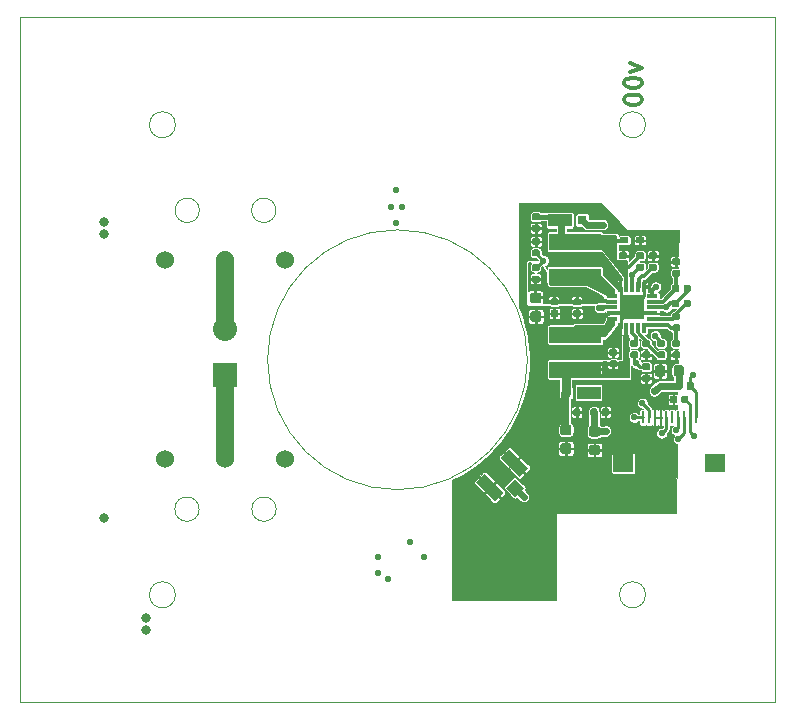
<source format=gbr>
%TF.GenerationSoftware,KiCad,Pcbnew,(5.1.4)-1*%
%TF.CreationDate,2019-10-25T20:54:23-07:00*%
%TF.ProjectId,solarpcd,736f6c61-7270-4636-942e-6b696361645f,rev?*%
%TF.SameCoordinates,Original*%
%TF.FileFunction,Copper,L6,Bot*%
%TF.FilePolarity,Positive*%
%FSLAX46Y46*%
G04 Gerber Fmt 4.6, Leading zero omitted, Abs format (unit mm)*
G04 Created by KiCad (PCBNEW (5.1.4)-1) date 2019-10-25 20:54:23*
%MOMM*%
%LPD*%
G04 APERTURE LIST*
%ADD10C,0.300000*%
%ADD11C,0.050000*%
%ADD12C,0.120000*%
%ADD13C,0.100000*%
%ADD14C,1.524000*%
%ADD15C,2.032000*%
%ADD16R,2.032000X2.032000*%
%ADD17C,1.050000*%
%ADD18R,0.800000X0.800000*%
%ADD19R,2.000000X1.100000*%
%ADD20R,1.700000X1.500000*%
%ADD21R,0.250000X1.100000*%
%ADD22C,0.875000*%
%ADD23C,0.590000*%
%ADD24R,0.700000X0.500000*%
%ADD25R,2.150000X2.150000*%
%ADD26R,0.900000X0.300000*%
%ADD27R,0.300000X0.900000*%
%ADD28R,4.394200X1.435100*%
%ADD29C,0.584200*%
%ADD30C,0.800000*%
%ADD31C,0.254000*%
%ADD32C,0.228600*%
%ADD33C,0.203200*%
%ADD34C,0.299720*%
%ADD35C,0.248920*%
%ADD36C,0.381000*%
%ADD37C,0.609600*%
%ADD38C,0.508000*%
%ADD39C,0.635000*%
%ADD40C,0.762000*%
%ADD41C,0.250000*%
%ADD42C,0.584200*%
%ADD43C,1.524000*%
%ADD44C,0.127000*%
%ADD45C,0.088900*%
G04 APERTURE END LIST*
D10*
X164715071Y-73906285D02*
X165715071Y-74263428D01*
X164715071Y-74620571D01*
X164215071Y-75477714D02*
X164215071Y-75620571D01*
X164286500Y-75763428D01*
X164357928Y-75834857D01*
X164500785Y-75906285D01*
X164786500Y-75977714D01*
X165143642Y-75977714D01*
X165429357Y-75906285D01*
X165572214Y-75834857D01*
X165643642Y-75763428D01*
X165715071Y-75620571D01*
X165715071Y-75477714D01*
X165643642Y-75334857D01*
X165572214Y-75263428D01*
X165429357Y-75192000D01*
X165143642Y-75120571D01*
X164786500Y-75120571D01*
X164500785Y-75192000D01*
X164357928Y-75263428D01*
X164286500Y-75334857D01*
X164215071Y-75477714D01*
X164215071Y-76906285D02*
X164215071Y-77049142D01*
X164286500Y-77192000D01*
X164357928Y-77263428D01*
X164500785Y-77334857D01*
X164786500Y-77406285D01*
X165143642Y-77406285D01*
X165429357Y-77334857D01*
X165572214Y-77263428D01*
X165643642Y-77192000D01*
X165715071Y-77049142D01*
X165715071Y-76906285D01*
X165643642Y-76763428D01*
X165572214Y-76692000D01*
X165429357Y-76620571D01*
X165143642Y-76549142D01*
X164786500Y-76549142D01*
X164500785Y-76620571D01*
X164357928Y-76692000D01*
X164286500Y-76763428D01*
X164215071Y-76906285D01*
D11*
X156000000Y-99000000D02*
G75*
G03X156000000Y-99000000I-11000000J0D01*
G01*
X134727563Y-111650000D02*
G75*
G03X134727563Y-111650000I-1029563J0D01*
G01*
X128202563Y-111650000D02*
G75*
G03X128202563Y-111650000I-1029563J0D01*
G01*
X134704563Y-86350000D02*
G75*
G03X134704563Y-86350000I-1029563J0D01*
G01*
X128229563Y-86350000D02*
G75*
G03X128229563Y-86350000I-1029563J0D01*
G01*
X166000000Y-79100000D02*
G75*
G03X166000000Y-79100000I-1100000J0D01*
G01*
X126200000Y-79100000D02*
G75*
G03X126200000Y-79100000I-1100000J0D01*
G01*
X166000000Y-118900000D02*
G75*
G03X166000000Y-118900000I-1100000J0D01*
G01*
D12*
X126200000Y-118900000D02*
G75*
G03X126200000Y-118900000I-1100000J0D01*
G01*
D13*
X177000000Y-70000000D02*
X113000000Y-70000000D01*
X113000000Y-128000000D02*
X177000000Y-128000000D01*
X177000000Y-128000000D02*
X177000000Y-70000000D01*
X113000000Y-70000000D02*
X113000000Y-128000000D01*
D14*
X135509000Y-107442000D03*
X130429000Y-107442000D03*
X125349000Y-107442000D03*
X125349000Y-90551000D03*
X130429000Y-90551000D03*
X135509000Y-90551000D03*
D15*
X130429000Y-96398200D03*
D16*
X130429000Y-100253800D03*
D17*
X154938838Y-109853838D03*
D13*
G36*
X155681300Y-109853838D02*
G01*
X154938838Y-110596300D01*
X154196376Y-109853838D01*
X154938838Y-109111376D01*
X155681300Y-109853838D01*
X155681300Y-109853838D01*
G37*
D17*
X152817517Y-109818483D03*
D13*
G36*
X152393253Y-108651757D02*
G01*
X153984243Y-110242747D01*
X153241781Y-110985209D01*
X151650791Y-109394219D01*
X152393253Y-108651757D01*
X152393253Y-108651757D01*
G37*
D17*
X154903483Y-107732517D03*
D13*
G36*
X154479219Y-106565791D02*
G01*
X156070209Y-108156781D01*
X155327747Y-108899243D01*
X153736757Y-107308253D01*
X154479219Y-106565791D01*
X154479219Y-106565791D01*
G37*
D18*
X160635000Y-87185500D03*
D19*
X158735000Y-87185500D03*
D20*
X164121000Y-107786000D03*
X171921000Y-107786000D03*
D21*
X165771000Y-103886000D03*
X166271000Y-103886000D03*
X166771000Y-103886000D03*
X167271000Y-103886000D03*
X167771000Y-103886000D03*
X168271000Y-103886000D03*
X168771000Y-103886000D03*
X169271000Y-103886000D03*
X169771000Y-103886000D03*
X170271000Y-103886000D03*
D13*
G36*
X167473691Y-99475053D02*
G01*
X167494926Y-99478203D01*
X167515750Y-99483419D01*
X167535962Y-99490651D01*
X167555368Y-99499830D01*
X167573781Y-99510866D01*
X167591024Y-99523654D01*
X167606930Y-99538070D01*
X167621346Y-99553976D01*
X167634134Y-99571219D01*
X167645170Y-99589632D01*
X167654349Y-99609038D01*
X167661581Y-99629250D01*
X167666797Y-99650074D01*
X167669947Y-99671309D01*
X167671000Y-99692750D01*
X167671000Y-100205250D01*
X167669947Y-100226691D01*
X167666797Y-100247926D01*
X167661581Y-100268750D01*
X167654349Y-100288962D01*
X167645170Y-100308368D01*
X167634134Y-100326781D01*
X167621346Y-100344024D01*
X167606930Y-100359930D01*
X167591024Y-100374346D01*
X167573781Y-100387134D01*
X167555368Y-100398170D01*
X167535962Y-100407349D01*
X167515750Y-100414581D01*
X167494926Y-100419797D01*
X167473691Y-100422947D01*
X167452250Y-100424000D01*
X167014750Y-100424000D01*
X166993309Y-100422947D01*
X166972074Y-100419797D01*
X166951250Y-100414581D01*
X166931038Y-100407349D01*
X166911632Y-100398170D01*
X166893219Y-100387134D01*
X166875976Y-100374346D01*
X166860070Y-100359930D01*
X166845654Y-100344024D01*
X166832866Y-100326781D01*
X166821830Y-100308368D01*
X166812651Y-100288962D01*
X166805419Y-100268750D01*
X166800203Y-100247926D01*
X166797053Y-100226691D01*
X166796000Y-100205250D01*
X166796000Y-99692750D01*
X166797053Y-99671309D01*
X166800203Y-99650074D01*
X166805419Y-99629250D01*
X166812651Y-99609038D01*
X166821830Y-99589632D01*
X166832866Y-99571219D01*
X166845654Y-99553976D01*
X166860070Y-99538070D01*
X166875976Y-99523654D01*
X166893219Y-99510866D01*
X166911632Y-99499830D01*
X166931038Y-99490651D01*
X166951250Y-99483419D01*
X166972074Y-99478203D01*
X166993309Y-99475053D01*
X167014750Y-99474000D01*
X167452250Y-99474000D01*
X167473691Y-99475053D01*
X167473691Y-99475053D01*
G37*
D22*
X167233500Y-99949000D03*
D13*
G36*
X169048691Y-99475053D02*
G01*
X169069926Y-99478203D01*
X169090750Y-99483419D01*
X169110962Y-99490651D01*
X169130368Y-99499830D01*
X169148781Y-99510866D01*
X169166024Y-99523654D01*
X169181930Y-99538070D01*
X169196346Y-99553976D01*
X169209134Y-99571219D01*
X169220170Y-99589632D01*
X169229349Y-99609038D01*
X169236581Y-99629250D01*
X169241797Y-99650074D01*
X169244947Y-99671309D01*
X169246000Y-99692750D01*
X169246000Y-100205250D01*
X169244947Y-100226691D01*
X169241797Y-100247926D01*
X169236581Y-100268750D01*
X169229349Y-100288962D01*
X169220170Y-100308368D01*
X169209134Y-100326781D01*
X169196346Y-100344024D01*
X169181930Y-100359930D01*
X169166024Y-100374346D01*
X169148781Y-100387134D01*
X169130368Y-100398170D01*
X169110962Y-100407349D01*
X169090750Y-100414581D01*
X169069926Y-100419797D01*
X169048691Y-100422947D01*
X169027250Y-100424000D01*
X168589750Y-100424000D01*
X168568309Y-100422947D01*
X168547074Y-100419797D01*
X168526250Y-100414581D01*
X168506038Y-100407349D01*
X168486632Y-100398170D01*
X168468219Y-100387134D01*
X168450976Y-100374346D01*
X168435070Y-100359930D01*
X168420654Y-100344024D01*
X168407866Y-100326781D01*
X168396830Y-100308368D01*
X168387651Y-100288962D01*
X168380419Y-100268750D01*
X168375203Y-100247926D01*
X168372053Y-100226691D01*
X168371000Y-100205250D01*
X168371000Y-99692750D01*
X168372053Y-99671309D01*
X168375203Y-99650074D01*
X168380419Y-99629250D01*
X168387651Y-99609038D01*
X168396830Y-99589632D01*
X168407866Y-99571219D01*
X168420654Y-99553976D01*
X168435070Y-99538070D01*
X168450976Y-99523654D01*
X168468219Y-99510866D01*
X168486632Y-99499830D01*
X168506038Y-99490651D01*
X168526250Y-99483419D01*
X168547074Y-99478203D01*
X168568309Y-99475053D01*
X168589750Y-99474000D01*
X169027250Y-99474000D01*
X169048691Y-99475053D01*
X169048691Y-99475053D01*
G37*
D22*
X168808500Y-99949000D03*
D13*
G36*
X158465302Y-94785370D02*
G01*
X158479620Y-94787494D01*
X158493661Y-94791011D01*
X158507290Y-94795888D01*
X158520375Y-94802077D01*
X158532791Y-94809518D01*
X158544417Y-94818141D01*
X158555142Y-94827862D01*
X158564863Y-94838587D01*
X158573486Y-94850213D01*
X158580927Y-94862629D01*
X158587116Y-94875714D01*
X158591993Y-94889343D01*
X158595510Y-94903384D01*
X158597634Y-94917702D01*
X158598344Y-94932160D01*
X158598344Y-95227160D01*
X158597634Y-95241618D01*
X158595510Y-95255936D01*
X158591993Y-95269977D01*
X158587116Y-95283606D01*
X158580927Y-95296691D01*
X158573486Y-95309107D01*
X158564863Y-95320733D01*
X158555142Y-95331458D01*
X158544417Y-95341179D01*
X158532791Y-95349802D01*
X158520375Y-95357243D01*
X158507290Y-95363432D01*
X158493661Y-95368309D01*
X158479620Y-95371826D01*
X158465302Y-95373950D01*
X158450844Y-95374660D01*
X158105844Y-95374660D01*
X158091386Y-95373950D01*
X158077068Y-95371826D01*
X158063027Y-95368309D01*
X158049398Y-95363432D01*
X158036313Y-95357243D01*
X158023897Y-95349802D01*
X158012271Y-95341179D01*
X158001546Y-95331458D01*
X157991825Y-95320733D01*
X157983202Y-95309107D01*
X157975761Y-95296691D01*
X157969572Y-95283606D01*
X157964695Y-95269977D01*
X157961178Y-95255936D01*
X157959054Y-95241618D01*
X157958344Y-95227160D01*
X157958344Y-94932160D01*
X157959054Y-94917702D01*
X157961178Y-94903384D01*
X157964695Y-94889343D01*
X157969572Y-94875714D01*
X157975761Y-94862629D01*
X157983202Y-94850213D01*
X157991825Y-94838587D01*
X158001546Y-94827862D01*
X158012271Y-94818141D01*
X158023897Y-94809518D01*
X158036313Y-94802077D01*
X158049398Y-94795888D01*
X158063027Y-94791011D01*
X158077068Y-94787494D01*
X158091386Y-94785370D01*
X158105844Y-94784660D01*
X158450844Y-94784660D01*
X158465302Y-94785370D01*
X158465302Y-94785370D01*
G37*
D23*
X158278344Y-95079660D03*
D13*
G36*
X158465302Y-93815370D02*
G01*
X158479620Y-93817494D01*
X158493661Y-93821011D01*
X158507290Y-93825888D01*
X158520375Y-93832077D01*
X158532791Y-93839518D01*
X158544417Y-93848141D01*
X158555142Y-93857862D01*
X158564863Y-93868587D01*
X158573486Y-93880213D01*
X158580927Y-93892629D01*
X158587116Y-93905714D01*
X158591993Y-93919343D01*
X158595510Y-93933384D01*
X158597634Y-93947702D01*
X158598344Y-93962160D01*
X158598344Y-94257160D01*
X158597634Y-94271618D01*
X158595510Y-94285936D01*
X158591993Y-94299977D01*
X158587116Y-94313606D01*
X158580927Y-94326691D01*
X158573486Y-94339107D01*
X158564863Y-94350733D01*
X158555142Y-94361458D01*
X158544417Y-94371179D01*
X158532791Y-94379802D01*
X158520375Y-94387243D01*
X158507290Y-94393432D01*
X158493661Y-94398309D01*
X158479620Y-94401826D01*
X158465302Y-94403950D01*
X158450844Y-94404660D01*
X158105844Y-94404660D01*
X158091386Y-94403950D01*
X158077068Y-94401826D01*
X158063027Y-94398309D01*
X158049398Y-94393432D01*
X158036313Y-94387243D01*
X158023897Y-94379802D01*
X158012271Y-94371179D01*
X158001546Y-94361458D01*
X157991825Y-94350733D01*
X157983202Y-94339107D01*
X157975761Y-94326691D01*
X157969572Y-94313606D01*
X157964695Y-94299977D01*
X157961178Y-94285936D01*
X157959054Y-94271618D01*
X157958344Y-94257160D01*
X157958344Y-93962160D01*
X157959054Y-93947702D01*
X157961178Y-93933384D01*
X157964695Y-93919343D01*
X157969572Y-93905714D01*
X157975761Y-93892629D01*
X157983202Y-93880213D01*
X157991825Y-93868587D01*
X158001546Y-93857862D01*
X158012271Y-93848141D01*
X158023897Y-93839518D01*
X158036313Y-93832077D01*
X158049398Y-93825888D01*
X158063027Y-93821011D01*
X158077068Y-93817494D01*
X158091386Y-93815370D01*
X158105844Y-93814660D01*
X158450844Y-93814660D01*
X158465302Y-93815370D01*
X158465302Y-93815370D01*
G37*
D23*
X158278344Y-94109660D03*
D13*
G36*
X161948691Y-106205553D02*
G01*
X161969926Y-106208703D01*
X161990750Y-106213919D01*
X162010962Y-106221151D01*
X162030368Y-106230330D01*
X162048781Y-106241366D01*
X162066024Y-106254154D01*
X162081930Y-106268570D01*
X162096346Y-106284476D01*
X162109134Y-106301719D01*
X162120170Y-106320132D01*
X162129349Y-106339538D01*
X162136581Y-106359750D01*
X162141797Y-106380574D01*
X162144947Y-106401809D01*
X162146000Y-106423250D01*
X162146000Y-106860750D01*
X162144947Y-106882191D01*
X162141797Y-106903426D01*
X162136581Y-106924250D01*
X162129349Y-106944462D01*
X162120170Y-106963868D01*
X162109134Y-106982281D01*
X162096346Y-106999524D01*
X162081930Y-107015430D01*
X162066024Y-107029846D01*
X162048781Y-107042634D01*
X162030368Y-107053670D01*
X162010962Y-107062849D01*
X161990750Y-107070081D01*
X161969926Y-107075297D01*
X161948691Y-107078447D01*
X161927250Y-107079500D01*
X161414750Y-107079500D01*
X161393309Y-107078447D01*
X161372074Y-107075297D01*
X161351250Y-107070081D01*
X161331038Y-107062849D01*
X161311632Y-107053670D01*
X161293219Y-107042634D01*
X161275976Y-107029846D01*
X161260070Y-107015430D01*
X161245654Y-106999524D01*
X161232866Y-106982281D01*
X161221830Y-106963868D01*
X161212651Y-106944462D01*
X161205419Y-106924250D01*
X161200203Y-106903426D01*
X161197053Y-106882191D01*
X161196000Y-106860750D01*
X161196000Y-106423250D01*
X161197053Y-106401809D01*
X161200203Y-106380574D01*
X161205419Y-106359750D01*
X161212651Y-106339538D01*
X161221830Y-106320132D01*
X161232866Y-106301719D01*
X161245654Y-106284476D01*
X161260070Y-106268570D01*
X161275976Y-106254154D01*
X161293219Y-106241366D01*
X161311632Y-106230330D01*
X161331038Y-106221151D01*
X161351250Y-106213919D01*
X161372074Y-106208703D01*
X161393309Y-106205553D01*
X161414750Y-106204500D01*
X161927250Y-106204500D01*
X161948691Y-106205553D01*
X161948691Y-106205553D01*
G37*
D22*
X161671000Y-106642000D03*
D13*
G36*
X161948691Y-104630553D02*
G01*
X161969926Y-104633703D01*
X161990750Y-104638919D01*
X162010962Y-104646151D01*
X162030368Y-104655330D01*
X162048781Y-104666366D01*
X162066024Y-104679154D01*
X162081930Y-104693570D01*
X162096346Y-104709476D01*
X162109134Y-104726719D01*
X162120170Y-104745132D01*
X162129349Y-104764538D01*
X162136581Y-104784750D01*
X162141797Y-104805574D01*
X162144947Y-104826809D01*
X162146000Y-104848250D01*
X162146000Y-105285750D01*
X162144947Y-105307191D01*
X162141797Y-105328426D01*
X162136581Y-105349250D01*
X162129349Y-105369462D01*
X162120170Y-105388868D01*
X162109134Y-105407281D01*
X162096346Y-105424524D01*
X162081930Y-105440430D01*
X162066024Y-105454846D01*
X162048781Y-105467634D01*
X162030368Y-105478670D01*
X162010962Y-105487849D01*
X161990750Y-105495081D01*
X161969926Y-105500297D01*
X161948691Y-105503447D01*
X161927250Y-105504500D01*
X161414750Y-105504500D01*
X161393309Y-105503447D01*
X161372074Y-105500297D01*
X161351250Y-105495081D01*
X161331038Y-105487849D01*
X161311632Y-105478670D01*
X161293219Y-105467634D01*
X161275976Y-105454846D01*
X161260070Y-105440430D01*
X161245654Y-105424524D01*
X161232866Y-105407281D01*
X161221830Y-105388868D01*
X161212651Y-105369462D01*
X161205419Y-105349250D01*
X161200203Y-105328426D01*
X161197053Y-105307191D01*
X161196000Y-105285750D01*
X161196000Y-104848250D01*
X161197053Y-104826809D01*
X161200203Y-104805574D01*
X161205419Y-104784750D01*
X161212651Y-104764538D01*
X161221830Y-104745132D01*
X161232866Y-104726719D01*
X161245654Y-104709476D01*
X161260070Y-104693570D01*
X161275976Y-104679154D01*
X161293219Y-104666366D01*
X161311632Y-104655330D01*
X161331038Y-104646151D01*
X161351250Y-104638919D01*
X161372074Y-104633703D01*
X161393309Y-104630553D01*
X161414750Y-104629500D01*
X161927250Y-104629500D01*
X161948691Y-104630553D01*
X161948691Y-104630553D01*
G37*
D22*
X161671000Y-105067000D03*
D24*
X164211000Y-88900000D03*
X165511000Y-88900000D03*
D25*
X164882344Y-94574660D03*
D26*
X163182344Y-93574660D03*
X163182344Y-94074660D03*
X163182344Y-94574660D03*
X163182344Y-95074660D03*
X163182344Y-95574660D03*
D27*
X163882344Y-96274660D03*
X164382344Y-96274660D03*
X164882344Y-96274660D03*
X165382344Y-96274660D03*
X165882344Y-96274660D03*
D26*
X166582344Y-95574660D03*
X166582344Y-95074660D03*
X166582344Y-94574660D03*
X166582344Y-94074660D03*
X166582344Y-93574660D03*
D27*
X165882344Y-92874660D03*
X165382344Y-92874660D03*
X164882344Y-92874660D03*
X164382344Y-92874660D03*
X163882344Y-92874660D03*
D18*
X159278000Y-101790500D03*
D19*
X161178000Y-101790500D03*
D13*
G36*
X168779458Y-91376710D02*
G01*
X168793776Y-91378834D01*
X168807817Y-91382351D01*
X168821446Y-91387228D01*
X168834531Y-91393417D01*
X168846947Y-91400858D01*
X168858573Y-91409481D01*
X168869298Y-91419202D01*
X168879019Y-91429927D01*
X168887642Y-91441553D01*
X168895083Y-91453969D01*
X168901272Y-91467054D01*
X168906149Y-91480683D01*
X168909666Y-91494724D01*
X168911790Y-91509042D01*
X168912500Y-91523500D01*
X168912500Y-91818500D01*
X168911790Y-91832958D01*
X168909666Y-91847276D01*
X168906149Y-91861317D01*
X168901272Y-91874946D01*
X168895083Y-91888031D01*
X168887642Y-91900447D01*
X168879019Y-91912073D01*
X168869298Y-91922798D01*
X168858573Y-91932519D01*
X168846947Y-91941142D01*
X168834531Y-91948583D01*
X168821446Y-91954772D01*
X168807817Y-91959649D01*
X168793776Y-91963166D01*
X168779458Y-91965290D01*
X168765000Y-91966000D01*
X168420000Y-91966000D01*
X168405542Y-91965290D01*
X168391224Y-91963166D01*
X168377183Y-91959649D01*
X168363554Y-91954772D01*
X168350469Y-91948583D01*
X168338053Y-91941142D01*
X168326427Y-91932519D01*
X168315702Y-91922798D01*
X168305981Y-91912073D01*
X168297358Y-91900447D01*
X168289917Y-91888031D01*
X168283728Y-91874946D01*
X168278851Y-91861317D01*
X168275334Y-91847276D01*
X168273210Y-91832958D01*
X168272500Y-91818500D01*
X168272500Y-91523500D01*
X168273210Y-91509042D01*
X168275334Y-91494724D01*
X168278851Y-91480683D01*
X168283728Y-91467054D01*
X168289917Y-91453969D01*
X168297358Y-91441553D01*
X168305981Y-91429927D01*
X168315702Y-91419202D01*
X168326427Y-91409481D01*
X168338053Y-91400858D01*
X168350469Y-91393417D01*
X168363554Y-91387228D01*
X168377183Y-91382351D01*
X168391224Y-91378834D01*
X168405542Y-91376710D01*
X168420000Y-91376000D01*
X168765000Y-91376000D01*
X168779458Y-91376710D01*
X168779458Y-91376710D01*
G37*
D23*
X168592500Y-91671000D03*
D13*
G36*
X168779458Y-90406710D02*
G01*
X168793776Y-90408834D01*
X168807817Y-90412351D01*
X168821446Y-90417228D01*
X168834531Y-90423417D01*
X168846947Y-90430858D01*
X168858573Y-90439481D01*
X168869298Y-90449202D01*
X168879019Y-90459927D01*
X168887642Y-90471553D01*
X168895083Y-90483969D01*
X168901272Y-90497054D01*
X168906149Y-90510683D01*
X168909666Y-90524724D01*
X168911790Y-90539042D01*
X168912500Y-90553500D01*
X168912500Y-90848500D01*
X168911790Y-90862958D01*
X168909666Y-90877276D01*
X168906149Y-90891317D01*
X168901272Y-90904946D01*
X168895083Y-90918031D01*
X168887642Y-90930447D01*
X168879019Y-90942073D01*
X168869298Y-90952798D01*
X168858573Y-90962519D01*
X168846947Y-90971142D01*
X168834531Y-90978583D01*
X168821446Y-90984772D01*
X168807817Y-90989649D01*
X168793776Y-90993166D01*
X168779458Y-90995290D01*
X168765000Y-90996000D01*
X168420000Y-90996000D01*
X168405542Y-90995290D01*
X168391224Y-90993166D01*
X168377183Y-90989649D01*
X168363554Y-90984772D01*
X168350469Y-90978583D01*
X168338053Y-90971142D01*
X168326427Y-90962519D01*
X168315702Y-90952798D01*
X168305981Y-90942073D01*
X168297358Y-90930447D01*
X168289917Y-90918031D01*
X168283728Y-90904946D01*
X168278851Y-90891317D01*
X168275334Y-90877276D01*
X168273210Y-90862958D01*
X168272500Y-90848500D01*
X168272500Y-90553500D01*
X168273210Y-90539042D01*
X168275334Y-90524724D01*
X168278851Y-90510683D01*
X168283728Y-90497054D01*
X168289917Y-90483969D01*
X168297358Y-90471553D01*
X168305981Y-90459927D01*
X168315702Y-90449202D01*
X168326427Y-90439481D01*
X168338053Y-90430858D01*
X168350469Y-90423417D01*
X168363554Y-90417228D01*
X168377183Y-90412351D01*
X168391224Y-90408834D01*
X168405542Y-90406710D01*
X168420000Y-90406000D01*
X168765000Y-90406000D01*
X168779458Y-90406710D01*
X168779458Y-90406710D01*
G37*
D23*
X168592500Y-90701000D03*
D13*
G36*
X169683958Y-92644710D02*
G01*
X169698276Y-92646834D01*
X169712317Y-92650351D01*
X169725946Y-92655228D01*
X169739031Y-92661417D01*
X169751447Y-92668858D01*
X169763073Y-92677481D01*
X169773798Y-92687202D01*
X169783519Y-92697927D01*
X169792142Y-92709553D01*
X169799583Y-92721969D01*
X169805772Y-92735054D01*
X169810649Y-92748683D01*
X169814166Y-92762724D01*
X169816290Y-92777042D01*
X169817000Y-92791500D01*
X169817000Y-93136500D01*
X169816290Y-93150958D01*
X169814166Y-93165276D01*
X169810649Y-93179317D01*
X169805772Y-93192946D01*
X169799583Y-93206031D01*
X169792142Y-93218447D01*
X169783519Y-93230073D01*
X169773798Y-93240798D01*
X169763073Y-93250519D01*
X169751447Y-93259142D01*
X169739031Y-93266583D01*
X169725946Y-93272772D01*
X169712317Y-93277649D01*
X169698276Y-93281166D01*
X169683958Y-93283290D01*
X169669500Y-93284000D01*
X169374500Y-93284000D01*
X169360042Y-93283290D01*
X169345724Y-93281166D01*
X169331683Y-93277649D01*
X169318054Y-93272772D01*
X169304969Y-93266583D01*
X169292553Y-93259142D01*
X169280927Y-93250519D01*
X169270202Y-93240798D01*
X169260481Y-93230073D01*
X169251858Y-93218447D01*
X169244417Y-93206031D01*
X169238228Y-93192946D01*
X169233351Y-93179317D01*
X169229834Y-93165276D01*
X169227710Y-93150958D01*
X169227000Y-93136500D01*
X169227000Y-92791500D01*
X169227710Y-92777042D01*
X169229834Y-92762724D01*
X169233351Y-92748683D01*
X169238228Y-92735054D01*
X169244417Y-92721969D01*
X169251858Y-92709553D01*
X169260481Y-92697927D01*
X169270202Y-92687202D01*
X169280927Y-92677481D01*
X169292553Y-92668858D01*
X169304969Y-92661417D01*
X169318054Y-92655228D01*
X169331683Y-92650351D01*
X169345724Y-92646834D01*
X169360042Y-92644710D01*
X169374500Y-92644000D01*
X169669500Y-92644000D01*
X169683958Y-92644710D01*
X169683958Y-92644710D01*
G37*
D23*
X169522000Y-92964000D03*
D13*
G36*
X168713958Y-92644710D02*
G01*
X168728276Y-92646834D01*
X168742317Y-92650351D01*
X168755946Y-92655228D01*
X168769031Y-92661417D01*
X168781447Y-92668858D01*
X168793073Y-92677481D01*
X168803798Y-92687202D01*
X168813519Y-92697927D01*
X168822142Y-92709553D01*
X168829583Y-92721969D01*
X168835772Y-92735054D01*
X168840649Y-92748683D01*
X168844166Y-92762724D01*
X168846290Y-92777042D01*
X168847000Y-92791500D01*
X168847000Y-93136500D01*
X168846290Y-93150958D01*
X168844166Y-93165276D01*
X168840649Y-93179317D01*
X168835772Y-93192946D01*
X168829583Y-93206031D01*
X168822142Y-93218447D01*
X168813519Y-93230073D01*
X168803798Y-93240798D01*
X168793073Y-93250519D01*
X168781447Y-93259142D01*
X168769031Y-93266583D01*
X168755946Y-93272772D01*
X168742317Y-93277649D01*
X168728276Y-93281166D01*
X168713958Y-93283290D01*
X168699500Y-93284000D01*
X168404500Y-93284000D01*
X168390042Y-93283290D01*
X168375724Y-93281166D01*
X168361683Y-93277649D01*
X168348054Y-93272772D01*
X168334969Y-93266583D01*
X168322553Y-93259142D01*
X168310927Y-93250519D01*
X168300202Y-93240798D01*
X168290481Y-93230073D01*
X168281858Y-93218447D01*
X168274417Y-93206031D01*
X168268228Y-93192946D01*
X168263351Y-93179317D01*
X168259834Y-93165276D01*
X168257710Y-93150958D01*
X168257000Y-93136500D01*
X168257000Y-92791500D01*
X168257710Y-92777042D01*
X168259834Y-92762724D01*
X168263351Y-92748683D01*
X168268228Y-92735054D01*
X168274417Y-92721969D01*
X168281858Y-92709553D01*
X168290481Y-92697927D01*
X168300202Y-92687202D01*
X168310927Y-92677481D01*
X168322553Y-92668858D01*
X168334969Y-92661417D01*
X168348054Y-92655228D01*
X168361683Y-92650351D01*
X168375724Y-92646834D01*
X168390042Y-92644710D01*
X168404500Y-92644000D01*
X168699500Y-92644000D01*
X168713958Y-92644710D01*
X168713958Y-92644710D01*
G37*
D23*
X168552000Y-92964000D03*
D13*
G36*
X156904958Y-90914710D02*
G01*
X156919276Y-90916834D01*
X156933317Y-90920351D01*
X156946946Y-90925228D01*
X156960031Y-90931417D01*
X156972447Y-90938858D01*
X156984073Y-90947481D01*
X156994798Y-90957202D01*
X157004519Y-90967927D01*
X157013142Y-90979553D01*
X157020583Y-90991969D01*
X157026772Y-91005054D01*
X157031649Y-91018683D01*
X157035166Y-91032724D01*
X157037290Y-91047042D01*
X157038000Y-91061500D01*
X157038000Y-91356500D01*
X157037290Y-91370958D01*
X157035166Y-91385276D01*
X157031649Y-91399317D01*
X157026772Y-91412946D01*
X157020583Y-91426031D01*
X157013142Y-91438447D01*
X157004519Y-91450073D01*
X156994798Y-91460798D01*
X156984073Y-91470519D01*
X156972447Y-91479142D01*
X156960031Y-91486583D01*
X156946946Y-91492772D01*
X156933317Y-91497649D01*
X156919276Y-91501166D01*
X156904958Y-91503290D01*
X156890500Y-91504000D01*
X156545500Y-91504000D01*
X156531042Y-91503290D01*
X156516724Y-91501166D01*
X156502683Y-91497649D01*
X156489054Y-91492772D01*
X156475969Y-91486583D01*
X156463553Y-91479142D01*
X156451927Y-91470519D01*
X156441202Y-91460798D01*
X156431481Y-91450073D01*
X156422858Y-91438447D01*
X156415417Y-91426031D01*
X156409228Y-91412946D01*
X156404351Y-91399317D01*
X156400834Y-91385276D01*
X156398710Y-91370958D01*
X156398000Y-91356500D01*
X156398000Y-91061500D01*
X156398710Y-91047042D01*
X156400834Y-91032724D01*
X156404351Y-91018683D01*
X156409228Y-91005054D01*
X156415417Y-90991969D01*
X156422858Y-90979553D01*
X156431481Y-90967927D01*
X156441202Y-90957202D01*
X156451927Y-90947481D01*
X156463553Y-90938858D01*
X156475969Y-90931417D01*
X156489054Y-90925228D01*
X156502683Y-90920351D01*
X156516724Y-90916834D01*
X156531042Y-90914710D01*
X156545500Y-90914000D01*
X156890500Y-90914000D01*
X156904958Y-90914710D01*
X156904958Y-90914710D01*
G37*
D23*
X156718000Y-91209000D03*
D13*
G36*
X156904958Y-91884710D02*
G01*
X156919276Y-91886834D01*
X156933317Y-91890351D01*
X156946946Y-91895228D01*
X156960031Y-91901417D01*
X156972447Y-91908858D01*
X156984073Y-91917481D01*
X156994798Y-91927202D01*
X157004519Y-91937927D01*
X157013142Y-91949553D01*
X157020583Y-91961969D01*
X157026772Y-91975054D01*
X157031649Y-91988683D01*
X157035166Y-92002724D01*
X157037290Y-92017042D01*
X157038000Y-92031500D01*
X157038000Y-92326500D01*
X157037290Y-92340958D01*
X157035166Y-92355276D01*
X157031649Y-92369317D01*
X157026772Y-92382946D01*
X157020583Y-92396031D01*
X157013142Y-92408447D01*
X157004519Y-92420073D01*
X156994798Y-92430798D01*
X156984073Y-92440519D01*
X156972447Y-92449142D01*
X156960031Y-92456583D01*
X156946946Y-92462772D01*
X156933317Y-92467649D01*
X156919276Y-92471166D01*
X156904958Y-92473290D01*
X156890500Y-92474000D01*
X156545500Y-92474000D01*
X156531042Y-92473290D01*
X156516724Y-92471166D01*
X156502683Y-92467649D01*
X156489054Y-92462772D01*
X156475969Y-92456583D01*
X156463553Y-92449142D01*
X156451927Y-92440519D01*
X156441202Y-92430798D01*
X156431481Y-92420073D01*
X156422858Y-92408447D01*
X156415417Y-92396031D01*
X156409228Y-92382946D01*
X156404351Y-92369317D01*
X156400834Y-92355276D01*
X156398710Y-92340958D01*
X156398000Y-92326500D01*
X156398000Y-92031500D01*
X156398710Y-92017042D01*
X156400834Y-92002724D01*
X156404351Y-91988683D01*
X156409228Y-91975054D01*
X156415417Y-91961969D01*
X156422858Y-91949553D01*
X156431481Y-91937927D01*
X156441202Y-91927202D01*
X156451927Y-91917481D01*
X156463553Y-91908858D01*
X156475969Y-91901417D01*
X156489054Y-91895228D01*
X156502683Y-91890351D01*
X156516724Y-91886834D01*
X156531042Y-91884710D01*
X156545500Y-91884000D01*
X156890500Y-91884000D01*
X156904958Y-91884710D01*
X156904958Y-91884710D01*
G37*
D23*
X156718000Y-92179000D03*
D13*
G36*
X160397458Y-94785370D02*
G01*
X160411776Y-94787494D01*
X160425817Y-94791011D01*
X160439446Y-94795888D01*
X160452531Y-94802077D01*
X160464947Y-94809518D01*
X160476573Y-94818141D01*
X160487298Y-94827862D01*
X160497019Y-94838587D01*
X160505642Y-94850213D01*
X160513083Y-94862629D01*
X160519272Y-94875714D01*
X160524149Y-94889343D01*
X160527666Y-94903384D01*
X160529790Y-94917702D01*
X160530500Y-94932160D01*
X160530500Y-95227160D01*
X160529790Y-95241618D01*
X160527666Y-95255936D01*
X160524149Y-95269977D01*
X160519272Y-95283606D01*
X160513083Y-95296691D01*
X160505642Y-95309107D01*
X160497019Y-95320733D01*
X160487298Y-95331458D01*
X160476573Y-95341179D01*
X160464947Y-95349802D01*
X160452531Y-95357243D01*
X160439446Y-95363432D01*
X160425817Y-95368309D01*
X160411776Y-95371826D01*
X160397458Y-95373950D01*
X160383000Y-95374660D01*
X160038000Y-95374660D01*
X160023542Y-95373950D01*
X160009224Y-95371826D01*
X159995183Y-95368309D01*
X159981554Y-95363432D01*
X159968469Y-95357243D01*
X159956053Y-95349802D01*
X159944427Y-95341179D01*
X159933702Y-95331458D01*
X159923981Y-95320733D01*
X159915358Y-95309107D01*
X159907917Y-95296691D01*
X159901728Y-95283606D01*
X159896851Y-95269977D01*
X159893334Y-95255936D01*
X159891210Y-95241618D01*
X159890500Y-95227160D01*
X159890500Y-94932160D01*
X159891210Y-94917702D01*
X159893334Y-94903384D01*
X159896851Y-94889343D01*
X159901728Y-94875714D01*
X159907917Y-94862629D01*
X159915358Y-94850213D01*
X159923981Y-94838587D01*
X159933702Y-94827862D01*
X159944427Y-94818141D01*
X159956053Y-94809518D01*
X159968469Y-94802077D01*
X159981554Y-94795888D01*
X159995183Y-94791011D01*
X160009224Y-94787494D01*
X160023542Y-94785370D01*
X160038000Y-94784660D01*
X160383000Y-94784660D01*
X160397458Y-94785370D01*
X160397458Y-94785370D01*
G37*
D23*
X160210500Y-95079660D03*
D13*
G36*
X160397458Y-93815370D02*
G01*
X160411776Y-93817494D01*
X160425817Y-93821011D01*
X160439446Y-93825888D01*
X160452531Y-93832077D01*
X160464947Y-93839518D01*
X160476573Y-93848141D01*
X160487298Y-93857862D01*
X160497019Y-93868587D01*
X160505642Y-93880213D01*
X160513083Y-93892629D01*
X160519272Y-93905714D01*
X160524149Y-93919343D01*
X160527666Y-93933384D01*
X160529790Y-93947702D01*
X160530500Y-93962160D01*
X160530500Y-94257160D01*
X160529790Y-94271618D01*
X160527666Y-94285936D01*
X160524149Y-94299977D01*
X160519272Y-94313606D01*
X160513083Y-94326691D01*
X160505642Y-94339107D01*
X160497019Y-94350733D01*
X160487298Y-94361458D01*
X160476573Y-94371179D01*
X160464947Y-94379802D01*
X160452531Y-94387243D01*
X160439446Y-94393432D01*
X160425817Y-94398309D01*
X160411776Y-94401826D01*
X160397458Y-94403950D01*
X160383000Y-94404660D01*
X160038000Y-94404660D01*
X160023542Y-94403950D01*
X160009224Y-94401826D01*
X159995183Y-94398309D01*
X159981554Y-94393432D01*
X159968469Y-94387243D01*
X159956053Y-94379802D01*
X159944427Y-94371179D01*
X159933702Y-94361458D01*
X159923981Y-94350733D01*
X159915358Y-94339107D01*
X159907917Y-94326691D01*
X159901728Y-94313606D01*
X159896851Y-94299977D01*
X159893334Y-94285936D01*
X159891210Y-94271618D01*
X159890500Y-94257160D01*
X159890500Y-93962160D01*
X159891210Y-93947702D01*
X159893334Y-93933384D01*
X159896851Y-93919343D01*
X159901728Y-93905714D01*
X159907917Y-93892629D01*
X159915358Y-93880213D01*
X159923981Y-93868587D01*
X159933702Y-93857862D01*
X159944427Y-93848141D01*
X159956053Y-93839518D01*
X159968469Y-93832077D01*
X159981554Y-93825888D01*
X159995183Y-93821011D01*
X160009224Y-93817494D01*
X160023542Y-93815370D01*
X160038000Y-93814660D01*
X160383000Y-93814660D01*
X160397458Y-93815370D01*
X160397458Y-93815370D01*
G37*
D23*
X160210500Y-94109660D03*
D13*
G36*
X159535691Y-106078553D02*
G01*
X159556926Y-106081703D01*
X159577750Y-106086919D01*
X159597962Y-106094151D01*
X159617368Y-106103330D01*
X159635781Y-106114366D01*
X159653024Y-106127154D01*
X159668930Y-106141570D01*
X159683346Y-106157476D01*
X159696134Y-106174719D01*
X159707170Y-106193132D01*
X159716349Y-106212538D01*
X159723581Y-106232750D01*
X159728797Y-106253574D01*
X159731947Y-106274809D01*
X159733000Y-106296250D01*
X159733000Y-106733750D01*
X159731947Y-106755191D01*
X159728797Y-106776426D01*
X159723581Y-106797250D01*
X159716349Y-106817462D01*
X159707170Y-106836868D01*
X159696134Y-106855281D01*
X159683346Y-106872524D01*
X159668930Y-106888430D01*
X159653024Y-106902846D01*
X159635781Y-106915634D01*
X159617368Y-106926670D01*
X159597962Y-106935849D01*
X159577750Y-106943081D01*
X159556926Y-106948297D01*
X159535691Y-106951447D01*
X159514250Y-106952500D01*
X159001750Y-106952500D01*
X158980309Y-106951447D01*
X158959074Y-106948297D01*
X158938250Y-106943081D01*
X158918038Y-106935849D01*
X158898632Y-106926670D01*
X158880219Y-106915634D01*
X158862976Y-106902846D01*
X158847070Y-106888430D01*
X158832654Y-106872524D01*
X158819866Y-106855281D01*
X158808830Y-106836868D01*
X158799651Y-106817462D01*
X158792419Y-106797250D01*
X158787203Y-106776426D01*
X158784053Y-106755191D01*
X158783000Y-106733750D01*
X158783000Y-106296250D01*
X158784053Y-106274809D01*
X158787203Y-106253574D01*
X158792419Y-106232750D01*
X158799651Y-106212538D01*
X158808830Y-106193132D01*
X158819866Y-106174719D01*
X158832654Y-106157476D01*
X158847070Y-106141570D01*
X158862976Y-106127154D01*
X158880219Y-106114366D01*
X158898632Y-106103330D01*
X158918038Y-106094151D01*
X158938250Y-106086919D01*
X158959074Y-106081703D01*
X158980309Y-106078553D01*
X159001750Y-106077500D01*
X159514250Y-106077500D01*
X159535691Y-106078553D01*
X159535691Y-106078553D01*
G37*
D22*
X159258000Y-106515000D03*
D13*
G36*
X159535691Y-104503553D02*
G01*
X159556926Y-104506703D01*
X159577750Y-104511919D01*
X159597962Y-104519151D01*
X159617368Y-104528330D01*
X159635781Y-104539366D01*
X159653024Y-104552154D01*
X159668930Y-104566570D01*
X159683346Y-104582476D01*
X159696134Y-104599719D01*
X159707170Y-104618132D01*
X159716349Y-104637538D01*
X159723581Y-104657750D01*
X159728797Y-104678574D01*
X159731947Y-104699809D01*
X159733000Y-104721250D01*
X159733000Y-105158750D01*
X159731947Y-105180191D01*
X159728797Y-105201426D01*
X159723581Y-105222250D01*
X159716349Y-105242462D01*
X159707170Y-105261868D01*
X159696134Y-105280281D01*
X159683346Y-105297524D01*
X159668930Y-105313430D01*
X159653024Y-105327846D01*
X159635781Y-105340634D01*
X159617368Y-105351670D01*
X159597962Y-105360849D01*
X159577750Y-105368081D01*
X159556926Y-105373297D01*
X159535691Y-105376447D01*
X159514250Y-105377500D01*
X159001750Y-105377500D01*
X158980309Y-105376447D01*
X158959074Y-105373297D01*
X158938250Y-105368081D01*
X158918038Y-105360849D01*
X158898632Y-105351670D01*
X158880219Y-105340634D01*
X158862976Y-105327846D01*
X158847070Y-105313430D01*
X158832654Y-105297524D01*
X158819866Y-105280281D01*
X158808830Y-105261868D01*
X158799651Y-105242462D01*
X158792419Y-105222250D01*
X158787203Y-105201426D01*
X158784053Y-105180191D01*
X158783000Y-105158750D01*
X158783000Y-104721250D01*
X158784053Y-104699809D01*
X158787203Y-104678574D01*
X158792419Y-104657750D01*
X158799651Y-104637538D01*
X158808830Y-104618132D01*
X158819866Y-104599719D01*
X158832654Y-104582476D01*
X158847070Y-104566570D01*
X158862976Y-104552154D01*
X158880219Y-104539366D01*
X158898632Y-104528330D01*
X158918038Y-104519151D01*
X158938250Y-104511919D01*
X158959074Y-104506703D01*
X158980309Y-104503553D01*
X159001750Y-104502500D01*
X159514250Y-104502500D01*
X159535691Y-104503553D01*
X159535691Y-104503553D01*
G37*
D22*
X159258000Y-104940000D03*
D13*
G36*
X162762458Y-103122210D02*
G01*
X162776776Y-103124334D01*
X162790817Y-103127851D01*
X162804446Y-103132728D01*
X162817531Y-103138917D01*
X162829947Y-103146358D01*
X162841573Y-103154981D01*
X162852298Y-103164702D01*
X162862019Y-103175427D01*
X162870642Y-103187053D01*
X162878083Y-103199469D01*
X162884272Y-103212554D01*
X162889149Y-103226183D01*
X162892666Y-103240224D01*
X162894790Y-103254542D01*
X162895500Y-103269000D01*
X162895500Y-103614000D01*
X162894790Y-103628458D01*
X162892666Y-103642776D01*
X162889149Y-103656817D01*
X162884272Y-103670446D01*
X162878083Y-103683531D01*
X162870642Y-103695947D01*
X162862019Y-103707573D01*
X162852298Y-103718298D01*
X162841573Y-103728019D01*
X162829947Y-103736642D01*
X162817531Y-103744083D01*
X162804446Y-103750272D01*
X162790817Y-103755149D01*
X162776776Y-103758666D01*
X162762458Y-103760790D01*
X162748000Y-103761500D01*
X162453000Y-103761500D01*
X162438542Y-103760790D01*
X162424224Y-103758666D01*
X162410183Y-103755149D01*
X162396554Y-103750272D01*
X162383469Y-103744083D01*
X162371053Y-103736642D01*
X162359427Y-103728019D01*
X162348702Y-103718298D01*
X162338981Y-103707573D01*
X162330358Y-103695947D01*
X162322917Y-103683531D01*
X162316728Y-103670446D01*
X162311851Y-103656817D01*
X162308334Y-103642776D01*
X162306210Y-103628458D01*
X162305500Y-103614000D01*
X162305500Y-103269000D01*
X162306210Y-103254542D01*
X162308334Y-103240224D01*
X162311851Y-103226183D01*
X162316728Y-103212554D01*
X162322917Y-103199469D01*
X162330358Y-103187053D01*
X162338981Y-103175427D01*
X162348702Y-103164702D01*
X162359427Y-103154981D01*
X162371053Y-103146358D01*
X162383469Y-103138917D01*
X162396554Y-103132728D01*
X162410183Y-103127851D01*
X162424224Y-103124334D01*
X162438542Y-103122210D01*
X162453000Y-103121500D01*
X162748000Y-103121500D01*
X162762458Y-103122210D01*
X162762458Y-103122210D01*
G37*
D23*
X162600500Y-103441500D03*
D13*
G36*
X161792458Y-103122210D02*
G01*
X161806776Y-103124334D01*
X161820817Y-103127851D01*
X161834446Y-103132728D01*
X161847531Y-103138917D01*
X161859947Y-103146358D01*
X161871573Y-103154981D01*
X161882298Y-103164702D01*
X161892019Y-103175427D01*
X161900642Y-103187053D01*
X161908083Y-103199469D01*
X161914272Y-103212554D01*
X161919149Y-103226183D01*
X161922666Y-103240224D01*
X161924790Y-103254542D01*
X161925500Y-103269000D01*
X161925500Y-103614000D01*
X161924790Y-103628458D01*
X161922666Y-103642776D01*
X161919149Y-103656817D01*
X161914272Y-103670446D01*
X161908083Y-103683531D01*
X161900642Y-103695947D01*
X161892019Y-103707573D01*
X161882298Y-103718298D01*
X161871573Y-103728019D01*
X161859947Y-103736642D01*
X161847531Y-103744083D01*
X161834446Y-103750272D01*
X161820817Y-103755149D01*
X161806776Y-103758666D01*
X161792458Y-103760790D01*
X161778000Y-103761500D01*
X161483000Y-103761500D01*
X161468542Y-103760790D01*
X161454224Y-103758666D01*
X161440183Y-103755149D01*
X161426554Y-103750272D01*
X161413469Y-103744083D01*
X161401053Y-103736642D01*
X161389427Y-103728019D01*
X161378702Y-103718298D01*
X161368981Y-103707573D01*
X161360358Y-103695947D01*
X161352917Y-103683531D01*
X161346728Y-103670446D01*
X161341851Y-103656817D01*
X161338334Y-103642776D01*
X161336210Y-103628458D01*
X161335500Y-103614000D01*
X161335500Y-103269000D01*
X161336210Y-103254542D01*
X161338334Y-103240224D01*
X161341851Y-103226183D01*
X161346728Y-103212554D01*
X161352917Y-103199469D01*
X161360358Y-103187053D01*
X161368981Y-103175427D01*
X161378702Y-103164702D01*
X161389427Y-103154981D01*
X161401053Y-103146358D01*
X161413469Y-103138917D01*
X161426554Y-103132728D01*
X161440183Y-103127851D01*
X161454224Y-103124334D01*
X161468542Y-103122210D01*
X161483000Y-103121500D01*
X161778000Y-103121500D01*
X161792458Y-103122210D01*
X161792458Y-103122210D01*
G37*
D23*
X161630500Y-103441500D03*
D13*
G36*
X168713958Y-93914710D02*
G01*
X168728276Y-93916834D01*
X168742317Y-93920351D01*
X168755946Y-93925228D01*
X168769031Y-93931417D01*
X168781447Y-93938858D01*
X168793073Y-93947481D01*
X168803798Y-93957202D01*
X168813519Y-93967927D01*
X168822142Y-93979553D01*
X168829583Y-93991969D01*
X168835772Y-94005054D01*
X168840649Y-94018683D01*
X168844166Y-94032724D01*
X168846290Y-94047042D01*
X168847000Y-94061500D01*
X168847000Y-94406500D01*
X168846290Y-94420958D01*
X168844166Y-94435276D01*
X168840649Y-94449317D01*
X168835772Y-94462946D01*
X168829583Y-94476031D01*
X168822142Y-94488447D01*
X168813519Y-94500073D01*
X168803798Y-94510798D01*
X168793073Y-94520519D01*
X168781447Y-94529142D01*
X168769031Y-94536583D01*
X168755946Y-94542772D01*
X168742317Y-94547649D01*
X168728276Y-94551166D01*
X168713958Y-94553290D01*
X168699500Y-94554000D01*
X168404500Y-94554000D01*
X168390042Y-94553290D01*
X168375724Y-94551166D01*
X168361683Y-94547649D01*
X168348054Y-94542772D01*
X168334969Y-94536583D01*
X168322553Y-94529142D01*
X168310927Y-94520519D01*
X168300202Y-94510798D01*
X168290481Y-94500073D01*
X168281858Y-94488447D01*
X168274417Y-94476031D01*
X168268228Y-94462946D01*
X168263351Y-94449317D01*
X168259834Y-94435276D01*
X168257710Y-94420958D01*
X168257000Y-94406500D01*
X168257000Y-94061500D01*
X168257710Y-94047042D01*
X168259834Y-94032724D01*
X168263351Y-94018683D01*
X168268228Y-94005054D01*
X168274417Y-93991969D01*
X168281858Y-93979553D01*
X168290481Y-93967927D01*
X168300202Y-93957202D01*
X168310927Y-93947481D01*
X168322553Y-93938858D01*
X168334969Y-93931417D01*
X168348054Y-93925228D01*
X168361683Y-93920351D01*
X168375724Y-93916834D01*
X168390042Y-93914710D01*
X168404500Y-93914000D01*
X168699500Y-93914000D01*
X168713958Y-93914710D01*
X168713958Y-93914710D01*
G37*
D23*
X168552000Y-94234000D03*
D13*
G36*
X169683958Y-93914710D02*
G01*
X169698276Y-93916834D01*
X169712317Y-93920351D01*
X169725946Y-93925228D01*
X169739031Y-93931417D01*
X169751447Y-93938858D01*
X169763073Y-93947481D01*
X169773798Y-93957202D01*
X169783519Y-93967927D01*
X169792142Y-93979553D01*
X169799583Y-93991969D01*
X169805772Y-94005054D01*
X169810649Y-94018683D01*
X169814166Y-94032724D01*
X169816290Y-94047042D01*
X169817000Y-94061500D01*
X169817000Y-94406500D01*
X169816290Y-94420958D01*
X169814166Y-94435276D01*
X169810649Y-94449317D01*
X169805772Y-94462946D01*
X169799583Y-94476031D01*
X169792142Y-94488447D01*
X169783519Y-94500073D01*
X169773798Y-94510798D01*
X169763073Y-94520519D01*
X169751447Y-94529142D01*
X169739031Y-94536583D01*
X169725946Y-94542772D01*
X169712317Y-94547649D01*
X169698276Y-94551166D01*
X169683958Y-94553290D01*
X169669500Y-94554000D01*
X169374500Y-94554000D01*
X169360042Y-94553290D01*
X169345724Y-94551166D01*
X169331683Y-94547649D01*
X169318054Y-94542772D01*
X169304969Y-94536583D01*
X169292553Y-94529142D01*
X169280927Y-94520519D01*
X169270202Y-94510798D01*
X169260481Y-94500073D01*
X169251858Y-94488447D01*
X169244417Y-94476031D01*
X169238228Y-94462946D01*
X169233351Y-94449317D01*
X169229834Y-94435276D01*
X169227710Y-94420958D01*
X169227000Y-94406500D01*
X169227000Y-94061500D01*
X169227710Y-94047042D01*
X169229834Y-94032724D01*
X169233351Y-94018683D01*
X169238228Y-94005054D01*
X169244417Y-93991969D01*
X169251858Y-93979553D01*
X169260481Y-93967927D01*
X169270202Y-93957202D01*
X169280927Y-93947481D01*
X169292553Y-93938858D01*
X169304969Y-93931417D01*
X169318054Y-93925228D01*
X169331683Y-93920351D01*
X169345724Y-93916834D01*
X169360042Y-93914710D01*
X169374500Y-93914000D01*
X169669500Y-93914000D01*
X169683958Y-93914710D01*
X169683958Y-93914710D01*
G37*
D23*
X169522000Y-94234000D03*
D13*
G36*
X166239458Y-97328210D02*
G01*
X166253776Y-97330334D01*
X166267817Y-97333851D01*
X166281446Y-97338728D01*
X166294531Y-97344917D01*
X166306947Y-97352358D01*
X166318573Y-97360981D01*
X166329298Y-97370702D01*
X166339019Y-97381427D01*
X166347642Y-97393053D01*
X166355083Y-97405469D01*
X166361272Y-97418554D01*
X166366149Y-97432183D01*
X166369666Y-97446224D01*
X166371790Y-97460542D01*
X166372500Y-97475000D01*
X166372500Y-97770000D01*
X166371790Y-97784458D01*
X166369666Y-97798776D01*
X166366149Y-97812817D01*
X166361272Y-97826446D01*
X166355083Y-97839531D01*
X166347642Y-97851947D01*
X166339019Y-97863573D01*
X166329298Y-97874298D01*
X166318573Y-97884019D01*
X166306947Y-97892642D01*
X166294531Y-97900083D01*
X166281446Y-97906272D01*
X166267817Y-97911149D01*
X166253776Y-97914666D01*
X166239458Y-97916790D01*
X166225000Y-97917500D01*
X165880000Y-97917500D01*
X165865542Y-97916790D01*
X165851224Y-97914666D01*
X165837183Y-97911149D01*
X165823554Y-97906272D01*
X165810469Y-97900083D01*
X165798053Y-97892642D01*
X165786427Y-97884019D01*
X165775702Y-97874298D01*
X165765981Y-97863573D01*
X165757358Y-97851947D01*
X165749917Y-97839531D01*
X165743728Y-97826446D01*
X165738851Y-97812817D01*
X165735334Y-97798776D01*
X165733210Y-97784458D01*
X165732500Y-97770000D01*
X165732500Y-97475000D01*
X165733210Y-97460542D01*
X165735334Y-97446224D01*
X165738851Y-97432183D01*
X165743728Y-97418554D01*
X165749917Y-97405469D01*
X165757358Y-97393053D01*
X165765981Y-97381427D01*
X165775702Y-97370702D01*
X165786427Y-97360981D01*
X165798053Y-97352358D01*
X165810469Y-97344917D01*
X165823554Y-97338728D01*
X165837183Y-97333851D01*
X165851224Y-97330334D01*
X165865542Y-97328210D01*
X165880000Y-97327500D01*
X166225000Y-97327500D01*
X166239458Y-97328210D01*
X166239458Y-97328210D01*
G37*
D23*
X166052500Y-97622500D03*
D13*
G36*
X166239458Y-98298210D02*
G01*
X166253776Y-98300334D01*
X166267817Y-98303851D01*
X166281446Y-98308728D01*
X166294531Y-98314917D01*
X166306947Y-98322358D01*
X166318573Y-98330981D01*
X166329298Y-98340702D01*
X166339019Y-98351427D01*
X166347642Y-98363053D01*
X166355083Y-98375469D01*
X166361272Y-98388554D01*
X166366149Y-98402183D01*
X166369666Y-98416224D01*
X166371790Y-98430542D01*
X166372500Y-98445000D01*
X166372500Y-98740000D01*
X166371790Y-98754458D01*
X166369666Y-98768776D01*
X166366149Y-98782817D01*
X166361272Y-98796446D01*
X166355083Y-98809531D01*
X166347642Y-98821947D01*
X166339019Y-98833573D01*
X166329298Y-98844298D01*
X166318573Y-98854019D01*
X166306947Y-98862642D01*
X166294531Y-98870083D01*
X166281446Y-98876272D01*
X166267817Y-98881149D01*
X166253776Y-98884666D01*
X166239458Y-98886790D01*
X166225000Y-98887500D01*
X165880000Y-98887500D01*
X165865542Y-98886790D01*
X165851224Y-98884666D01*
X165837183Y-98881149D01*
X165823554Y-98876272D01*
X165810469Y-98870083D01*
X165798053Y-98862642D01*
X165786427Y-98854019D01*
X165775702Y-98844298D01*
X165765981Y-98833573D01*
X165757358Y-98821947D01*
X165749917Y-98809531D01*
X165743728Y-98796446D01*
X165738851Y-98782817D01*
X165735334Y-98768776D01*
X165733210Y-98754458D01*
X165732500Y-98740000D01*
X165732500Y-98445000D01*
X165733210Y-98430542D01*
X165735334Y-98416224D01*
X165738851Y-98402183D01*
X165743728Y-98388554D01*
X165749917Y-98375469D01*
X165757358Y-98363053D01*
X165765981Y-98351427D01*
X165775702Y-98340702D01*
X165786427Y-98330981D01*
X165798053Y-98322358D01*
X165810469Y-98314917D01*
X165823554Y-98308728D01*
X165837183Y-98303851D01*
X165851224Y-98300334D01*
X165865542Y-98298210D01*
X165880000Y-98297500D01*
X166225000Y-98297500D01*
X166239458Y-98298210D01*
X166239458Y-98298210D01*
G37*
D23*
X166052500Y-98592500D03*
D13*
G36*
X168779458Y-97328210D02*
G01*
X168793776Y-97330334D01*
X168807817Y-97333851D01*
X168821446Y-97338728D01*
X168834531Y-97344917D01*
X168846947Y-97352358D01*
X168858573Y-97360981D01*
X168869298Y-97370702D01*
X168879019Y-97381427D01*
X168887642Y-97393053D01*
X168895083Y-97405469D01*
X168901272Y-97418554D01*
X168906149Y-97432183D01*
X168909666Y-97446224D01*
X168911790Y-97460542D01*
X168912500Y-97475000D01*
X168912500Y-97770000D01*
X168911790Y-97784458D01*
X168909666Y-97798776D01*
X168906149Y-97812817D01*
X168901272Y-97826446D01*
X168895083Y-97839531D01*
X168887642Y-97851947D01*
X168879019Y-97863573D01*
X168869298Y-97874298D01*
X168858573Y-97884019D01*
X168846947Y-97892642D01*
X168834531Y-97900083D01*
X168821446Y-97906272D01*
X168807817Y-97911149D01*
X168793776Y-97914666D01*
X168779458Y-97916790D01*
X168765000Y-97917500D01*
X168420000Y-97917500D01*
X168405542Y-97916790D01*
X168391224Y-97914666D01*
X168377183Y-97911149D01*
X168363554Y-97906272D01*
X168350469Y-97900083D01*
X168338053Y-97892642D01*
X168326427Y-97884019D01*
X168315702Y-97874298D01*
X168305981Y-97863573D01*
X168297358Y-97851947D01*
X168289917Y-97839531D01*
X168283728Y-97826446D01*
X168278851Y-97812817D01*
X168275334Y-97798776D01*
X168273210Y-97784458D01*
X168272500Y-97770000D01*
X168272500Y-97475000D01*
X168273210Y-97460542D01*
X168275334Y-97446224D01*
X168278851Y-97432183D01*
X168283728Y-97418554D01*
X168289917Y-97405469D01*
X168297358Y-97393053D01*
X168305981Y-97381427D01*
X168315702Y-97370702D01*
X168326427Y-97360981D01*
X168338053Y-97352358D01*
X168350469Y-97344917D01*
X168363554Y-97338728D01*
X168377183Y-97333851D01*
X168391224Y-97330334D01*
X168405542Y-97328210D01*
X168420000Y-97327500D01*
X168765000Y-97327500D01*
X168779458Y-97328210D01*
X168779458Y-97328210D01*
G37*
D23*
X168592500Y-97622500D03*
D13*
G36*
X168779458Y-98298210D02*
G01*
X168793776Y-98300334D01*
X168807817Y-98303851D01*
X168821446Y-98308728D01*
X168834531Y-98314917D01*
X168846947Y-98322358D01*
X168858573Y-98330981D01*
X168869298Y-98340702D01*
X168879019Y-98351427D01*
X168887642Y-98363053D01*
X168895083Y-98375469D01*
X168901272Y-98388554D01*
X168906149Y-98402183D01*
X168909666Y-98416224D01*
X168911790Y-98430542D01*
X168912500Y-98445000D01*
X168912500Y-98740000D01*
X168911790Y-98754458D01*
X168909666Y-98768776D01*
X168906149Y-98782817D01*
X168901272Y-98796446D01*
X168895083Y-98809531D01*
X168887642Y-98821947D01*
X168879019Y-98833573D01*
X168869298Y-98844298D01*
X168858573Y-98854019D01*
X168846947Y-98862642D01*
X168834531Y-98870083D01*
X168821446Y-98876272D01*
X168807817Y-98881149D01*
X168793776Y-98884666D01*
X168779458Y-98886790D01*
X168765000Y-98887500D01*
X168420000Y-98887500D01*
X168405542Y-98886790D01*
X168391224Y-98884666D01*
X168377183Y-98881149D01*
X168363554Y-98876272D01*
X168350469Y-98870083D01*
X168338053Y-98862642D01*
X168326427Y-98854019D01*
X168315702Y-98844298D01*
X168305981Y-98833573D01*
X168297358Y-98821947D01*
X168289917Y-98809531D01*
X168283728Y-98796446D01*
X168278851Y-98782817D01*
X168275334Y-98768776D01*
X168273210Y-98754458D01*
X168272500Y-98740000D01*
X168272500Y-98445000D01*
X168273210Y-98430542D01*
X168275334Y-98416224D01*
X168278851Y-98402183D01*
X168283728Y-98388554D01*
X168289917Y-98375469D01*
X168297358Y-98363053D01*
X168305981Y-98351427D01*
X168315702Y-98340702D01*
X168326427Y-98330981D01*
X168338053Y-98322358D01*
X168350469Y-98314917D01*
X168363554Y-98308728D01*
X168377183Y-98303851D01*
X168391224Y-98300334D01*
X168405542Y-98298210D01*
X168420000Y-98297500D01*
X168765000Y-98297500D01*
X168779458Y-98298210D01*
X168779458Y-98298210D01*
G37*
D23*
X168592500Y-98592500D03*
D13*
G36*
X167509458Y-97328210D02*
G01*
X167523776Y-97330334D01*
X167537817Y-97333851D01*
X167551446Y-97338728D01*
X167564531Y-97344917D01*
X167576947Y-97352358D01*
X167588573Y-97360981D01*
X167599298Y-97370702D01*
X167609019Y-97381427D01*
X167617642Y-97393053D01*
X167625083Y-97405469D01*
X167631272Y-97418554D01*
X167636149Y-97432183D01*
X167639666Y-97446224D01*
X167641790Y-97460542D01*
X167642500Y-97475000D01*
X167642500Y-97770000D01*
X167641790Y-97784458D01*
X167639666Y-97798776D01*
X167636149Y-97812817D01*
X167631272Y-97826446D01*
X167625083Y-97839531D01*
X167617642Y-97851947D01*
X167609019Y-97863573D01*
X167599298Y-97874298D01*
X167588573Y-97884019D01*
X167576947Y-97892642D01*
X167564531Y-97900083D01*
X167551446Y-97906272D01*
X167537817Y-97911149D01*
X167523776Y-97914666D01*
X167509458Y-97916790D01*
X167495000Y-97917500D01*
X167150000Y-97917500D01*
X167135542Y-97916790D01*
X167121224Y-97914666D01*
X167107183Y-97911149D01*
X167093554Y-97906272D01*
X167080469Y-97900083D01*
X167068053Y-97892642D01*
X167056427Y-97884019D01*
X167045702Y-97874298D01*
X167035981Y-97863573D01*
X167027358Y-97851947D01*
X167019917Y-97839531D01*
X167013728Y-97826446D01*
X167008851Y-97812817D01*
X167005334Y-97798776D01*
X167003210Y-97784458D01*
X167002500Y-97770000D01*
X167002500Y-97475000D01*
X167003210Y-97460542D01*
X167005334Y-97446224D01*
X167008851Y-97432183D01*
X167013728Y-97418554D01*
X167019917Y-97405469D01*
X167027358Y-97393053D01*
X167035981Y-97381427D01*
X167045702Y-97370702D01*
X167056427Y-97360981D01*
X167068053Y-97352358D01*
X167080469Y-97344917D01*
X167093554Y-97338728D01*
X167107183Y-97333851D01*
X167121224Y-97330334D01*
X167135542Y-97328210D01*
X167150000Y-97327500D01*
X167495000Y-97327500D01*
X167509458Y-97328210D01*
X167509458Y-97328210D01*
G37*
D23*
X167322500Y-97622500D03*
D13*
G36*
X167509458Y-98298210D02*
G01*
X167523776Y-98300334D01*
X167537817Y-98303851D01*
X167551446Y-98308728D01*
X167564531Y-98314917D01*
X167576947Y-98322358D01*
X167588573Y-98330981D01*
X167599298Y-98340702D01*
X167609019Y-98351427D01*
X167617642Y-98363053D01*
X167625083Y-98375469D01*
X167631272Y-98388554D01*
X167636149Y-98402183D01*
X167639666Y-98416224D01*
X167641790Y-98430542D01*
X167642500Y-98445000D01*
X167642500Y-98740000D01*
X167641790Y-98754458D01*
X167639666Y-98768776D01*
X167636149Y-98782817D01*
X167631272Y-98796446D01*
X167625083Y-98809531D01*
X167617642Y-98821947D01*
X167609019Y-98833573D01*
X167599298Y-98844298D01*
X167588573Y-98854019D01*
X167576947Y-98862642D01*
X167564531Y-98870083D01*
X167551446Y-98876272D01*
X167537817Y-98881149D01*
X167523776Y-98884666D01*
X167509458Y-98886790D01*
X167495000Y-98887500D01*
X167150000Y-98887500D01*
X167135542Y-98886790D01*
X167121224Y-98884666D01*
X167107183Y-98881149D01*
X167093554Y-98876272D01*
X167080469Y-98870083D01*
X167068053Y-98862642D01*
X167056427Y-98854019D01*
X167045702Y-98844298D01*
X167035981Y-98833573D01*
X167027358Y-98821947D01*
X167019917Y-98809531D01*
X167013728Y-98796446D01*
X167008851Y-98782817D01*
X167005334Y-98768776D01*
X167003210Y-98754458D01*
X167002500Y-98740000D01*
X167002500Y-98445000D01*
X167003210Y-98430542D01*
X167005334Y-98416224D01*
X167008851Y-98402183D01*
X167013728Y-98388554D01*
X167019917Y-98375469D01*
X167027358Y-98363053D01*
X167035981Y-98351427D01*
X167045702Y-98340702D01*
X167056427Y-98330981D01*
X167068053Y-98322358D01*
X167080469Y-98314917D01*
X167093554Y-98308728D01*
X167107183Y-98303851D01*
X167121224Y-98300334D01*
X167135542Y-98298210D01*
X167150000Y-98297500D01*
X167495000Y-98297500D01*
X167509458Y-98298210D01*
X167509458Y-98298210D01*
G37*
D23*
X167322500Y-98592500D03*
D13*
G36*
X168779458Y-95042210D02*
G01*
X168793776Y-95044334D01*
X168807817Y-95047851D01*
X168821446Y-95052728D01*
X168834531Y-95058917D01*
X168846947Y-95066358D01*
X168858573Y-95074981D01*
X168869298Y-95084702D01*
X168879019Y-95095427D01*
X168887642Y-95107053D01*
X168895083Y-95119469D01*
X168901272Y-95132554D01*
X168906149Y-95146183D01*
X168909666Y-95160224D01*
X168911790Y-95174542D01*
X168912500Y-95189000D01*
X168912500Y-95484000D01*
X168911790Y-95498458D01*
X168909666Y-95512776D01*
X168906149Y-95526817D01*
X168901272Y-95540446D01*
X168895083Y-95553531D01*
X168887642Y-95565947D01*
X168879019Y-95577573D01*
X168869298Y-95588298D01*
X168858573Y-95598019D01*
X168846947Y-95606642D01*
X168834531Y-95614083D01*
X168821446Y-95620272D01*
X168807817Y-95625149D01*
X168793776Y-95628666D01*
X168779458Y-95630790D01*
X168765000Y-95631500D01*
X168420000Y-95631500D01*
X168405542Y-95630790D01*
X168391224Y-95628666D01*
X168377183Y-95625149D01*
X168363554Y-95620272D01*
X168350469Y-95614083D01*
X168338053Y-95606642D01*
X168326427Y-95598019D01*
X168315702Y-95588298D01*
X168305981Y-95577573D01*
X168297358Y-95565947D01*
X168289917Y-95553531D01*
X168283728Y-95540446D01*
X168278851Y-95526817D01*
X168275334Y-95512776D01*
X168273210Y-95498458D01*
X168272500Y-95484000D01*
X168272500Y-95189000D01*
X168273210Y-95174542D01*
X168275334Y-95160224D01*
X168278851Y-95146183D01*
X168283728Y-95132554D01*
X168289917Y-95119469D01*
X168297358Y-95107053D01*
X168305981Y-95095427D01*
X168315702Y-95084702D01*
X168326427Y-95074981D01*
X168338053Y-95066358D01*
X168350469Y-95058917D01*
X168363554Y-95052728D01*
X168377183Y-95047851D01*
X168391224Y-95044334D01*
X168405542Y-95042210D01*
X168420000Y-95041500D01*
X168765000Y-95041500D01*
X168779458Y-95042210D01*
X168779458Y-95042210D01*
G37*
D23*
X168592500Y-95336500D03*
D13*
G36*
X168779458Y-96012210D02*
G01*
X168793776Y-96014334D01*
X168807817Y-96017851D01*
X168821446Y-96022728D01*
X168834531Y-96028917D01*
X168846947Y-96036358D01*
X168858573Y-96044981D01*
X168869298Y-96054702D01*
X168879019Y-96065427D01*
X168887642Y-96077053D01*
X168895083Y-96089469D01*
X168901272Y-96102554D01*
X168906149Y-96116183D01*
X168909666Y-96130224D01*
X168911790Y-96144542D01*
X168912500Y-96159000D01*
X168912500Y-96454000D01*
X168911790Y-96468458D01*
X168909666Y-96482776D01*
X168906149Y-96496817D01*
X168901272Y-96510446D01*
X168895083Y-96523531D01*
X168887642Y-96535947D01*
X168879019Y-96547573D01*
X168869298Y-96558298D01*
X168858573Y-96568019D01*
X168846947Y-96576642D01*
X168834531Y-96584083D01*
X168821446Y-96590272D01*
X168807817Y-96595149D01*
X168793776Y-96598666D01*
X168779458Y-96600790D01*
X168765000Y-96601500D01*
X168420000Y-96601500D01*
X168405542Y-96600790D01*
X168391224Y-96598666D01*
X168377183Y-96595149D01*
X168363554Y-96590272D01*
X168350469Y-96584083D01*
X168338053Y-96576642D01*
X168326427Y-96568019D01*
X168315702Y-96558298D01*
X168305981Y-96547573D01*
X168297358Y-96535947D01*
X168289917Y-96523531D01*
X168283728Y-96510446D01*
X168278851Y-96496817D01*
X168275334Y-96482776D01*
X168273210Y-96468458D01*
X168272500Y-96454000D01*
X168272500Y-96159000D01*
X168273210Y-96144542D01*
X168275334Y-96130224D01*
X168278851Y-96116183D01*
X168283728Y-96102554D01*
X168289917Y-96089469D01*
X168297358Y-96077053D01*
X168305981Y-96065427D01*
X168315702Y-96054702D01*
X168326427Y-96044981D01*
X168338053Y-96036358D01*
X168350469Y-96028917D01*
X168363554Y-96022728D01*
X168377183Y-96017851D01*
X168391224Y-96014334D01*
X168405542Y-96012210D01*
X168420000Y-96011500D01*
X168765000Y-96011500D01*
X168779458Y-96012210D01*
X168779458Y-96012210D01*
G37*
D23*
X168592500Y-96306500D03*
D13*
G36*
X165731458Y-89898710D02*
G01*
X165745776Y-89900834D01*
X165759817Y-89904351D01*
X165773446Y-89909228D01*
X165786531Y-89915417D01*
X165798947Y-89922858D01*
X165810573Y-89931481D01*
X165821298Y-89941202D01*
X165831019Y-89951927D01*
X165839642Y-89963553D01*
X165847083Y-89975969D01*
X165853272Y-89989054D01*
X165858149Y-90002683D01*
X165861666Y-90016724D01*
X165863790Y-90031042D01*
X165864500Y-90045500D01*
X165864500Y-90340500D01*
X165863790Y-90354958D01*
X165861666Y-90369276D01*
X165858149Y-90383317D01*
X165853272Y-90396946D01*
X165847083Y-90410031D01*
X165839642Y-90422447D01*
X165831019Y-90434073D01*
X165821298Y-90444798D01*
X165810573Y-90454519D01*
X165798947Y-90463142D01*
X165786531Y-90470583D01*
X165773446Y-90476772D01*
X165759817Y-90481649D01*
X165745776Y-90485166D01*
X165731458Y-90487290D01*
X165717000Y-90488000D01*
X165372000Y-90488000D01*
X165357542Y-90487290D01*
X165343224Y-90485166D01*
X165329183Y-90481649D01*
X165315554Y-90476772D01*
X165302469Y-90470583D01*
X165290053Y-90463142D01*
X165278427Y-90454519D01*
X165267702Y-90444798D01*
X165257981Y-90434073D01*
X165249358Y-90422447D01*
X165241917Y-90410031D01*
X165235728Y-90396946D01*
X165230851Y-90383317D01*
X165227334Y-90369276D01*
X165225210Y-90354958D01*
X165224500Y-90340500D01*
X165224500Y-90045500D01*
X165225210Y-90031042D01*
X165227334Y-90016724D01*
X165230851Y-90002683D01*
X165235728Y-89989054D01*
X165241917Y-89975969D01*
X165249358Y-89963553D01*
X165257981Y-89951927D01*
X165267702Y-89941202D01*
X165278427Y-89931481D01*
X165290053Y-89922858D01*
X165302469Y-89915417D01*
X165315554Y-89909228D01*
X165329183Y-89904351D01*
X165343224Y-89900834D01*
X165357542Y-89898710D01*
X165372000Y-89898000D01*
X165717000Y-89898000D01*
X165731458Y-89898710D01*
X165731458Y-89898710D01*
G37*
D23*
X165544500Y-90193000D03*
D13*
G36*
X165731458Y-90868710D02*
G01*
X165745776Y-90870834D01*
X165759817Y-90874351D01*
X165773446Y-90879228D01*
X165786531Y-90885417D01*
X165798947Y-90892858D01*
X165810573Y-90901481D01*
X165821298Y-90911202D01*
X165831019Y-90921927D01*
X165839642Y-90933553D01*
X165847083Y-90945969D01*
X165853272Y-90959054D01*
X165858149Y-90972683D01*
X165861666Y-90986724D01*
X165863790Y-91001042D01*
X165864500Y-91015500D01*
X165864500Y-91310500D01*
X165863790Y-91324958D01*
X165861666Y-91339276D01*
X165858149Y-91353317D01*
X165853272Y-91366946D01*
X165847083Y-91380031D01*
X165839642Y-91392447D01*
X165831019Y-91404073D01*
X165821298Y-91414798D01*
X165810573Y-91424519D01*
X165798947Y-91433142D01*
X165786531Y-91440583D01*
X165773446Y-91446772D01*
X165759817Y-91451649D01*
X165745776Y-91455166D01*
X165731458Y-91457290D01*
X165717000Y-91458000D01*
X165372000Y-91458000D01*
X165357542Y-91457290D01*
X165343224Y-91455166D01*
X165329183Y-91451649D01*
X165315554Y-91446772D01*
X165302469Y-91440583D01*
X165290053Y-91433142D01*
X165278427Y-91424519D01*
X165267702Y-91414798D01*
X165257981Y-91404073D01*
X165249358Y-91392447D01*
X165241917Y-91380031D01*
X165235728Y-91366946D01*
X165230851Y-91353317D01*
X165227334Y-91339276D01*
X165225210Y-91324958D01*
X165224500Y-91310500D01*
X165224500Y-91015500D01*
X165225210Y-91001042D01*
X165227334Y-90986724D01*
X165230851Y-90972683D01*
X165235728Y-90959054D01*
X165241917Y-90945969D01*
X165249358Y-90933553D01*
X165257981Y-90921927D01*
X165267702Y-90911202D01*
X165278427Y-90901481D01*
X165290053Y-90892858D01*
X165302469Y-90885417D01*
X165315554Y-90879228D01*
X165329183Y-90874351D01*
X165343224Y-90870834D01*
X165357542Y-90868710D01*
X165372000Y-90868000D01*
X165717000Y-90868000D01*
X165731458Y-90868710D01*
X165731458Y-90868710D01*
G37*
D23*
X165544500Y-91163000D03*
D13*
G36*
X156904958Y-89662210D02*
G01*
X156919276Y-89664334D01*
X156933317Y-89667851D01*
X156946946Y-89672728D01*
X156960031Y-89678917D01*
X156972447Y-89686358D01*
X156984073Y-89694981D01*
X156994798Y-89704702D01*
X157004519Y-89715427D01*
X157013142Y-89727053D01*
X157020583Y-89739469D01*
X157026772Y-89752554D01*
X157031649Y-89766183D01*
X157035166Y-89780224D01*
X157037290Y-89794542D01*
X157038000Y-89809000D01*
X157038000Y-90104000D01*
X157037290Y-90118458D01*
X157035166Y-90132776D01*
X157031649Y-90146817D01*
X157026772Y-90160446D01*
X157020583Y-90173531D01*
X157013142Y-90185947D01*
X157004519Y-90197573D01*
X156994798Y-90208298D01*
X156984073Y-90218019D01*
X156972447Y-90226642D01*
X156960031Y-90234083D01*
X156946946Y-90240272D01*
X156933317Y-90245149D01*
X156919276Y-90248666D01*
X156904958Y-90250790D01*
X156890500Y-90251500D01*
X156545500Y-90251500D01*
X156531042Y-90250790D01*
X156516724Y-90248666D01*
X156502683Y-90245149D01*
X156489054Y-90240272D01*
X156475969Y-90234083D01*
X156463553Y-90226642D01*
X156451927Y-90218019D01*
X156441202Y-90208298D01*
X156431481Y-90197573D01*
X156422858Y-90185947D01*
X156415417Y-90173531D01*
X156409228Y-90160446D01*
X156404351Y-90146817D01*
X156400834Y-90132776D01*
X156398710Y-90118458D01*
X156398000Y-90104000D01*
X156398000Y-89809000D01*
X156398710Y-89794542D01*
X156400834Y-89780224D01*
X156404351Y-89766183D01*
X156409228Y-89752554D01*
X156415417Y-89739469D01*
X156422858Y-89727053D01*
X156431481Y-89715427D01*
X156441202Y-89704702D01*
X156451927Y-89694981D01*
X156463553Y-89686358D01*
X156475969Y-89678917D01*
X156489054Y-89672728D01*
X156502683Y-89667851D01*
X156516724Y-89664334D01*
X156531042Y-89662210D01*
X156545500Y-89661500D01*
X156890500Y-89661500D01*
X156904958Y-89662210D01*
X156904958Y-89662210D01*
G37*
D23*
X156718000Y-89956500D03*
D13*
G36*
X156904958Y-88692210D02*
G01*
X156919276Y-88694334D01*
X156933317Y-88697851D01*
X156946946Y-88702728D01*
X156960031Y-88708917D01*
X156972447Y-88716358D01*
X156984073Y-88724981D01*
X156994798Y-88734702D01*
X157004519Y-88745427D01*
X157013142Y-88757053D01*
X157020583Y-88769469D01*
X157026772Y-88782554D01*
X157031649Y-88796183D01*
X157035166Y-88810224D01*
X157037290Y-88824542D01*
X157038000Y-88839000D01*
X157038000Y-89134000D01*
X157037290Y-89148458D01*
X157035166Y-89162776D01*
X157031649Y-89176817D01*
X157026772Y-89190446D01*
X157020583Y-89203531D01*
X157013142Y-89215947D01*
X157004519Y-89227573D01*
X156994798Y-89238298D01*
X156984073Y-89248019D01*
X156972447Y-89256642D01*
X156960031Y-89264083D01*
X156946946Y-89270272D01*
X156933317Y-89275149D01*
X156919276Y-89278666D01*
X156904958Y-89280790D01*
X156890500Y-89281500D01*
X156545500Y-89281500D01*
X156531042Y-89280790D01*
X156516724Y-89278666D01*
X156502683Y-89275149D01*
X156489054Y-89270272D01*
X156475969Y-89264083D01*
X156463553Y-89256642D01*
X156451927Y-89248019D01*
X156441202Y-89238298D01*
X156431481Y-89227573D01*
X156422858Y-89215947D01*
X156415417Y-89203531D01*
X156409228Y-89190446D01*
X156404351Y-89176817D01*
X156400834Y-89162776D01*
X156398710Y-89148458D01*
X156398000Y-89134000D01*
X156398000Y-88839000D01*
X156398710Y-88824542D01*
X156400834Y-88810224D01*
X156404351Y-88796183D01*
X156409228Y-88782554D01*
X156415417Y-88769469D01*
X156422858Y-88757053D01*
X156431481Y-88745427D01*
X156441202Y-88734702D01*
X156451927Y-88724981D01*
X156463553Y-88716358D01*
X156475969Y-88708917D01*
X156489054Y-88702728D01*
X156502683Y-88697851D01*
X156516724Y-88694334D01*
X156531042Y-88692210D01*
X156545500Y-88691500D01*
X156890500Y-88691500D01*
X156904958Y-88692210D01*
X156904958Y-88692210D01*
G37*
D23*
X156718000Y-88986500D03*
D13*
G36*
X168967958Y-100899710D02*
G01*
X168982276Y-100901834D01*
X168996317Y-100905351D01*
X169009946Y-100910228D01*
X169023031Y-100916417D01*
X169035447Y-100923858D01*
X169047073Y-100932481D01*
X169057798Y-100942202D01*
X169067519Y-100952927D01*
X169076142Y-100964553D01*
X169083583Y-100976969D01*
X169089772Y-100990054D01*
X169094649Y-101003683D01*
X169098166Y-101017724D01*
X169100290Y-101032042D01*
X169101000Y-101046500D01*
X169101000Y-101391500D01*
X169100290Y-101405958D01*
X169098166Y-101420276D01*
X169094649Y-101434317D01*
X169089772Y-101447946D01*
X169083583Y-101461031D01*
X169076142Y-101473447D01*
X169067519Y-101485073D01*
X169057798Y-101495798D01*
X169047073Y-101505519D01*
X169035447Y-101514142D01*
X169023031Y-101521583D01*
X169009946Y-101527772D01*
X168996317Y-101532649D01*
X168982276Y-101536166D01*
X168967958Y-101538290D01*
X168953500Y-101539000D01*
X168658500Y-101539000D01*
X168644042Y-101538290D01*
X168629724Y-101536166D01*
X168615683Y-101532649D01*
X168602054Y-101527772D01*
X168588969Y-101521583D01*
X168576553Y-101514142D01*
X168564927Y-101505519D01*
X168554202Y-101495798D01*
X168544481Y-101485073D01*
X168535858Y-101473447D01*
X168528417Y-101461031D01*
X168522228Y-101447946D01*
X168517351Y-101434317D01*
X168513834Y-101420276D01*
X168511710Y-101405958D01*
X168511000Y-101391500D01*
X168511000Y-101046500D01*
X168511710Y-101032042D01*
X168513834Y-101017724D01*
X168517351Y-101003683D01*
X168522228Y-100990054D01*
X168528417Y-100976969D01*
X168535858Y-100964553D01*
X168544481Y-100952927D01*
X168554202Y-100942202D01*
X168564927Y-100932481D01*
X168576553Y-100923858D01*
X168588969Y-100916417D01*
X168602054Y-100910228D01*
X168615683Y-100905351D01*
X168629724Y-100901834D01*
X168644042Y-100899710D01*
X168658500Y-100899000D01*
X168953500Y-100899000D01*
X168967958Y-100899710D01*
X168967958Y-100899710D01*
G37*
D23*
X168806000Y-101219000D03*
D13*
G36*
X169937958Y-100899710D02*
G01*
X169952276Y-100901834D01*
X169966317Y-100905351D01*
X169979946Y-100910228D01*
X169993031Y-100916417D01*
X170005447Y-100923858D01*
X170017073Y-100932481D01*
X170027798Y-100942202D01*
X170037519Y-100952927D01*
X170046142Y-100964553D01*
X170053583Y-100976969D01*
X170059772Y-100990054D01*
X170064649Y-101003683D01*
X170068166Y-101017724D01*
X170070290Y-101032042D01*
X170071000Y-101046500D01*
X170071000Y-101391500D01*
X170070290Y-101405958D01*
X170068166Y-101420276D01*
X170064649Y-101434317D01*
X170059772Y-101447946D01*
X170053583Y-101461031D01*
X170046142Y-101473447D01*
X170037519Y-101485073D01*
X170027798Y-101495798D01*
X170017073Y-101505519D01*
X170005447Y-101514142D01*
X169993031Y-101521583D01*
X169979946Y-101527772D01*
X169966317Y-101532649D01*
X169952276Y-101536166D01*
X169937958Y-101538290D01*
X169923500Y-101539000D01*
X169628500Y-101539000D01*
X169614042Y-101538290D01*
X169599724Y-101536166D01*
X169585683Y-101532649D01*
X169572054Y-101527772D01*
X169558969Y-101521583D01*
X169546553Y-101514142D01*
X169534927Y-101505519D01*
X169524202Y-101495798D01*
X169514481Y-101485073D01*
X169505858Y-101473447D01*
X169498417Y-101461031D01*
X169492228Y-101447946D01*
X169487351Y-101434317D01*
X169483834Y-101420276D01*
X169481710Y-101405958D01*
X169481000Y-101391500D01*
X169481000Y-101046500D01*
X169481710Y-101032042D01*
X169483834Y-101017724D01*
X169487351Y-101003683D01*
X169492228Y-100990054D01*
X169498417Y-100976969D01*
X169505858Y-100964553D01*
X169514481Y-100952927D01*
X169524202Y-100942202D01*
X169534927Y-100932481D01*
X169546553Y-100923858D01*
X169558969Y-100916417D01*
X169572054Y-100910228D01*
X169585683Y-100905351D01*
X169599724Y-100901834D01*
X169614042Y-100899710D01*
X169628500Y-100899000D01*
X169923500Y-100899000D01*
X169937958Y-100899710D01*
X169937958Y-100899710D01*
G37*
D23*
X169776000Y-101219000D03*
D13*
G36*
X168523458Y-102042710D02*
G01*
X168537776Y-102044834D01*
X168551817Y-102048351D01*
X168565446Y-102053228D01*
X168578531Y-102059417D01*
X168590947Y-102066858D01*
X168602573Y-102075481D01*
X168613298Y-102085202D01*
X168623019Y-102095927D01*
X168631642Y-102107553D01*
X168639083Y-102119969D01*
X168645272Y-102133054D01*
X168650149Y-102146683D01*
X168653666Y-102160724D01*
X168655790Y-102175042D01*
X168656500Y-102189500D01*
X168656500Y-102534500D01*
X168655790Y-102548958D01*
X168653666Y-102563276D01*
X168650149Y-102577317D01*
X168645272Y-102590946D01*
X168639083Y-102604031D01*
X168631642Y-102616447D01*
X168623019Y-102628073D01*
X168613298Y-102638798D01*
X168602573Y-102648519D01*
X168590947Y-102657142D01*
X168578531Y-102664583D01*
X168565446Y-102670772D01*
X168551817Y-102675649D01*
X168537776Y-102679166D01*
X168523458Y-102681290D01*
X168509000Y-102682000D01*
X168214000Y-102682000D01*
X168199542Y-102681290D01*
X168185224Y-102679166D01*
X168171183Y-102675649D01*
X168157554Y-102670772D01*
X168144469Y-102664583D01*
X168132053Y-102657142D01*
X168120427Y-102648519D01*
X168109702Y-102638798D01*
X168099981Y-102628073D01*
X168091358Y-102616447D01*
X168083917Y-102604031D01*
X168077728Y-102590946D01*
X168072851Y-102577317D01*
X168069334Y-102563276D01*
X168067210Y-102548958D01*
X168066500Y-102534500D01*
X168066500Y-102189500D01*
X168067210Y-102175042D01*
X168069334Y-102160724D01*
X168072851Y-102146683D01*
X168077728Y-102133054D01*
X168083917Y-102119969D01*
X168091358Y-102107553D01*
X168099981Y-102095927D01*
X168109702Y-102085202D01*
X168120427Y-102075481D01*
X168132053Y-102066858D01*
X168144469Y-102059417D01*
X168157554Y-102053228D01*
X168171183Y-102048351D01*
X168185224Y-102044834D01*
X168199542Y-102042710D01*
X168214000Y-102042000D01*
X168509000Y-102042000D01*
X168523458Y-102042710D01*
X168523458Y-102042710D01*
G37*
D23*
X168361500Y-102362000D03*
D13*
G36*
X169493458Y-102042710D02*
G01*
X169507776Y-102044834D01*
X169521817Y-102048351D01*
X169535446Y-102053228D01*
X169548531Y-102059417D01*
X169560947Y-102066858D01*
X169572573Y-102075481D01*
X169583298Y-102085202D01*
X169593019Y-102095927D01*
X169601642Y-102107553D01*
X169609083Y-102119969D01*
X169615272Y-102133054D01*
X169620149Y-102146683D01*
X169623666Y-102160724D01*
X169625790Y-102175042D01*
X169626500Y-102189500D01*
X169626500Y-102534500D01*
X169625790Y-102548958D01*
X169623666Y-102563276D01*
X169620149Y-102577317D01*
X169615272Y-102590946D01*
X169609083Y-102604031D01*
X169601642Y-102616447D01*
X169593019Y-102628073D01*
X169583298Y-102638798D01*
X169572573Y-102648519D01*
X169560947Y-102657142D01*
X169548531Y-102664583D01*
X169535446Y-102670772D01*
X169521817Y-102675649D01*
X169507776Y-102679166D01*
X169493458Y-102681290D01*
X169479000Y-102682000D01*
X169184000Y-102682000D01*
X169169542Y-102681290D01*
X169155224Y-102679166D01*
X169141183Y-102675649D01*
X169127554Y-102670772D01*
X169114469Y-102664583D01*
X169102053Y-102657142D01*
X169090427Y-102648519D01*
X169079702Y-102638798D01*
X169069981Y-102628073D01*
X169061358Y-102616447D01*
X169053917Y-102604031D01*
X169047728Y-102590946D01*
X169042851Y-102577317D01*
X169039334Y-102563276D01*
X169037210Y-102548958D01*
X169036500Y-102534500D01*
X169036500Y-102189500D01*
X169037210Y-102175042D01*
X169039334Y-102160724D01*
X169042851Y-102146683D01*
X169047728Y-102133054D01*
X169053917Y-102119969D01*
X169061358Y-102107553D01*
X169069981Y-102095927D01*
X169079702Y-102085202D01*
X169090427Y-102075481D01*
X169102053Y-102066858D01*
X169114469Y-102059417D01*
X169127554Y-102053228D01*
X169141183Y-102048351D01*
X169155224Y-102044834D01*
X169169542Y-102042710D01*
X169184000Y-102042000D01*
X169479000Y-102042000D01*
X169493458Y-102042710D01*
X169493458Y-102042710D01*
G37*
D23*
X169331500Y-102362000D03*
D13*
G36*
X165223458Y-98298210D02*
G01*
X165237776Y-98300334D01*
X165251817Y-98303851D01*
X165265446Y-98308728D01*
X165278531Y-98314917D01*
X165290947Y-98322358D01*
X165302573Y-98330981D01*
X165313298Y-98340702D01*
X165323019Y-98351427D01*
X165331642Y-98363053D01*
X165339083Y-98375469D01*
X165345272Y-98388554D01*
X165350149Y-98402183D01*
X165353666Y-98416224D01*
X165355790Y-98430542D01*
X165356500Y-98445000D01*
X165356500Y-98740000D01*
X165355790Y-98754458D01*
X165353666Y-98768776D01*
X165350149Y-98782817D01*
X165345272Y-98796446D01*
X165339083Y-98809531D01*
X165331642Y-98821947D01*
X165323019Y-98833573D01*
X165313298Y-98844298D01*
X165302573Y-98854019D01*
X165290947Y-98862642D01*
X165278531Y-98870083D01*
X165265446Y-98876272D01*
X165251817Y-98881149D01*
X165237776Y-98884666D01*
X165223458Y-98886790D01*
X165209000Y-98887500D01*
X164864000Y-98887500D01*
X164849542Y-98886790D01*
X164835224Y-98884666D01*
X164821183Y-98881149D01*
X164807554Y-98876272D01*
X164794469Y-98870083D01*
X164782053Y-98862642D01*
X164770427Y-98854019D01*
X164759702Y-98844298D01*
X164749981Y-98833573D01*
X164741358Y-98821947D01*
X164733917Y-98809531D01*
X164727728Y-98796446D01*
X164722851Y-98782817D01*
X164719334Y-98768776D01*
X164717210Y-98754458D01*
X164716500Y-98740000D01*
X164716500Y-98445000D01*
X164717210Y-98430542D01*
X164719334Y-98416224D01*
X164722851Y-98402183D01*
X164727728Y-98388554D01*
X164733917Y-98375469D01*
X164741358Y-98363053D01*
X164749981Y-98351427D01*
X164759702Y-98340702D01*
X164770427Y-98330981D01*
X164782053Y-98322358D01*
X164794469Y-98314917D01*
X164807554Y-98308728D01*
X164821183Y-98303851D01*
X164835224Y-98300334D01*
X164849542Y-98298210D01*
X164864000Y-98297500D01*
X165209000Y-98297500D01*
X165223458Y-98298210D01*
X165223458Y-98298210D01*
G37*
D23*
X165036500Y-98592500D03*
D13*
G36*
X165223458Y-97328210D02*
G01*
X165237776Y-97330334D01*
X165251817Y-97333851D01*
X165265446Y-97338728D01*
X165278531Y-97344917D01*
X165290947Y-97352358D01*
X165302573Y-97360981D01*
X165313298Y-97370702D01*
X165323019Y-97381427D01*
X165331642Y-97393053D01*
X165339083Y-97405469D01*
X165345272Y-97418554D01*
X165350149Y-97432183D01*
X165353666Y-97446224D01*
X165355790Y-97460542D01*
X165356500Y-97475000D01*
X165356500Y-97770000D01*
X165355790Y-97784458D01*
X165353666Y-97798776D01*
X165350149Y-97812817D01*
X165345272Y-97826446D01*
X165339083Y-97839531D01*
X165331642Y-97851947D01*
X165323019Y-97863573D01*
X165313298Y-97874298D01*
X165302573Y-97884019D01*
X165290947Y-97892642D01*
X165278531Y-97900083D01*
X165265446Y-97906272D01*
X165251817Y-97911149D01*
X165237776Y-97914666D01*
X165223458Y-97916790D01*
X165209000Y-97917500D01*
X164864000Y-97917500D01*
X164849542Y-97916790D01*
X164835224Y-97914666D01*
X164821183Y-97911149D01*
X164807554Y-97906272D01*
X164794469Y-97900083D01*
X164782053Y-97892642D01*
X164770427Y-97884019D01*
X164759702Y-97874298D01*
X164749981Y-97863573D01*
X164741358Y-97851947D01*
X164733917Y-97839531D01*
X164727728Y-97826446D01*
X164722851Y-97812817D01*
X164719334Y-97798776D01*
X164717210Y-97784458D01*
X164716500Y-97770000D01*
X164716500Y-97475000D01*
X164717210Y-97460542D01*
X164719334Y-97446224D01*
X164722851Y-97432183D01*
X164727728Y-97418554D01*
X164733917Y-97405469D01*
X164741358Y-97393053D01*
X164749981Y-97381427D01*
X164759702Y-97370702D01*
X164770427Y-97360981D01*
X164782053Y-97352358D01*
X164794469Y-97344917D01*
X164807554Y-97338728D01*
X164821183Y-97333851D01*
X164835224Y-97330334D01*
X164849542Y-97328210D01*
X164864000Y-97327500D01*
X165209000Y-97327500D01*
X165223458Y-97328210D01*
X165223458Y-97328210D01*
G37*
D23*
X165036500Y-97622500D03*
D28*
X160053020Y-99856290D03*
X160053020Y-96897190D03*
X160020000Y-91967050D03*
X160020000Y-89007950D03*
D13*
G36*
X156995691Y-94902553D02*
G01*
X157016926Y-94905703D01*
X157037750Y-94910919D01*
X157057962Y-94918151D01*
X157077368Y-94927330D01*
X157095781Y-94938366D01*
X157113024Y-94951154D01*
X157128930Y-94965570D01*
X157143346Y-94981476D01*
X157156134Y-94998719D01*
X157167170Y-95017132D01*
X157176349Y-95036538D01*
X157183581Y-95056750D01*
X157188797Y-95077574D01*
X157191947Y-95098809D01*
X157193000Y-95120250D01*
X157193000Y-95557750D01*
X157191947Y-95579191D01*
X157188797Y-95600426D01*
X157183581Y-95621250D01*
X157176349Y-95641462D01*
X157167170Y-95660868D01*
X157156134Y-95679281D01*
X157143346Y-95696524D01*
X157128930Y-95712430D01*
X157113024Y-95726846D01*
X157095781Y-95739634D01*
X157077368Y-95750670D01*
X157057962Y-95759849D01*
X157037750Y-95767081D01*
X157016926Y-95772297D01*
X156995691Y-95775447D01*
X156974250Y-95776500D01*
X156461750Y-95776500D01*
X156440309Y-95775447D01*
X156419074Y-95772297D01*
X156398250Y-95767081D01*
X156378038Y-95759849D01*
X156358632Y-95750670D01*
X156340219Y-95739634D01*
X156322976Y-95726846D01*
X156307070Y-95712430D01*
X156292654Y-95696524D01*
X156279866Y-95679281D01*
X156268830Y-95660868D01*
X156259651Y-95641462D01*
X156252419Y-95621250D01*
X156247203Y-95600426D01*
X156244053Y-95579191D01*
X156243000Y-95557750D01*
X156243000Y-95120250D01*
X156244053Y-95098809D01*
X156247203Y-95077574D01*
X156252419Y-95056750D01*
X156259651Y-95036538D01*
X156268830Y-95017132D01*
X156279866Y-94998719D01*
X156292654Y-94981476D01*
X156307070Y-94965570D01*
X156322976Y-94951154D01*
X156340219Y-94938366D01*
X156358632Y-94927330D01*
X156378038Y-94918151D01*
X156398250Y-94910919D01*
X156419074Y-94905703D01*
X156440309Y-94902553D01*
X156461750Y-94901500D01*
X156974250Y-94901500D01*
X156995691Y-94902553D01*
X156995691Y-94902553D01*
G37*
D22*
X156718000Y-95339000D03*
D13*
G36*
X156995691Y-93327553D02*
G01*
X157016926Y-93330703D01*
X157037750Y-93335919D01*
X157057962Y-93343151D01*
X157077368Y-93352330D01*
X157095781Y-93363366D01*
X157113024Y-93376154D01*
X157128930Y-93390570D01*
X157143346Y-93406476D01*
X157156134Y-93423719D01*
X157167170Y-93442132D01*
X157176349Y-93461538D01*
X157183581Y-93481750D01*
X157188797Y-93502574D01*
X157191947Y-93523809D01*
X157193000Y-93545250D01*
X157193000Y-93982750D01*
X157191947Y-94004191D01*
X157188797Y-94025426D01*
X157183581Y-94046250D01*
X157176349Y-94066462D01*
X157167170Y-94085868D01*
X157156134Y-94104281D01*
X157143346Y-94121524D01*
X157128930Y-94137430D01*
X157113024Y-94151846D01*
X157095781Y-94164634D01*
X157077368Y-94175670D01*
X157057962Y-94184849D01*
X157037750Y-94192081D01*
X157016926Y-94197297D01*
X156995691Y-94200447D01*
X156974250Y-94201500D01*
X156461750Y-94201500D01*
X156440309Y-94200447D01*
X156419074Y-94197297D01*
X156398250Y-94192081D01*
X156378038Y-94184849D01*
X156358632Y-94175670D01*
X156340219Y-94164634D01*
X156322976Y-94151846D01*
X156307070Y-94137430D01*
X156292654Y-94121524D01*
X156279866Y-94104281D01*
X156268830Y-94085868D01*
X156259651Y-94066462D01*
X156252419Y-94046250D01*
X156247203Y-94025426D01*
X156244053Y-94004191D01*
X156243000Y-93982750D01*
X156243000Y-93545250D01*
X156244053Y-93523809D01*
X156247203Y-93502574D01*
X156252419Y-93481750D01*
X156259651Y-93461538D01*
X156268830Y-93442132D01*
X156279866Y-93423719D01*
X156292654Y-93406476D01*
X156307070Y-93390570D01*
X156322976Y-93376154D01*
X156340219Y-93363366D01*
X156358632Y-93352330D01*
X156378038Y-93343151D01*
X156398250Y-93335919D01*
X156419074Y-93330703D01*
X156440309Y-93327553D01*
X156461750Y-93326500D01*
X156974250Y-93326500D01*
X156995691Y-93327553D01*
X156995691Y-93327553D01*
G37*
D22*
X156718000Y-93764000D03*
D13*
G36*
X163445458Y-98090210D02*
G01*
X163459776Y-98092334D01*
X163473817Y-98095851D01*
X163487446Y-98100728D01*
X163500531Y-98106917D01*
X163512947Y-98114358D01*
X163524573Y-98122981D01*
X163535298Y-98132702D01*
X163545019Y-98143427D01*
X163553642Y-98155053D01*
X163561083Y-98167469D01*
X163567272Y-98180554D01*
X163572149Y-98194183D01*
X163575666Y-98208224D01*
X163577790Y-98222542D01*
X163578500Y-98237000D01*
X163578500Y-98532000D01*
X163577790Y-98546458D01*
X163575666Y-98560776D01*
X163572149Y-98574817D01*
X163567272Y-98588446D01*
X163561083Y-98601531D01*
X163553642Y-98613947D01*
X163545019Y-98625573D01*
X163535298Y-98636298D01*
X163524573Y-98646019D01*
X163512947Y-98654642D01*
X163500531Y-98662083D01*
X163487446Y-98668272D01*
X163473817Y-98673149D01*
X163459776Y-98676666D01*
X163445458Y-98678790D01*
X163431000Y-98679500D01*
X163086000Y-98679500D01*
X163071542Y-98678790D01*
X163057224Y-98676666D01*
X163043183Y-98673149D01*
X163029554Y-98668272D01*
X163016469Y-98662083D01*
X163004053Y-98654642D01*
X162992427Y-98646019D01*
X162981702Y-98636298D01*
X162971981Y-98625573D01*
X162963358Y-98613947D01*
X162955917Y-98601531D01*
X162949728Y-98588446D01*
X162944851Y-98574817D01*
X162941334Y-98560776D01*
X162939210Y-98546458D01*
X162938500Y-98532000D01*
X162938500Y-98237000D01*
X162939210Y-98222542D01*
X162941334Y-98208224D01*
X162944851Y-98194183D01*
X162949728Y-98180554D01*
X162955917Y-98167469D01*
X162963358Y-98155053D01*
X162971981Y-98143427D01*
X162981702Y-98132702D01*
X162992427Y-98122981D01*
X163004053Y-98114358D01*
X163016469Y-98106917D01*
X163029554Y-98100728D01*
X163043183Y-98095851D01*
X163057224Y-98092334D01*
X163071542Y-98090210D01*
X163086000Y-98089500D01*
X163431000Y-98089500D01*
X163445458Y-98090210D01*
X163445458Y-98090210D01*
G37*
D23*
X163258500Y-98384500D03*
D13*
G36*
X163445458Y-99060210D02*
G01*
X163459776Y-99062334D01*
X163473817Y-99065851D01*
X163487446Y-99070728D01*
X163500531Y-99076917D01*
X163512947Y-99084358D01*
X163524573Y-99092981D01*
X163535298Y-99102702D01*
X163545019Y-99113427D01*
X163553642Y-99125053D01*
X163561083Y-99137469D01*
X163567272Y-99150554D01*
X163572149Y-99164183D01*
X163575666Y-99178224D01*
X163577790Y-99192542D01*
X163578500Y-99207000D01*
X163578500Y-99502000D01*
X163577790Y-99516458D01*
X163575666Y-99530776D01*
X163572149Y-99544817D01*
X163567272Y-99558446D01*
X163561083Y-99571531D01*
X163553642Y-99583947D01*
X163545019Y-99595573D01*
X163535298Y-99606298D01*
X163524573Y-99616019D01*
X163512947Y-99624642D01*
X163500531Y-99632083D01*
X163487446Y-99638272D01*
X163473817Y-99643149D01*
X163459776Y-99646666D01*
X163445458Y-99648790D01*
X163431000Y-99649500D01*
X163086000Y-99649500D01*
X163071542Y-99648790D01*
X163057224Y-99646666D01*
X163043183Y-99643149D01*
X163029554Y-99638272D01*
X163016469Y-99632083D01*
X163004053Y-99624642D01*
X162992427Y-99616019D01*
X162981702Y-99606298D01*
X162971981Y-99595573D01*
X162963358Y-99583947D01*
X162955917Y-99571531D01*
X162949728Y-99558446D01*
X162944851Y-99544817D01*
X162941334Y-99530776D01*
X162939210Y-99516458D01*
X162938500Y-99502000D01*
X162938500Y-99207000D01*
X162939210Y-99192542D01*
X162941334Y-99178224D01*
X162944851Y-99164183D01*
X162949728Y-99150554D01*
X162955917Y-99137469D01*
X162963358Y-99125053D01*
X162971981Y-99113427D01*
X162981702Y-99102702D01*
X162992427Y-99092981D01*
X163004053Y-99084358D01*
X163016469Y-99076917D01*
X163029554Y-99070728D01*
X163043183Y-99065851D01*
X163057224Y-99062334D01*
X163071542Y-99060210D01*
X163086000Y-99059500D01*
X163431000Y-99059500D01*
X163445458Y-99060210D01*
X163445458Y-99060210D01*
G37*
D23*
X163258500Y-99354500D03*
D13*
G36*
X166810958Y-89898710D02*
G01*
X166825276Y-89900834D01*
X166839317Y-89904351D01*
X166852946Y-89909228D01*
X166866031Y-89915417D01*
X166878447Y-89922858D01*
X166890073Y-89931481D01*
X166900798Y-89941202D01*
X166910519Y-89951927D01*
X166919142Y-89963553D01*
X166926583Y-89975969D01*
X166932772Y-89989054D01*
X166937649Y-90002683D01*
X166941166Y-90016724D01*
X166943290Y-90031042D01*
X166944000Y-90045500D01*
X166944000Y-90340500D01*
X166943290Y-90354958D01*
X166941166Y-90369276D01*
X166937649Y-90383317D01*
X166932772Y-90396946D01*
X166926583Y-90410031D01*
X166919142Y-90422447D01*
X166910519Y-90434073D01*
X166900798Y-90444798D01*
X166890073Y-90454519D01*
X166878447Y-90463142D01*
X166866031Y-90470583D01*
X166852946Y-90476772D01*
X166839317Y-90481649D01*
X166825276Y-90485166D01*
X166810958Y-90487290D01*
X166796500Y-90488000D01*
X166451500Y-90488000D01*
X166437042Y-90487290D01*
X166422724Y-90485166D01*
X166408683Y-90481649D01*
X166395054Y-90476772D01*
X166381969Y-90470583D01*
X166369553Y-90463142D01*
X166357927Y-90454519D01*
X166347202Y-90444798D01*
X166337481Y-90434073D01*
X166328858Y-90422447D01*
X166321417Y-90410031D01*
X166315228Y-90396946D01*
X166310351Y-90383317D01*
X166306834Y-90369276D01*
X166304710Y-90354958D01*
X166304000Y-90340500D01*
X166304000Y-90045500D01*
X166304710Y-90031042D01*
X166306834Y-90016724D01*
X166310351Y-90002683D01*
X166315228Y-89989054D01*
X166321417Y-89975969D01*
X166328858Y-89963553D01*
X166337481Y-89951927D01*
X166347202Y-89941202D01*
X166357927Y-89931481D01*
X166369553Y-89922858D01*
X166381969Y-89915417D01*
X166395054Y-89909228D01*
X166408683Y-89904351D01*
X166422724Y-89900834D01*
X166437042Y-89898710D01*
X166451500Y-89898000D01*
X166796500Y-89898000D01*
X166810958Y-89898710D01*
X166810958Y-89898710D01*
G37*
D23*
X166624000Y-90193000D03*
D13*
G36*
X166810958Y-90868710D02*
G01*
X166825276Y-90870834D01*
X166839317Y-90874351D01*
X166852946Y-90879228D01*
X166866031Y-90885417D01*
X166878447Y-90892858D01*
X166890073Y-90901481D01*
X166900798Y-90911202D01*
X166910519Y-90921927D01*
X166919142Y-90933553D01*
X166926583Y-90945969D01*
X166932772Y-90959054D01*
X166937649Y-90972683D01*
X166941166Y-90986724D01*
X166943290Y-91001042D01*
X166944000Y-91015500D01*
X166944000Y-91310500D01*
X166943290Y-91324958D01*
X166941166Y-91339276D01*
X166937649Y-91353317D01*
X166932772Y-91366946D01*
X166926583Y-91380031D01*
X166919142Y-91392447D01*
X166910519Y-91404073D01*
X166900798Y-91414798D01*
X166890073Y-91424519D01*
X166878447Y-91433142D01*
X166866031Y-91440583D01*
X166852946Y-91446772D01*
X166839317Y-91451649D01*
X166825276Y-91455166D01*
X166810958Y-91457290D01*
X166796500Y-91458000D01*
X166451500Y-91458000D01*
X166437042Y-91457290D01*
X166422724Y-91455166D01*
X166408683Y-91451649D01*
X166395054Y-91446772D01*
X166381969Y-91440583D01*
X166369553Y-91433142D01*
X166357927Y-91424519D01*
X166347202Y-91414798D01*
X166337481Y-91404073D01*
X166328858Y-91392447D01*
X166321417Y-91380031D01*
X166315228Y-91366946D01*
X166310351Y-91353317D01*
X166306834Y-91339276D01*
X166304710Y-91324958D01*
X166304000Y-91310500D01*
X166304000Y-91015500D01*
X166304710Y-91001042D01*
X166306834Y-90986724D01*
X166310351Y-90972683D01*
X166315228Y-90959054D01*
X166321417Y-90945969D01*
X166328858Y-90933553D01*
X166337481Y-90921927D01*
X166347202Y-90911202D01*
X166357927Y-90901481D01*
X166369553Y-90892858D01*
X166381969Y-90885417D01*
X166395054Y-90879228D01*
X166408683Y-90874351D01*
X166422724Y-90870834D01*
X166437042Y-90868710D01*
X166451500Y-90868000D01*
X166796500Y-90868000D01*
X166810958Y-90868710D01*
X166810958Y-90868710D01*
G37*
D23*
X166624000Y-91163000D03*
D13*
G36*
X156904958Y-87566710D02*
G01*
X156919276Y-87568834D01*
X156933317Y-87572351D01*
X156946946Y-87577228D01*
X156960031Y-87583417D01*
X156972447Y-87590858D01*
X156984073Y-87599481D01*
X156994798Y-87609202D01*
X157004519Y-87619927D01*
X157013142Y-87631553D01*
X157020583Y-87643969D01*
X157026772Y-87657054D01*
X157031649Y-87670683D01*
X157035166Y-87684724D01*
X157037290Y-87699042D01*
X157038000Y-87713500D01*
X157038000Y-88008500D01*
X157037290Y-88022958D01*
X157035166Y-88037276D01*
X157031649Y-88051317D01*
X157026772Y-88064946D01*
X157020583Y-88078031D01*
X157013142Y-88090447D01*
X157004519Y-88102073D01*
X156994798Y-88112798D01*
X156984073Y-88122519D01*
X156972447Y-88131142D01*
X156960031Y-88138583D01*
X156946946Y-88144772D01*
X156933317Y-88149649D01*
X156919276Y-88153166D01*
X156904958Y-88155290D01*
X156890500Y-88156000D01*
X156545500Y-88156000D01*
X156531042Y-88155290D01*
X156516724Y-88153166D01*
X156502683Y-88149649D01*
X156489054Y-88144772D01*
X156475969Y-88138583D01*
X156463553Y-88131142D01*
X156451927Y-88122519D01*
X156441202Y-88112798D01*
X156431481Y-88102073D01*
X156422858Y-88090447D01*
X156415417Y-88078031D01*
X156409228Y-88064946D01*
X156404351Y-88051317D01*
X156400834Y-88037276D01*
X156398710Y-88022958D01*
X156398000Y-88008500D01*
X156398000Y-87713500D01*
X156398710Y-87699042D01*
X156400834Y-87684724D01*
X156404351Y-87670683D01*
X156409228Y-87657054D01*
X156415417Y-87643969D01*
X156422858Y-87631553D01*
X156431481Y-87619927D01*
X156441202Y-87609202D01*
X156451927Y-87599481D01*
X156463553Y-87590858D01*
X156475969Y-87583417D01*
X156489054Y-87577228D01*
X156502683Y-87572351D01*
X156516724Y-87568834D01*
X156531042Y-87566710D01*
X156545500Y-87566000D01*
X156890500Y-87566000D01*
X156904958Y-87566710D01*
X156904958Y-87566710D01*
G37*
D23*
X156718000Y-87861000D03*
D13*
G36*
X156904958Y-86596710D02*
G01*
X156919276Y-86598834D01*
X156933317Y-86602351D01*
X156946946Y-86607228D01*
X156960031Y-86613417D01*
X156972447Y-86620858D01*
X156984073Y-86629481D01*
X156994798Y-86639202D01*
X157004519Y-86649927D01*
X157013142Y-86661553D01*
X157020583Y-86673969D01*
X157026772Y-86687054D01*
X157031649Y-86700683D01*
X157035166Y-86714724D01*
X157037290Y-86729042D01*
X157038000Y-86743500D01*
X157038000Y-87038500D01*
X157037290Y-87052958D01*
X157035166Y-87067276D01*
X157031649Y-87081317D01*
X157026772Y-87094946D01*
X157020583Y-87108031D01*
X157013142Y-87120447D01*
X157004519Y-87132073D01*
X156994798Y-87142798D01*
X156984073Y-87152519D01*
X156972447Y-87161142D01*
X156960031Y-87168583D01*
X156946946Y-87174772D01*
X156933317Y-87179649D01*
X156919276Y-87183166D01*
X156904958Y-87185290D01*
X156890500Y-87186000D01*
X156545500Y-87186000D01*
X156531042Y-87185290D01*
X156516724Y-87183166D01*
X156502683Y-87179649D01*
X156489054Y-87174772D01*
X156475969Y-87168583D01*
X156463553Y-87161142D01*
X156451927Y-87152519D01*
X156441202Y-87142798D01*
X156431481Y-87132073D01*
X156422858Y-87120447D01*
X156415417Y-87108031D01*
X156409228Y-87094946D01*
X156404351Y-87081317D01*
X156400834Y-87067276D01*
X156398710Y-87052958D01*
X156398000Y-87038500D01*
X156398000Y-86743500D01*
X156398710Y-86729042D01*
X156400834Y-86714724D01*
X156404351Y-86700683D01*
X156409228Y-86687054D01*
X156415417Y-86673969D01*
X156422858Y-86661553D01*
X156431481Y-86649927D01*
X156441202Y-86639202D01*
X156451927Y-86629481D01*
X156463553Y-86620858D01*
X156475969Y-86613417D01*
X156489054Y-86607228D01*
X156502683Y-86602351D01*
X156516724Y-86598834D01*
X156531042Y-86596710D01*
X156545500Y-86596000D01*
X156890500Y-86596000D01*
X156904958Y-86596710D01*
X156904958Y-86596710D01*
G37*
D23*
X156718000Y-86891000D03*
D13*
G36*
X160349458Y-103122210D02*
G01*
X160363776Y-103124334D01*
X160377817Y-103127851D01*
X160391446Y-103132728D01*
X160404531Y-103138917D01*
X160416947Y-103146358D01*
X160428573Y-103154981D01*
X160439298Y-103164702D01*
X160449019Y-103175427D01*
X160457642Y-103187053D01*
X160465083Y-103199469D01*
X160471272Y-103212554D01*
X160476149Y-103226183D01*
X160479666Y-103240224D01*
X160481790Y-103254542D01*
X160482500Y-103269000D01*
X160482500Y-103614000D01*
X160481790Y-103628458D01*
X160479666Y-103642776D01*
X160476149Y-103656817D01*
X160471272Y-103670446D01*
X160465083Y-103683531D01*
X160457642Y-103695947D01*
X160449019Y-103707573D01*
X160439298Y-103718298D01*
X160428573Y-103728019D01*
X160416947Y-103736642D01*
X160404531Y-103744083D01*
X160391446Y-103750272D01*
X160377817Y-103755149D01*
X160363776Y-103758666D01*
X160349458Y-103760790D01*
X160335000Y-103761500D01*
X160040000Y-103761500D01*
X160025542Y-103760790D01*
X160011224Y-103758666D01*
X159997183Y-103755149D01*
X159983554Y-103750272D01*
X159970469Y-103744083D01*
X159958053Y-103736642D01*
X159946427Y-103728019D01*
X159935702Y-103718298D01*
X159925981Y-103707573D01*
X159917358Y-103695947D01*
X159909917Y-103683531D01*
X159903728Y-103670446D01*
X159898851Y-103656817D01*
X159895334Y-103642776D01*
X159893210Y-103628458D01*
X159892500Y-103614000D01*
X159892500Y-103269000D01*
X159893210Y-103254542D01*
X159895334Y-103240224D01*
X159898851Y-103226183D01*
X159903728Y-103212554D01*
X159909917Y-103199469D01*
X159917358Y-103187053D01*
X159925981Y-103175427D01*
X159935702Y-103164702D01*
X159946427Y-103154981D01*
X159958053Y-103146358D01*
X159970469Y-103138917D01*
X159983554Y-103132728D01*
X159997183Y-103127851D01*
X160011224Y-103124334D01*
X160025542Y-103122210D01*
X160040000Y-103121500D01*
X160335000Y-103121500D01*
X160349458Y-103122210D01*
X160349458Y-103122210D01*
G37*
D23*
X160187500Y-103441500D03*
D13*
G36*
X159379458Y-103122210D02*
G01*
X159393776Y-103124334D01*
X159407817Y-103127851D01*
X159421446Y-103132728D01*
X159434531Y-103138917D01*
X159446947Y-103146358D01*
X159458573Y-103154981D01*
X159469298Y-103164702D01*
X159479019Y-103175427D01*
X159487642Y-103187053D01*
X159495083Y-103199469D01*
X159501272Y-103212554D01*
X159506149Y-103226183D01*
X159509666Y-103240224D01*
X159511790Y-103254542D01*
X159512500Y-103269000D01*
X159512500Y-103614000D01*
X159511790Y-103628458D01*
X159509666Y-103642776D01*
X159506149Y-103656817D01*
X159501272Y-103670446D01*
X159495083Y-103683531D01*
X159487642Y-103695947D01*
X159479019Y-103707573D01*
X159469298Y-103718298D01*
X159458573Y-103728019D01*
X159446947Y-103736642D01*
X159434531Y-103744083D01*
X159421446Y-103750272D01*
X159407817Y-103755149D01*
X159393776Y-103758666D01*
X159379458Y-103760790D01*
X159365000Y-103761500D01*
X159070000Y-103761500D01*
X159055542Y-103760790D01*
X159041224Y-103758666D01*
X159027183Y-103755149D01*
X159013554Y-103750272D01*
X159000469Y-103744083D01*
X158988053Y-103736642D01*
X158976427Y-103728019D01*
X158965702Y-103718298D01*
X158955981Y-103707573D01*
X158947358Y-103695947D01*
X158939917Y-103683531D01*
X158933728Y-103670446D01*
X158928851Y-103656817D01*
X158925334Y-103642776D01*
X158923210Y-103628458D01*
X158922500Y-103614000D01*
X158922500Y-103269000D01*
X158923210Y-103254542D01*
X158925334Y-103240224D01*
X158928851Y-103226183D01*
X158933728Y-103212554D01*
X158939917Y-103199469D01*
X158947358Y-103187053D01*
X158955981Y-103175427D01*
X158965702Y-103164702D01*
X158976427Y-103154981D01*
X158988053Y-103146358D01*
X159000469Y-103138917D01*
X159013554Y-103132728D01*
X159027183Y-103127851D01*
X159041224Y-103124334D01*
X159055542Y-103122210D01*
X159070000Y-103121500D01*
X159365000Y-103121500D01*
X159379458Y-103122210D01*
X159379458Y-103122210D01*
G37*
D23*
X159217500Y-103441500D03*
D13*
G36*
X164270958Y-89898710D02*
G01*
X164285276Y-89900834D01*
X164299317Y-89904351D01*
X164312946Y-89909228D01*
X164326031Y-89915417D01*
X164338447Y-89922858D01*
X164350073Y-89931481D01*
X164360798Y-89941202D01*
X164370519Y-89951927D01*
X164379142Y-89963553D01*
X164386583Y-89975969D01*
X164392772Y-89989054D01*
X164397649Y-90002683D01*
X164401166Y-90016724D01*
X164403290Y-90031042D01*
X164404000Y-90045500D01*
X164404000Y-90340500D01*
X164403290Y-90354958D01*
X164401166Y-90369276D01*
X164397649Y-90383317D01*
X164392772Y-90396946D01*
X164386583Y-90410031D01*
X164379142Y-90422447D01*
X164370519Y-90434073D01*
X164360798Y-90444798D01*
X164350073Y-90454519D01*
X164338447Y-90463142D01*
X164326031Y-90470583D01*
X164312946Y-90476772D01*
X164299317Y-90481649D01*
X164285276Y-90485166D01*
X164270958Y-90487290D01*
X164256500Y-90488000D01*
X163911500Y-90488000D01*
X163897042Y-90487290D01*
X163882724Y-90485166D01*
X163868683Y-90481649D01*
X163855054Y-90476772D01*
X163841969Y-90470583D01*
X163829553Y-90463142D01*
X163817927Y-90454519D01*
X163807202Y-90444798D01*
X163797481Y-90434073D01*
X163788858Y-90422447D01*
X163781417Y-90410031D01*
X163775228Y-90396946D01*
X163770351Y-90383317D01*
X163766834Y-90369276D01*
X163764710Y-90354958D01*
X163764000Y-90340500D01*
X163764000Y-90045500D01*
X163764710Y-90031042D01*
X163766834Y-90016724D01*
X163770351Y-90002683D01*
X163775228Y-89989054D01*
X163781417Y-89975969D01*
X163788858Y-89963553D01*
X163797481Y-89951927D01*
X163807202Y-89941202D01*
X163817927Y-89931481D01*
X163829553Y-89922858D01*
X163841969Y-89915417D01*
X163855054Y-89909228D01*
X163868683Y-89904351D01*
X163882724Y-89900834D01*
X163897042Y-89898710D01*
X163911500Y-89898000D01*
X164256500Y-89898000D01*
X164270958Y-89898710D01*
X164270958Y-89898710D01*
G37*
D23*
X164084000Y-90193000D03*
D13*
G36*
X164270958Y-90868710D02*
G01*
X164285276Y-90870834D01*
X164299317Y-90874351D01*
X164312946Y-90879228D01*
X164326031Y-90885417D01*
X164338447Y-90892858D01*
X164350073Y-90901481D01*
X164360798Y-90911202D01*
X164370519Y-90921927D01*
X164379142Y-90933553D01*
X164386583Y-90945969D01*
X164392772Y-90959054D01*
X164397649Y-90972683D01*
X164401166Y-90986724D01*
X164403290Y-91001042D01*
X164404000Y-91015500D01*
X164404000Y-91310500D01*
X164403290Y-91324958D01*
X164401166Y-91339276D01*
X164397649Y-91353317D01*
X164392772Y-91366946D01*
X164386583Y-91380031D01*
X164379142Y-91392447D01*
X164370519Y-91404073D01*
X164360798Y-91414798D01*
X164350073Y-91424519D01*
X164338447Y-91433142D01*
X164326031Y-91440583D01*
X164312946Y-91446772D01*
X164299317Y-91451649D01*
X164285276Y-91455166D01*
X164270958Y-91457290D01*
X164256500Y-91458000D01*
X163911500Y-91458000D01*
X163897042Y-91457290D01*
X163882724Y-91455166D01*
X163868683Y-91451649D01*
X163855054Y-91446772D01*
X163841969Y-91440583D01*
X163829553Y-91433142D01*
X163817927Y-91424519D01*
X163807202Y-91414798D01*
X163797481Y-91404073D01*
X163788858Y-91392447D01*
X163781417Y-91380031D01*
X163775228Y-91366946D01*
X163770351Y-91353317D01*
X163766834Y-91339276D01*
X163764710Y-91324958D01*
X163764000Y-91310500D01*
X163764000Y-91015500D01*
X163764710Y-91001042D01*
X163766834Y-90986724D01*
X163770351Y-90972683D01*
X163775228Y-90959054D01*
X163781417Y-90945969D01*
X163788858Y-90933553D01*
X163797481Y-90921927D01*
X163807202Y-90911202D01*
X163817927Y-90901481D01*
X163829553Y-90892858D01*
X163841969Y-90885417D01*
X163855054Y-90879228D01*
X163868683Y-90874351D01*
X163882724Y-90870834D01*
X163897042Y-90868710D01*
X163911500Y-90868000D01*
X164256500Y-90868000D01*
X164270958Y-90868710D01*
X164270958Y-90868710D01*
G37*
D23*
X164084000Y-91163000D03*
D13*
G36*
X166239458Y-100266710D02*
G01*
X166253776Y-100268834D01*
X166267817Y-100272351D01*
X166281446Y-100277228D01*
X166294531Y-100283417D01*
X166306947Y-100290858D01*
X166318573Y-100299481D01*
X166329298Y-100309202D01*
X166339019Y-100319927D01*
X166347642Y-100331553D01*
X166355083Y-100343969D01*
X166361272Y-100357054D01*
X166366149Y-100370683D01*
X166369666Y-100384724D01*
X166371790Y-100399042D01*
X166372500Y-100413500D01*
X166372500Y-100708500D01*
X166371790Y-100722958D01*
X166369666Y-100737276D01*
X166366149Y-100751317D01*
X166361272Y-100764946D01*
X166355083Y-100778031D01*
X166347642Y-100790447D01*
X166339019Y-100802073D01*
X166329298Y-100812798D01*
X166318573Y-100822519D01*
X166306947Y-100831142D01*
X166294531Y-100838583D01*
X166281446Y-100844772D01*
X166267817Y-100849649D01*
X166253776Y-100853166D01*
X166239458Y-100855290D01*
X166225000Y-100856000D01*
X165880000Y-100856000D01*
X165865542Y-100855290D01*
X165851224Y-100853166D01*
X165837183Y-100849649D01*
X165823554Y-100844772D01*
X165810469Y-100838583D01*
X165798053Y-100831142D01*
X165786427Y-100822519D01*
X165775702Y-100812798D01*
X165765981Y-100802073D01*
X165757358Y-100790447D01*
X165749917Y-100778031D01*
X165743728Y-100764946D01*
X165738851Y-100751317D01*
X165735334Y-100737276D01*
X165733210Y-100722958D01*
X165732500Y-100708500D01*
X165732500Y-100413500D01*
X165733210Y-100399042D01*
X165735334Y-100384724D01*
X165738851Y-100370683D01*
X165743728Y-100357054D01*
X165749917Y-100343969D01*
X165757358Y-100331553D01*
X165765981Y-100319927D01*
X165775702Y-100309202D01*
X165786427Y-100299481D01*
X165798053Y-100290858D01*
X165810469Y-100283417D01*
X165823554Y-100277228D01*
X165837183Y-100272351D01*
X165851224Y-100268834D01*
X165865542Y-100266710D01*
X165880000Y-100266000D01*
X166225000Y-100266000D01*
X166239458Y-100266710D01*
X166239458Y-100266710D01*
G37*
D23*
X166052500Y-100561000D03*
D13*
G36*
X166239458Y-99296710D02*
G01*
X166253776Y-99298834D01*
X166267817Y-99302351D01*
X166281446Y-99307228D01*
X166294531Y-99313417D01*
X166306947Y-99320858D01*
X166318573Y-99329481D01*
X166329298Y-99339202D01*
X166339019Y-99349927D01*
X166347642Y-99361553D01*
X166355083Y-99373969D01*
X166361272Y-99387054D01*
X166366149Y-99400683D01*
X166369666Y-99414724D01*
X166371790Y-99429042D01*
X166372500Y-99443500D01*
X166372500Y-99738500D01*
X166371790Y-99752958D01*
X166369666Y-99767276D01*
X166366149Y-99781317D01*
X166361272Y-99794946D01*
X166355083Y-99808031D01*
X166347642Y-99820447D01*
X166339019Y-99832073D01*
X166329298Y-99842798D01*
X166318573Y-99852519D01*
X166306947Y-99861142D01*
X166294531Y-99868583D01*
X166281446Y-99874772D01*
X166267817Y-99879649D01*
X166253776Y-99883166D01*
X166239458Y-99885290D01*
X166225000Y-99886000D01*
X165880000Y-99886000D01*
X165865542Y-99885290D01*
X165851224Y-99883166D01*
X165837183Y-99879649D01*
X165823554Y-99874772D01*
X165810469Y-99868583D01*
X165798053Y-99861142D01*
X165786427Y-99852519D01*
X165775702Y-99842798D01*
X165765981Y-99832073D01*
X165757358Y-99820447D01*
X165749917Y-99808031D01*
X165743728Y-99794946D01*
X165738851Y-99781317D01*
X165735334Y-99767276D01*
X165733210Y-99752958D01*
X165732500Y-99738500D01*
X165732500Y-99443500D01*
X165733210Y-99429042D01*
X165735334Y-99414724D01*
X165738851Y-99400683D01*
X165743728Y-99387054D01*
X165749917Y-99373969D01*
X165757358Y-99361553D01*
X165765981Y-99349927D01*
X165775702Y-99339202D01*
X165786427Y-99329481D01*
X165798053Y-99320858D01*
X165810469Y-99313417D01*
X165823554Y-99307228D01*
X165837183Y-99302351D01*
X165851224Y-99298834D01*
X165865542Y-99296710D01*
X165880000Y-99296000D01*
X166225000Y-99296000D01*
X166239458Y-99296710D01*
X166239458Y-99296710D01*
G37*
D23*
X166052500Y-99591000D03*
D29*
X164934900Y-94604840D03*
X165541960Y-95211900D03*
X163512500Y-97091500D03*
X164272744Y-95204260D03*
X165517344Y-93934260D03*
X164272744Y-93934260D03*
X163507307Y-91983012D03*
X143383006Y-117094000D03*
X146018250Y-114458750D03*
X155796000Y-118966000D03*
X151296000Y-119038000D03*
X151296000Y-114466000D03*
X153543000Y-116586000D03*
X158115000Y-116586000D03*
X155702000Y-114109500D03*
X157543500Y-113030000D03*
X153860500Y-112966500D03*
X160274000Y-109855000D03*
X150749000Y-109855000D03*
X165227000Y-99314000D03*
X166878000Y-92837000D03*
X162623500Y-105029000D03*
X167376209Y-105218610D03*
X143383000Y-115697000D03*
X162088344Y-94594660D03*
X166751000Y-101663500D03*
X168592498Y-104965500D03*
X144208500Y-117601994D03*
X168783225Y-105728740D03*
X147256488Y-115697000D03*
X165735000Y-102679500D03*
X144907000Y-84645500D03*
X170116500Y-105473500D03*
X169989500Y-100266500D03*
X165036500Y-103886000D03*
X144907000Y-87439500D03*
D30*
X120142000Y-112395000D03*
X123698000Y-120904000D03*
X120142000Y-88392000D03*
X123698000Y-121920000D03*
X120142000Y-87376000D03*
D29*
X145415000Y-86042500D03*
X144462500Y-86042500D03*
X162369500Y-87566500D03*
X161734500Y-87566500D03*
X167767000Y-94551500D03*
X166814500Y-96964500D03*
X157353000Y-90614500D03*
X164882344Y-91825156D03*
X155702016Y-110617000D03*
D31*
X163911745Y-95572115D02*
X164292280Y-95191580D01*
D32*
X162917376Y-95074660D02*
X162876666Y-95115370D01*
D31*
X163882344Y-92874660D02*
X163911745Y-92904061D01*
D33*
X163799406Y-92275111D02*
X163507307Y-91983012D01*
D34*
X163694340Y-96274660D02*
X163576000Y-96393000D01*
X163882344Y-96274660D02*
X163694340Y-96274660D01*
X163882344Y-96721656D02*
X163512500Y-97091500D01*
D31*
X163911745Y-93602005D02*
X164190680Y-93880940D01*
D34*
X165813660Y-95074660D02*
X165798500Y-95059500D01*
X165882344Y-92588056D02*
X166154100Y-92316300D01*
D33*
X164272744Y-93965060D02*
X164272744Y-93934260D01*
X164882344Y-94574660D02*
X164272744Y-93965060D01*
D34*
X165882344Y-92874660D02*
X166157080Y-92874660D01*
D33*
X164882344Y-94574660D02*
X164272744Y-95184260D01*
X163882344Y-92924660D02*
X163882344Y-92358049D01*
X163882344Y-92358049D02*
X163799406Y-92275111D01*
D31*
X163882344Y-96274660D02*
X163911745Y-96245259D01*
X165852943Y-93613137D02*
X165760400Y-93705680D01*
D34*
X166157080Y-92874660D02*
X166161720Y-92870020D01*
X166582344Y-95074660D02*
X165813660Y-95074660D01*
X165882344Y-92874660D02*
X165882344Y-92588056D01*
D31*
X165882344Y-92874660D02*
X165852943Y-92904061D01*
X165852943Y-92904061D02*
X165852943Y-93613137D01*
X163911745Y-92904061D02*
X163911745Y-93602005D01*
X163911745Y-96245259D02*
X163911745Y-95572115D01*
D34*
X163182344Y-95074660D02*
X164035660Y-95074660D01*
D33*
X165491944Y-93965060D02*
X165517344Y-93934260D01*
X163882344Y-96224660D02*
X163882344Y-96610660D01*
X164882344Y-94574660D02*
X165491944Y-93965060D01*
X164272744Y-95184260D02*
X164272744Y-95204260D01*
D32*
X162876666Y-95115370D02*
X162745430Y-95115370D01*
D34*
X164035660Y-95074660D02*
X164084000Y-95123000D01*
X163882344Y-96274660D02*
X163882344Y-96721656D01*
D32*
X163232344Y-95074660D02*
X162917376Y-95074660D01*
X165887400Y-92919604D02*
X165887400Y-92722700D01*
X162745430Y-95115370D02*
X162585400Y-95275400D01*
D35*
X165036500Y-99060000D02*
X165036500Y-98592500D01*
X165036500Y-99123500D02*
X165227000Y-99314000D01*
X165036500Y-99060000D02*
X165036500Y-99123500D01*
D34*
X166582344Y-93132656D02*
X166878000Y-92837000D01*
X166582344Y-93574660D02*
X166582344Y-93132656D01*
D35*
X165504000Y-99591000D02*
X165227000Y-99314000D01*
X166052500Y-99591000D02*
X165504000Y-99591000D01*
D34*
X164084000Y-88940500D02*
X163489500Y-88940500D01*
X164388800Y-92456254D02*
X164388800Y-92138500D01*
X165544500Y-90193000D02*
X164574500Y-91163000D01*
X164574500Y-91163000D02*
X164084000Y-91163000D01*
D32*
X164382344Y-92462710D02*
X164388800Y-92456254D01*
X164382344Y-92924660D02*
X164382344Y-92462710D01*
D36*
X156718000Y-86891000D02*
X158567500Y-86891000D01*
D37*
X158862000Y-87185500D02*
X158862000Y-88885000D01*
X158862000Y-88885000D02*
X158877000Y-88900000D01*
D34*
X165430083Y-92826921D02*
X165430083Y-92171637D01*
X165894880Y-91892120D02*
X166624000Y-91163000D01*
X165382344Y-92874660D02*
X165430083Y-92826921D01*
X165709600Y-91892120D02*
X165894880Y-91892120D01*
X165430083Y-92171637D02*
X165709600Y-91892120D01*
D35*
X167771000Y-104823819D02*
X167678099Y-104916720D01*
D37*
X161630500Y-105026500D02*
X161671000Y-105067000D01*
X162585500Y-105067000D02*
X162623500Y-105029000D01*
X161671000Y-105067000D02*
X162585500Y-105067000D01*
D35*
X167771000Y-103886000D02*
X167771000Y-104823819D01*
X167678099Y-104916720D02*
X167376209Y-105218610D01*
D37*
X161630500Y-103441500D02*
X161630500Y-105026500D01*
D38*
X164382344Y-97024380D02*
X164382344Y-97745656D01*
D34*
X164382344Y-96274660D02*
X164382344Y-97024380D01*
D39*
X159217500Y-103441500D02*
X159217500Y-101914500D01*
X159217500Y-103441500D02*
X159217500Y-104925000D01*
D34*
X161428430Y-99326700D02*
X162547300Y-99326700D01*
D39*
X159217500Y-104925000D02*
X159258000Y-104965500D01*
D40*
X159258000Y-101790500D02*
X159258000Y-100310000D01*
D39*
X159217500Y-101914500D02*
X159341500Y-101790500D01*
D32*
X159341500Y-100310000D02*
X159956500Y-99695000D01*
D34*
X161479230Y-100393500D02*
X162496500Y-100393500D01*
X162453000Y-94574660D02*
X162433000Y-94594660D01*
D38*
X162088344Y-94594660D02*
X162433000Y-94594660D01*
D34*
X163182344Y-94574660D02*
X162453000Y-94574660D01*
D33*
X162108344Y-94574660D02*
X162088344Y-94594660D01*
D37*
X168806000Y-99951500D02*
X168808500Y-99949000D01*
X168806000Y-101219000D02*
X168806000Y-99951500D01*
X167043099Y-101371401D02*
X166751000Y-101663500D01*
X167195500Y-101219000D02*
X167043099Y-101371401D01*
X168806000Y-101219000D02*
X167195500Y-101219000D01*
D34*
X162663414Y-94038390D02*
X162306000Y-94038390D01*
X162699684Y-94074660D02*
X162663414Y-94038390D01*
X163182344Y-94074660D02*
X162699684Y-94074660D01*
D35*
X168771000Y-103886000D02*
X168771000Y-104786998D01*
X168771000Y-104786998D02*
X168592498Y-104965500D01*
X169271000Y-105240965D02*
X168783225Y-105728740D01*
X169271000Y-103886000D02*
X169271000Y-105240965D01*
D41*
X166271000Y-103886000D02*
X166271000Y-103215500D01*
X166271000Y-103215500D02*
X165735000Y-102679500D01*
D35*
X169771000Y-102801500D02*
X169331500Y-102362000D01*
X169771000Y-103886000D02*
X169771000Y-102801500D01*
D41*
X169771000Y-105128000D02*
X170116500Y-105473500D01*
X169771000Y-103886000D02*
X169771000Y-105128000D01*
D35*
X170271000Y-101714000D02*
X169776000Y-101219000D01*
X170271000Y-103886000D02*
X170271000Y-101714000D01*
D41*
X169776000Y-101219000D02*
X169776000Y-100480000D01*
X169776000Y-100480000D02*
X169989500Y-100266500D01*
D34*
X165163500Y-97054773D02*
X165163500Y-97495500D01*
X164882344Y-96737656D02*
X164882344Y-96773617D01*
X164882344Y-96773617D02*
X165163500Y-97054773D01*
X165163500Y-97495500D02*
X165036500Y-97622500D01*
X164882344Y-96274660D02*
X164882344Y-96737656D01*
X164882344Y-96737656D02*
X164882324Y-96737676D01*
X168592500Y-96306500D02*
X168592500Y-97622500D01*
X165882344Y-96245656D02*
X166052500Y-96075500D01*
X165882344Y-96274660D02*
X165882344Y-96245656D01*
X166052500Y-96075500D02*
X167941500Y-96075500D01*
X167941500Y-96075500D02*
X168172500Y-96306500D01*
X168172500Y-96306500D02*
X168592500Y-96306500D01*
D32*
X166052500Y-97390574D02*
X166052500Y-97663000D01*
X165382344Y-96274660D02*
X165382344Y-96720418D01*
X167022500Y-98592500D02*
X166052500Y-97622500D01*
X165382344Y-96720418D02*
X166052500Y-97390574D01*
X167259000Y-98592500D02*
X167022500Y-98592500D01*
D41*
X165771000Y-103886000D02*
X165036500Y-103886000D01*
D37*
X161036000Y-87566500D02*
X162369500Y-87566500D01*
X160655000Y-87185500D02*
X161036000Y-87566500D01*
D34*
X169522000Y-93264000D02*
X168552000Y-94234000D01*
X168084500Y-94234000D02*
X168059099Y-94259401D01*
X169522000Y-92964000D02*
X169522000Y-93264000D01*
X167743840Y-94574660D02*
X167767000Y-94551500D01*
X168552000Y-94234000D02*
X168084500Y-94234000D01*
X166582344Y-94574660D02*
X167743840Y-94574660D01*
X168059099Y-94259401D02*
X167767000Y-94551500D01*
D41*
X167322500Y-97622500D02*
X167322500Y-97472500D01*
X167322500Y-97472500D02*
X166814500Y-96964500D01*
D34*
X167441340Y-94074660D02*
X168552000Y-92964000D01*
X166582344Y-94074660D02*
X167441340Y-94074660D01*
X168552000Y-92964000D02*
X168552000Y-91694000D01*
X168592500Y-95163500D02*
X169522000Y-94234000D01*
X166582344Y-95574660D02*
X168354340Y-95574660D01*
X168592500Y-95336500D02*
X168592500Y-95163500D01*
X168354340Y-95574660D02*
X168592500Y-95336500D01*
X157312500Y-90614500D02*
X157353000Y-90614500D01*
D32*
X156718000Y-89979500D02*
X157353000Y-90614500D01*
X156718000Y-89956500D02*
X156718000Y-89979500D01*
D35*
X156718000Y-91209000D02*
X157312500Y-90614500D01*
D34*
X164882344Y-91825156D02*
X165544500Y-91163000D01*
X164882344Y-92874660D02*
X164882344Y-91825156D01*
D42*
X155702000Y-110617000D02*
X155702016Y-110617000D01*
X154920462Y-109835462D02*
X155702000Y-110617000D01*
D43*
X130429000Y-96398200D02*
X130429000Y-90551000D01*
X130429000Y-100203000D02*
X130429000Y-107315000D01*
D44*
G36*
X156305847Y-90821847D02*
G01*
X156263697Y-90873206D01*
X156232378Y-90931801D01*
X156213091Y-90995380D01*
X156206579Y-91061500D01*
X156206579Y-91356500D01*
X156213091Y-91422620D01*
X156232378Y-91486199D01*
X156263697Y-91544794D01*
X156305847Y-91596153D01*
X156357206Y-91638303D01*
X156415801Y-91669622D01*
X156479380Y-91688909D01*
X156521867Y-91693093D01*
X156398000Y-91692578D01*
X156360655Y-91696256D01*
X156324746Y-91707149D01*
X156291652Y-91724838D01*
X156262644Y-91748644D01*
X156238838Y-91777652D01*
X156221149Y-91810746D01*
X156210256Y-91846655D01*
X156206578Y-91884000D01*
X156207500Y-92080575D01*
X156255125Y-92128200D01*
X156667200Y-92128200D01*
X156667200Y-92108200D01*
X156768800Y-92108200D01*
X156768800Y-92128200D01*
X157180875Y-92128200D01*
X157228500Y-92080575D01*
X157229422Y-91884000D01*
X157225744Y-91846655D01*
X157214851Y-91810746D01*
X157197162Y-91777652D01*
X157173356Y-91748644D01*
X157144348Y-91724838D01*
X157111254Y-91707149D01*
X157075345Y-91696256D01*
X157038000Y-91692578D01*
X156914133Y-91693093D01*
X156956620Y-91688909D01*
X157020199Y-91669622D01*
X157078794Y-91638303D01*
X157130153Y-91596153D01*
X157172303Y-91544794D01*
X157203622Y-91486199D01*
X157222909Y-91422620D01*
X157229421Y-91356500D01*
X157229421Y-91168847D01*
X157607000Y-91624183D01*
X157607000Y-92461060D01*
X157608220Y-92473448D01*
X157611834Y-92485360D01*
X157617702Y-92496339D01*
X157625599Y-92505961D01*
X157631479Y-92510787D01*
X157631479Y-92684600D01*
X157635157Y-92721944D01*
X157646050Y-92757854D01*
X157663739Y-92790948D01*
X157687545Y-92819955D01*
X157716552Y-92843761D01*
X157749646Y-92861450D01*
X157757880Y-92863948D01*
X157766105Y-92879336D01*
X157789796Y-92908204D01*
X157818664Y-92931895D01*
X157851599Y-92949499D01*
X157887335Y-92960340D01*
X157924500Y-92964000D01*
X160991048Y-92964000D01*
X162380444Y-93658363D01*
X162380444Y-94150160D01*
X162276320Y-94150160D01*
X162229113Y-94130606D01*
X162135876Y-94112060D01*
X162040812Y-94112060D01*
X161947575Y-94130606D01*
X161859747Y-94166986D01*
X161780704Y-94219800D01*
X161766504Y-94234000D01*
X160721122Y-94234000D01*
X160721000Y-94208085D01*
X160673375Y-94160460D01*
X160261300Y-94160460D01*
X160261300Y-94180460D01*
X160159700Y-94180460D01*
X160159700Y-94160460D01*
X159747625Y-94160460D01*
X159700000Y-94208085D01*
X159699878Y-94234000D01*
X158788966Y-94234000D01*
X158788844Y-94208085D01*
X158741219Y-94160460D01*
X158329144Y-94160460D01*
X158329144Y-94180460D01*
X158227544Y-94180460D01*
X158227544Y-94160460D01*
X157815469Y-94160460D01*
X157767844Y-94208085D01*
X157767722Y-94234000D01*
X157381221Y-94234000D01*
X157384422Y-94201500D01*
X157383500Y-93862425D01*
X157335875Y-93814800D01*
X156768800Y-93814800D01*
X156768800Y-93834800D01*
X156667200Y-93834800D01*
X156667200Y-93814800D01*
X156647200Y-93814800D01*
X156647200Y-93814660D01*
X157766922Y-93814660D01*
X157767844Y-94011235D01*
X157815469Y-94058860D01*
X158227544Y-94058860D01*
X158227544Y-93671785D01*
X158329144Y-93671785D01*
X158329144Y-94058860D01*
X158741219Y-94058860D01*
X158788844Y-94011235D01*
X158789766Y-93814660D01*
X159699078Y-93814660D01*
X159700000Y-94011235D01*
X159747625Y-94058860D01*
X160159700Y-94058860D01*
X160159700Y-93671785D01*
X160261300Y-93671785D01*
X160261300Y-94058860D01*
X160673375Y-94058860D01*
X160721000Y-94011235D01*
X160721922Y-93814660D01*
X160718244Y-93777315D01*
X160707351Y-93741406D01*
X160689662Y-93708312D01*
X160665856Y-93679304D01*
X160636848Y-93655498D01*
X160603754Y-93637809D01*
X160567845Y-93626916D01*
X160530500Y-93623238D01*
X160308925Y-93624160D01*
X160261300Y-93671785D01*
X160159700Y-93671785D01*
X160112075Y-93624160D01*
X159890500Y-93623238D01*
X159853155Y-93626916D01*
X159817246Y-93637809D01*
X159784152Y-93655498D01*
X159755144Y-93679304D01*
X159731338Y-93708312D01*
X159713649Y-93741406D01*
X159702756Y-93777315D01*
X159699078Y-93814660D01*
X158789766Y-93814660D01*
X158786088Y-93777315D01*
X158775195Y-93741406D01*
X158757506Y-93708312D01*
X158733700Y-93679304D01*
X158704692Y-93655498D01*
X158671598Y-93637809D01*
X158635689Y-93626916D01*
X158598344Y-93623238D01*
X158376769Y-93624160D01*
X158329144Y-93671785D01*
X158227544Y-93671785D01*
X158179919Y-93624160D01*
X157958344Y-93623238D01*
X157920999Y-93626916D01*
X157885090Y-93637809D01*
X157851996Y-93655498D01*
X157822988Y-93679304D01*
X157799182Y-93708312D01*
X157781493Y-93741406D01*
X157770600Y-93777315D01*
X157766922Y-93814660D01*
X156647200Y-93814660D01*
X156647200Y-93713200D01*
X156667200Y-93713200D01*
X156667200Y-93183625D01*
X156768800Y-93183625D01*
X156768800Y-93713200D01*
X157335875Y-93713200D01*
X157383500Y-93665575D01*
X157384422Y-93326500D01*
X157380744Y-93289155D01*
X157369851Y-93253246D01*
X157352162Y-93220152D01*
X157328356Y-93191144D01*
X157299348Y-93167338D01*
X157266254Y-93149649D01*
X157230345Y-93138756D01*
X157193000Y-93135078D01*
X156816425Y-93136000D01*
X156768800Y-93183625D01*
X156667200Y-93183625D01*
X156619575Y-93136000D01*
X156243000Y-93135078D01*
X156205655Y-93138756D01*
X156169746Y-93149649D01*
X156146500Y-93162074D01*
X156146500Y-92474000D01*
X156206578Y-92474000D01*
X156210256Y-92511345D01*
X156221149Y-92547254D01*
X156238838Y-92580348D01*
X156262644Y-92609356D01*
X156291652Y-92633162D01*
X156324746Y-92650851D01*
X156360655Y-92661744D01*
X156398000Y-92665422D01*
X156619575Y-92664500D01*
X156667200Y-92616875D01*
X156667200Y-92229800D01*
X156768800Y-92229800D01*
X156768800Y-92616875D01*
X156816425Y-92664500D01*
X157038000Y-92665422D01*
X157075345Y-92661744D01*
X157111254Y-92650851D01*
X157144348Y-92633162D01*
X157173356Y-92609356D01*
X157197162Y-92580348D01*
X157214851Y-92547254D01*
X157225744Y-92511345D01*
X157229422Y-92474000D01*
X157228500Y-92277425D01*
X157180875Y-92229800D01*
X156768800Y-92229800D01*
X156667200Y-92229800D01*
X156255125Y-92229800D01*
X156207500Y-92277425D01*
X156206578Y-92474000D01*
X156146500Y-92474000D01*
X156146500Y-90805000D01*
X156326375Y-90805000D01*
X156305847Y-90821847D01*
X156305847Y-90821847D01*
G37*
X156305847Y-90821847D02*
X156263697Y-90873206D01*
X156232378Y-90931801D01*
X156213091Y-90995380D01*
X156206579Y-91061500D01*
X156206579Y-91356500D01*
X156213091Y-91422620D01*
X156232378Y-91486199D01*
X156263697Y-91544794D01*
X156305847Y-91596153D01*
X156357206Y-91638303D01*
X156415801Y-91669622D01*
X156479380Y-91688909D01*
X156521867Y-91693093D01*
X156398000Y-91692578D01*
X156360655Y-91696256D01*
X156324746Y-91707149D01*
X156291652Y-91724838D01*
X156262644Y-91748644D01*
X156238838Y-91777652D01*
X156221149Y-91810746D01*
X156210256Y-91846655D01*
X156206578Y-91884000D01*
X156207500Y-92080575D01*
X156255125Y-92128200D01*
X156667200Y-92128200D01*
X156667200Y-92108200D01*
X156768800Y-92108200D01*
X156768800Y-92128200D01*
X157180875Y-92128200D01*
X157228500Y-92080575D01*
X157229422Y-91884000D01*
X157225744Y-91846655D01*
X157214851Y-91810746D01*
X157197162Y-91777652D01*
X157173356Y-91748644D01*
X157144348Y-91724838D01*
X157111254Y-91707149D01*
X157075345Y-91696256D01*
X157038000Y-91692578D01*
X156914133Y-91693093D01*
X156956620Y-91688909D01*
X157020199Y-91669622D01*
X157078794Y-91638303D01*
X157130153Y-91596153D01*
X157172303Y-91544794D01*
X157203622Y-91486199D01*
X157222909Y-91422620D01*
X157229421Y-91356500D01*
X157229421Y-91168847D01*
X157607000Y-91624183D01*
X157607000Y-92461060D01*
X157608220Y-92473448D01*
X157611834Y-92485360D01*
X157617702Y-92496339D01*
X157625599Y-92505961D01*
X157631479Y-92510787D01*
X157631479Y-92684600D01*
X157635157Y-92721944D01*
X157646050Y-92757854D01*
X157663739Y-92790948D01*
X157687545Y-92819955D01*
X157716552Y-92843761D01*
X157749646Y-92861450D01*
X157757880Y-92863948D01*
X157766105Y-92879336D01*
X157789796Y-92908204D01*
X157818664Y-92931895D01*
X157851599Y-92949499D01*
X157887335Y-92960340D01*
X157924500Y-92964000D01*
X160991048Y-92964000D01*
X162380444Y-93658363D01*
X162380444Y-94150160D01*
X162276320Y-94150160D01*
X162229113Y-94130606D01*
X162135876Y-94112060D01*
X162040812Y-94112060D01*
X161947575Y-94130606D01*
X161859747Y-94166986D01*
X161780704Y-94219800D01*
X161766504Y-94234000D01*
X160721122Y-94234000D01*
X160721000Y-94208085D01*
X160673375Y-94160460D01*
X160261300Y-94160460D01*
X160261300Y-94180460D01*
X160159700Y-94180460D01*
X160159700Y-94160460D01*
X159747625Y-94160460D01*
X159700000Y-94208085D01*
X159699878Y-94234000D01*
X158788966Y-94234000D01*
X158788844Y-94208085D01*
X158741219Y-94160460D01*
X158329144Y-94160460D01*
X158329144Y-94180460D01*
X158227544Y-94180460D01*
X158227544Y-94160460D01*
X157815469Y-94160460D01*
X157767844Y-94208085D01*
X157767722Y-94234000D01*
X157381221Y-94234000D01*
X157384422Y-94201500D01*
X157383500Y-93862425D01*
X157335875Y-93814800D01*
X156768800Y-93814800D01*
X156768800Y-93834800D01*
X156667200Y-93834800D01*
X156667200Y-93814800D01*
X156647200Y-93814800D01*
X156647200Y-93814660D01*
X157766922Y-93814660D01*
X157767844Y-94011235D01*
X157815469Y-94058860D01*
X158227544Y-94058860D01*
X158227544Y-93671785D01*
X158329144Y-93671785D01*
X158329144Y-94058860D01*
X158741219Y-94058860D01*
X158788844Y-94011235D01*
X158789766Y-93814660D01*
X159699078Y-93814660D01*
X159700000Y-94011235D01*
X159747625Y-94058860D01*
X160159700Y-94058860D01*
X160159700Y-93671785D01*
X160261300Y-93671785D01*
X160261300Y-94058860D01*
X160673375Y-94058860D01*
X160721000Y-94011235D01*
X160721922Y-93814660D01*
X160718244Y-93777315D01*
X160707351Y-93741406D01*
X160689662Y-93708312D01*
X160665856Y-93679304D01*
X160636848Y-93655498D01*
X160603754Y-93637809D01*
X160567845Y-93626916D01*
X160530500Y-93623238D01*
X160308925Y-93624160D01*
X160261300Y-93671785D01*
X160159700Y-93671785D01*
X160112075Y-93624160D01*
X159890500Y-93623238D01*
X159853155Y-93626916D01*
X159817246Y-93637809D01*
X159784152Y-93655498D01*
X159755144Y-93679304D01*
X159731338Y-93708312D01*
X159713649Y-93741406D01*
X159702756Y-93777315D01*
X159699078Y-93814660D01*
X158789766Y-93814660D01*
X158786088Y-93777315D01*
X158775195Y-93741406D01*
X158757506Y-93708312D01*
X158733700Y-93679304D01*
X158704692Y-93655498D01*
X158671598Y-93637809D01*
X158635689Y-93626916D01*
X158598344Y-93623238D01*
X158376769Y-93624160D01*
X158329144Y-93671785D01*
X158227544Y-93671785D01*
X158179919Y-93624160D01*
X157958344Y-93623238D01*
X157920999Y-93626916D01*
X157885090Y-93637809D01*
X157851996Y-93655498D01*
X157822988Y-93679304D01*
X157799182Y-93708312D01*
X157781493Y-93741406D01*
X157770600Y-93777315D01*
X157766922Y-93814660D01*
X156647200Y-93814660D01*
X156647200Y-93713200D01*
X156667200Y-93713200D01*
X156667200Y-93183625D01*
X156768800Y-93183625D01*
X156768800Y-93713200D01*
X157335875Y-93713200D01*
X157383500Y-93665575D01*
X157384422Y-93326500D01*
X157380744Y-93289155D01*
X157369851Y-93253246D01*
X157352162Y-93220152D01*
X157328356Y-93191144D01*
X157299348Y-93167338D01*
X157266254Y-93149649D01*
X157230345Y-93138756D01*
X157193000Y-93135078D01*
X156816425Y-93136000D01*
X156768800Y-93183625D01*
X156667200Y-93183625D01*
X156619575Y-93136000D01*
X156243000Y-93135078D01*
X156205655Y-93138756D01*
X156169746Y-93149649D01*
X156146500Y-93162074D01*
X156146500Y-92474000D01*
X156206578Y-92474000D01*
X156210256Y-92511345D01*
X156221149Y-92547254D01*
X156238838Y-92580348D01*
X156262644Y-92609356D01*
X156291652Y-92633162D01*
X156324746Y-92650851D01*
X156360655Y-92661744D01*
X156398000Y-92665422D01*
X156619575Y-92664500D01*
X156667200Y-92616875D01*
X156667200Y-92229800D01*
X156768800Y-92229800D01*
X156768800Y-92616875D01*
X156816425Y-92664500D01*
X157038000Y-92665422D01*
X157075345Y-92661744D01*
X157111254Y-92650851D01*
X157144348Y-92633162D01*
X157173356Y-92609356D01*
X157197162Y-92580348D01*
X157214851Y-92547254D01*
X157225744Y-92511345D01*
X157229422Y-92474000D01*
X157228500Y-92277425D01*
X157180875Y-92229800D01*
X156768800Y-92229800D01*
X156667200Y-92229800D01*
X156255125Y-92229800D01*
X156207500Y-92277425D01*
X156206578Y-92474000D01*
X156146500Y-92474000D01*
X156146500Y-90805000D01*
X156326375Y-90805000D01*
X156305847Y-90821847D01*
D33*
G36*
X162133827Y-91919511D02*
G01*
X163347400Y-93133084D01*
X163347400Y-93527860D01*
X162772719Y-93527860D01*
X161081419Y-92682617D01*
X161062816Y-92675503D01*
X161036000Y-92671900D01*
X158026100Y-92671900D01*
X158026100Y-91612964D01*
X162133827Y-91919511D01*
X162133827Y-91919511D01*
G37*
X162133827Y-91919511D02*
X163347400Y-93133084D01*
X163347400Y-93527860D01*
X162772719Y-93527860D01*
X161081419Y-92682617D01*
X161062816Y-92675503D01*
X161036000Y-92671900D01*
X158026100Y-92671900D01*
X158026100Y-91612964D01*
X162133827Y-91919511D01*
G36*
X163358344Y-96039357D02*
G01*
X162548939Y-97033060D01*
X160058100Y-97033060D01*
X160058100Y-96177100D01*
X162496500Y-96177100D01*
X162516321Y-96175148D01*
X162535381Y-96169366D01*
X162552946Y-96159977D01*
X162568342Y-96147342D01*
X162580977Y-96131946D01*
X162587765Y-96120146D01*
X162812148Y-95661460D01*
X163358344Y-95661460D01*
X163358344Y-96039357D01*
X163358344Y-96039357D01*
G37*
X163358344Y-96039357D02*
X162548939Y-97033060D01*
X160058100Y-97033060D01*
X160058100Y-96177100D01*
X162496500Y-96177100D01*
X162516321Y-96175148D01*
X162535381Y-96169366D01*
X162552946Y-96159977D01*
X162568342Y-96147342D01*
X162580977Y-96131946D01*
X162587765Y-96120146D01*
X162812148Y-95661460D01*
X163358344Y-95661460D01*
X163358344Y-96039357D01*
D44*
G36*
X164578557Y-97293517D02*
G01*
X164550878Y-97345301D01*
X164531591Y-97408880D01*
X164525079Y-97475000D01*
X164525079Y-97770000D01*
X164531591Y-97836120D01*
X164550878Y-97899699D01*
X164576154Y-97946989D01*
X164574966Y-98270235D01*
X164550878Y-98315301D01*
X164531591Y-98378880D01*
X164525079Y-98445000D01*
X164525079Y-98740000D01*
X164531591Y-98806120D01*
X164550878Y-98869699D01*
X164572613Y-98910362D01*
X164566833Y-100482400D01*
X162441406Y-100482400D01*
X162440620Y-99954715D01*
X162392995Y-99907090D01*
X160439100Y-99907090D01*
X160439100Y-99805490D01*
X162392995Y-99805490D01*
X162440620Y-99757865D01*
X162440781Y-99649500D01*
X162747078Y-99649500D01*
X162750756Y-99686845D01*
X162761649Y-99722754D01*
X162779338Y-99755848D01*
X162803144Y-99784856D01*
X162832152Y-99808662D01*
X162865246Y-99826351D01*
X162901155Y-99837244D01*
X162938500Y-99840922D01*
X163160075Y-99840000D01*
X163207700Y-99792375D01*
X163207700Y-99405300D01*
X163309300Y-99405300D01*
X163309300Y-99792375D01*
X163356925Y-99840000D01*
X163578500Y-99840922D01*
X163615845Y-99837244D01*
X163651754Y-99826351D01*
X163684848Y-99808662D01*
X163713856Y-99784856D01*
X163737662Y-99755848D01*
X163755351Y-99722754D01*
X163766244Y-99686845D01*
X163769922Y-99649500D01*
X163769000Y-99452925D01*
X163721375Y-99405300D01*
X163309300Y-99405300D01*
X163207700Y-99405300D01*
X162795625Y-99405300D01*
X162748000Y-99452925D01*
X162747078Y-99649500D01*
X162440781Y-99649500D01*
X162441470Y-99187000D01*
X162747676Y-99187000D01*
X162748000Y-99256075D01*
X162795625Y-99303700D01*
X163207700Y-99303700D01*
X163207700Y-99283700D01*
X163309300Y-99283700D01*
X163309300Y-99303700D01*
X163721375Y-99303700D01*
X163769000Y-99256075D01*
X163769324Y-99187000D01*
X164091620Y-99187000D01*
X164104008Y-99185780D01*
X164115920Y-99182166D01*
X164126899Y-99176298D01*
X164136521Y-99168401D01*
X164144418Y-99158779D01*
X164150286Y-99147800D01*
X164153900Y-99135888D01*
X164155120Y-99123500D01*
X164155120Y-97155000D01*
X164579066Y-97155000D01*
X164578557Y-97293517D01*
X164578557Y-97293517D01*
G37*
X164578557Y-97293517D02*
X164550878Y-97345301D01*
X164531591Y-97408880D01*
X164525079Y-97475000D01*
X164525079Y-97770000D01*
X164531591Y-97836120D01*
X164550878Y-97899699D01*
X164576154Y-97946989D01*
X164574966Y-98270235D01*
X164550878Y-98315301D01*
X164531591Y-98378880D01*
X164525079Y-98445000D01*
X164525079Y-98740000D01*
X164531591Y-98806120D01*
X164550878Y-98869699D01*
X164572613Y-98910362D01*
X164566833Y-100482400D01*
X162441406Y-100482400D01*
X162440620Y-99954715D01*
X162392995Y-99907090D01*
X160439100Y-99907090D01*
X160439100Y-99805490D01*
X162392995Y-99805490D01*
X162440620Y-99757865D01*
X162440781Y-99649500D01*
X162747078Y-99649500D01*
X162750756Y-99686845D01*
X162761649Y-99722754D01*
X162779338Y-99755848D01*
X162803144Y-99784856D01*
X162832152Y-99808662D01*
X162865246Y-99826351D01*
X162901155Y-99837244D01*
X162938500Y-99840922D01*
X163160075Y-99840000D01*
X163207700Y-99792375D01*
X163207700Y-99405300D01*
X163309300Y-99405300D01*
X163309300Y-99792375D01*
X163356925Y-99840000D01*
X163578500Y-99840922D01*
X163615845Y-99837244D01*
X163651754Y-99826351D01*
X163684848Y-99808662D01*
X163713856Y-99784856D01*
X163737662Y-99755848D01*
X163755351Y-99722754D01*
X163766244Y-99686845D01*
X163769922Y-99649500D01*
X163769000Y-99452925D01*
X163721375Y-99405300D01*
X163309300Y-99405300D01*
X163207700Y-99405300D01*
X162795625Y-99405300D01*
X162748000Y-99452925D01*
X162747078Y-99649500D01*
X162440781Y-99649500D01*
X162441470Y-99187000D01*
X162747676Y-99187000D01*
X162748000Y-99256075D01*
X162795625Y-99303700D01*
X163207700Y-99303700D01*
X163207700Y-99283700D01*
X163309300Y-99283700D01*
X163309300Y-99303700D01*
X163721375Y-99303700D01*
X163769000Y-99256075D01*
X163769324Y-99187000D01*
X164091620Y-99187000D01*
X164104008Y-99185780D01*
X164115920Y-99182166D01*
X164126899Y-99176298D01*
X164136521Y-99168401D01*
X164144418Y-99158779D01*
X164150286Y-99147800D01*
X164153900Y-99135888D01*
X164155120Y-99123500D01*
X164155120Y-97155000D01*
X164579066Y-97155000D01*
X164578557Y-97293517D01*
G36*
X163512500Y-90614500D02*
G01*
X163513720Y-90626888D01*
X163517334Y-90638800D01*
X163523202Y-90649779D01*
X163531099Y-90659401D01*
X163540721Y-90667298D01*
X163551700Y-90673166D01*
X163563612Y-90676780D01*
X163576000Y-90678000D01*
X163897072Y-90678000D01*
X163911500Y-90679421D01*
X164256500Y-90679421D01*
X164270928Y-90678000D01*
X164401500Y-90678000D01*
X164401500Y-91768796D01*
X164399744Y-91777624D01*
X164399744Y-91872688D01*
X164401500Y-91881516D01*
X164401500Y-92329000D01*
X164274500Y-92329000D01*
X164274500Y-92011500D01*
X164273280Y-91999112D01*
X164269666Y-91987200D01*
X164260451Y-91971665D01*
X162418951Y-89685665D01*
X162410229Y-89676783D01*
X162399942Y-89669773D01*
X162388486Y-89664905D01*
X162376299Y-89662365D01*
X162369500Y-89662000D01*
X158178500Y-89662000D01*
X158178500Y-88519000D01*
X163512500Y-88519000D01*
X163512500Y-90614500D01*
X163512500Y-90614500D01*
G37*
X163512500Y-90614500D02*
X163513720Y-90626888D01*
X163517334Y-90638800D01*
X163523202Y-90649779D01*
X163531099Y-90659401D01*
X163540721Y-90667298D01*
X163551700Y-90673166D01*
X163563612Y-90676780D01*
X163576000Y-90678000D01*
X163897072Y-90678000D01*
X163911500Y-90679421D01*
X164256500Y-90679421D01*
X164270928Y-90678000D01*
X164401500Y-90678000D01*
X164401500Y-91768796D01*
X164399744Y-91777624D01*
X164399744Y-91872688D01*
X164401500Y-91881516D01*
X164401500Y-92329000D01*
X164274500Y-92329000D01*
X164274500Y-92011500D01*
X164273280Y-91999112D01*
X164269666Y-91987200D01*
X164260451Y-91971665D01*
X162418951Y-89685665D01*
X162410229Y-89676783D01*
X162399942Y-89669773D01*
X162388486Y-89664905D01*
X162376299Y-89662365D01*
X162369500Y-89662000D01*
X158178500Y-89662000D01*
X158178500Y-88519000D01*
X163512500Y-88519000D01*
X163512500Y-90614500D01*
D45*
G36*
X164433130Y-88041985D02*
G01*
X164439787Y-88047607D01*
X164447413Y-88051823D01*
X164455715Y-88054469D01*
X164465000Y-88055450D01*
X168801695Y-88055450D01*
X168784403Y-90234233D01*
X168705212Y-90234550D01*
X168662350Y-90277412D01*
X168662350Y-90631150D01*
X168682350Y-90631150D01*
X168682350Y-90770850D01*
X168662350Y-90770850D01*
X168662350Y-91124588D01*
X168705212Y-91167450D01*
X168776994Y-91167737D01*
X168776700Y-91204873D01*
X168765000Y-91203721D01*
X168420000Y-91203721D01*
X168357614Y-91209865D01*
X168297626Y-91228063D01*
X168242340Y-91257613D01*
X168193882Y-91297382D01*
X168154113Y-91345840D01*
X168124563Y-91401126D01*
X168106365Y-91461114D01*
X168100221Y-91523500D01*
X168100221Y-91818500D01*
X168106365Y-91880886D01*
X168124563Y-91940874D01*
X168154113Y-91996160D01*
X168193882Y-92044618D01*
X168230691Y-92074827D01*
X168230690Y-92523555D01*
X168226840Y-92525613D01*
X168178382Y-92565382D01*
X168138613Y-92613840D01*
X168109063Y-92669126D01*
X168090865Y-92729114D01*
X168084721Y-92791500D01*
X168084721Y-92976878D01*
X167308250Y-93753350D01*
X167201798Y-93753350D01*
X167204623Y-93724660D01*
X167204623Y-93424660D01*
X167201313Y-93391050D01*
X167191509Y-93358732D01*
X167175589Y-93328947D01*
X167154164Y-93302840D01*
X167128057Y-93281415D01*
X167098272Y-93265495D01*
X167073199Y-93257889D01*
X167097573Y-93247793D01*
X167173496Y-93197063D01*
X167238063Y-93132496D01*
X167288793Y-93056573D01*
X167323736Y-92972213D01*
X167341550Y-92882656D01*
X167341550Y-92791344D01*
X167323736Y-92701787D01*
X167288793Y-92617427D01*
X167238063Y-92541504D01*
X167173496Y-92476937D01*
X167097573Y-92426207D01*
X167013213Y-92391264D01*
X166923656Y-92373450D01*
X166832344Y-92373450D01*
X166742787Y-92391264D01*
X166658427Y-92426207D01*
X166582504Y-92476937D01*
X166517937Y-92541504D01*
X166467207Y-92617427D01*
X166432264Y-92701787D01*
X166414450Y-92791344D01*
X166414450Y-92846150D01*
X166366299Y-92894301D01*
X166354046Y-92904357D01*
X166313893Y-92953282D01*
X166297946Y-92983118D01*
X166284057Y-93009102D01*
X166265684Y-93069669D01*
X166264255Y-93084181D01*
X166261034Y-93116879D01*
X166261034Y-93116886D01*
X166259481Y-93132656D01*
X166261034Y-93148426D01*
X166261034Y-93252381D01*
X166204446Y-93252381D01*
X166203794Y-92987372D01*
X166160932Y-92944510D01*
X165952194Y-92944510D01*
X165952194Y-92964510D01*
X165812494Y-92964510D01*
X165812494Y-92944510D01*
X165792494Y-92944510D01*
X165792494Y-92804810D01*
X165812494Y-92804810D01*
X165812494Y-92296072D01*
X165952194Y-92296072D01*
X165952194Y-92804810D01*
X166160932Y-92804810D01*
X166203794Y-92761948D01*
X166204624Y-92424660D01*
X166201314Y-92391050D01*
X166191510Y-92358731D01*
X166175590Y-92328946D01*
X166154164Y-92302840D01*
X166128058Y-92281414D01*
X166098273Y-92265494D01*
X166065954Y-92255690D01*
X166032344Y-92252380D01*
X165995056Y-92253210D01*
X165952194Y-92296072D01*
X165812494Y-92296072D01*
X165786271Y-92269849D01*
X165842691Y-92213430D01*
X165879110Y-92213430D01*
X165894880Y-92214983D01*
X165910650Y-92213430D01*
X165910657Y-92213430D01*
X165957868Y-92208780D01*
X166018435Y-92190407D01*
X166074254Y-92160572D01*
X166123179Y-92120419D01*
X166133240Y-92108160D01*
X166611122Y-91630279D01*
X166796500Y-91630279D01*
X166858886Y-91624135D01*
X166918874Y-91605937D01*
X166974160Y-91576387D01*
X167022618Y-91536618D01*
X167062387Y-91488160D01*
X167091937Y-91432874D01*
X167110135Y-91372886D01*
X167116279Y-91310500D01*
X167116279Y-91015500D01*
X167114359Y-90996000D01*
X168100220Y-90996000D01*
X168103530Y-91029610D01*
X168113334Y-91061929D01*
X168129254Y-91091714D01*
X168150680Y-91117820D01*
X168176786Y-91139246D01*
X168206571Y-91155166D01*
X168238890Y-91164970D01*
X168272500Y-91168280D01*
X168479788Y-91167450D01*
X168522650Y-91124588D01*
X168522650Y-90770850D01*
X168143912Y-90770850D01*
X168101050Y-90813712D01*
X168100220Y-90996000D01*
X167114359Y-90996000D01*
X167110135Y-90953114D01*
X167091937Y-90893126D01*
X167062387Y-90837840D01*
X167022618Y-90789382D01*
X166974160Y-90749613D01*
X166918874Y-90720063D01*
X166858886Y-90701865D01*
X166796500Y-90695721D01*
X166451500Y-90695721D01*
X166389114Y-90701865D01*
X166329126Y-90720063D01*
X166273840Y-90749613D01*
X166225382Y-90789382D01*
X166185613Y-90837840D01*
X166156063Y-90893126D01*
X166137865Y-90953114D01*
X166131721Y-91015500D01*
X166131721Y-91200878D01*
X166036779Y-91295820D01*
X166036779Y-91015500D01*
X166030635Y-90953114D01*
X166012437Y-90893126D01*
X165982887Y-90837840D01*
X165943118Y-90789382D01*
X165894660Y-90749613D01*
X165839374Y-90720063D01*
X165779386Y-90701865D01*
X165717000Y-90695721D01*
X165496180Y-90695721D01*
X165531622Y-90660279D01*
X165717000Y-90660279D01*
X165779386Y-90654135D01*
X165839374Y-90635937D01*
X165894660Y-90606387D01*
X165943118Y-90566618D01*
X165982887Y-90518160D01*
X165999007Y-90488000D01*
X166131720Y-90488000D01*
X166135030Y-90521610D01*
X166144834Y-90553929D01*
X166160754Y-90583714D01*
X166182180Y-90609820D01*
X166208286Y-90631246D01*
X166238071Y-90647166D01*
X166270390Y-90656970D01*
X166304000Y-90660280D01*
X166511288Y-90659450D01*
X166554150Y-90616588D01*
X166554150Y-90262850D01*
X166693850Y-90262850D01*
X166693850Y-90616588D01*
X166736712Y-90659450D01*
X166944000Y-90660280D01*
X166977610Y-90656970D01*
X167009929Y-90647166D01*
X167039714Y-90631246D01*
X167065820Y-90609820D01*
X167087246Y-90583714D01*
X167103166Y-90553929D01*
X167112970Y-90521610D01*
X167116280Y-90488000D01*
X167115907Y-90406000D01*
X168100220Y-90406000D01*
X168101050Y-90588288D01*
X168143912Y-90631150D01*
X168522650Y-90631150D01*
X168522650Y-90277412D01*
X168479788Y-90234550D01*
X168272500Y-90233720D01*
X168238890Y-90237030D01*
X168206571Y-90246834D01*
X168176786Y-90262754D01*
X168150680Y-90284180D01*
X168129254Y-90310286D01*
X168113334Y-90340071D01*
X168103530Y-90372390D01*
X168100220Y-90406000D01*
X167115907Y-90406000D01*
X167115450Y-90305712D01*
X167072588Y-90262850D01*
X166693850Y-90262850D01*
X166554150Y-90262850D01*
X166175412Y-90262850D01*
X166132550Y-90305712D01*
X166131720Y-90488000D01*
X165999007Y-90488000D01*
X166012437Y-90462874D01*
X166030635Y-90402886D01*
X166036779Y-90340500D01*
X166036779Y-90045500D01*
X166030635Y-89983114D01*
X166012437Y-89923126D01*
X165999008Y-89898000D01*
X166131720Y-89898000D01*
X166132550Y-90080288D01*
X166175412Y-90123150D01*
X166554150Y-90123150D01*
X166554150Y-89769412D01*
X166693850Y-89769412D01*
X166693850Y-90123150D01*
X167072588Y-90123150D01*
X167115450Y-90080288D01*
X167116280Y-89898000D01*
X167112970Y-89864390D01*
X167103166Y-89832071D01*
X167087246Y-89802286D01*
X167065820Y-89776180D01*
X167039714Y-89754754D01*
X167009929Y-89738834D01*
X166977610Y-89729030D01*
X166944000Y-89725720D01*
X166736712Y-89726550D01*
X166693850Y-89769412D01*
X166554150Y-89769412D01*
X166511288Y-89726550D01*
X166304000Y-89725720D01*
X166270390Y-89729030D01*
X166238071Y-89738834D01*
X166208286Y-89754754D01*
X166182180Y-89776180D01*
X166160754Y-89802286D01*
X166144834Y-89832071D01*
X166135030Y-89864390D01*
X166131720Y-89898000D01*
X165999008Y-89898000D01*
X165982887Y-89867840D01*
X165943118Y-89819382D01*
X165894660Y-89779613D01*
X165839374Y-89750063D01*
X165779386Y-89731865D01*
X165717000Y-89725721D01*
X165372000Y-89725721D01*
X165309614Y-89731865D01*
X165249626Y-89750063D01*
X165194340Y-89779613D01*
X165145882Y-89819382D01*
X165106113Y-89867840D01*
X165076563Y-89923126D01*
X165058365Y-89983114D01*
X165052221Y-90045500D01*
X165052221Y-90230878D01*
X164636450Y-90646650D01*
X164636450Y-90614500D01*
X164633156Y-90581052D01*
X164623399Y-90548889D01*
X164607555Y-90519247D01*
X164586233Y-90493267D01*
X164576267Y-90485088D01*
X164575450Y-90305712D01*
X164532588Y-90262850D01*
X164153850Y-90262850D01*
X164153850Y-90282850D01*
X164014150Y-90282850D01*
X164014150Y-90262850D01*
X163994150Y-90262850D01*
X163994150Y-90123150D01*
X164014150Y-90123150D01*
X164014150Y-89769412D01*
X164153850Y-89769412D01*
X164153850Y-90123150D01*
X164532588Y-90123150D01*
X164575450Y-90080288D01*
X164576280Y-89898000D01*
X164572970Y-89864390D01*
X164563166Y-89832071D01*
X164547246Y-89802286D01*
X164525820Y-89776180D01*
X164499714Y-89754754D01*
X164469929Y-89738834D01*
X164437610Y-89729030D01*
X164404000Y-89725720D01*
X164196712Y-89726550D01*
X164153850Y-89769412D01*
X164014150Y-89769412D01*
X163971288Y-89726550D01*
X163764000Y-89725720D01*
X163747450Y-89727350D01*
X163747450Y-89278607D01*
X163765287Y-89293245D01*
X163795072Y-89309165D01*
X163827390Y-89318969D01*
X163861000Y-89322279D01*
X164561000Y-89322279D01*
X164594610Y-89318969D01*
X164626928Y-89309165D01*
X164656713Y-89293245D01*
X164682820Y-89271820D01*
X164704245Y-89245713D01*
X164720165Y-89215928D01*
X164729969Y-89183610D01*
X164733279Y-89150000D01*
X164988720Y-89150000D01*
X164992030Y-89183610D01*
X165001834Y-89215929D01*
X165017754Y-89245714D01*
X165039180Y-89271820D01*
X165065286Y-89293246D01*
X165095071Y-89309166D01*
X165127390Y-89318970D01*
X165161000Y-89322280D01*
X165398288Y-89321450D01*
X165441150Y-89278588D01*
X165441150Y-88969850D01*
X165580850Y-88969850D01*
X165580850Y-89278588D01*
X165623712Y-89321450D01*
X165861000Y-89322280D01*
X165894610Y-89318970D01*
X165926929Y-89309166D01*
X165956714Y-89293246D01*
X165982820Y-89271820D01*
X166004246Y-89245714D01*
X166020166Y-89215929D01*
X166029970Y-89183610D01*
X166033280Y-89150000D01*
X166032450Y-89012712D01*
X165989588Y-88969850D01*
X165580850Y-88969850D01*
X165441150Y-88969850D01*
X165032412Y-88969850D01*
X164989550Y-89012712D01*
X164988720Y-89150000D01*
X164733279Y-89150000D01*
X164733279Y-88650000D01*
X164988720Y-88650000D01*
X164989550Y-88787288D01*
X165032412Y-88830150D01*
X165441150Y-88830150D01*
X165441150Y-88521412D01*
X165580850Y-88521412D01*
X165580850Y-88830150D01*
X165989588Y-88830150D01*
X166032450Y-88787288D01*
X166033280Y-88650000D01*
X166029970Y-88616390D01*
X166020166Y-88584071D01*
X166004246Y-88554286D01*
X165982820Y-88528180D01*
X165956714Y-88506754D01*
X165926929Y-88490834D01*
X165894610Y-88481030D01*
X165861000Y-88477720D01*
X165623712Y-88478550D01*
X165580850Y-88521412D01*
X165441150Y-88521412D01*
X165398288Y-88478550D01*
X165161000Y-88477720D01*
X165127390Y-88481030D01*
X165095071Y-88490834D01*
X165065286Y-88506754D01*
X165039180Y-88528180D01*
X165017754Y-88554286D01*
X165001834Y-88584071D01*
X164992030Y-88616390D01*
X164988720Y-88650000D01*
X164733279Y-88650000D01*
X164729969Y-88616390D01*
X164720165Y-88584072D01*
X164704245Y-88554287D01*
X164682820Y-88528180D01*
X164656713Y-88506755D01*
X164626928Y-88490835D01*
X164594610Y-88481031D01*
X164561000Y-88477721D01*
X163861000Y-88477721D01*
X163827390Y-88481031D01*
X163795072Y-88490835D01*
X163765287Y-88506755D01*
X163747450Y-88521393D01*
X163747450Y-88455500D01*
X163744156Y-88422052D01*
X163734399Y-88389889D01*
X163718555Y-88360247D01*
X163697233Y-88334267D01*
X163671253Y-88312945D01*
X163641611Y-88297101D01*
X163609448Y-88287344D01*
X163576000Y-88284050D01*
X162388754Y-88284050D01*
X162386069Y-88256790D01*
X162376265Y-88224472D01*
X162360345Y-88194687D01*
X162338920Y-88168580D01*
X162312813Y-88147155D01*
X162283028Y-88131235D01*
X162250710Y-88121431D01*
X162217100Y-88118121D01*
X159338250Y-88118121D01*
X159338250Y-87907779D01*
X159735000Y-87907779D01*
X159768610Y-87904469D01*
X159800928Y-87894665D01*
X159830713Y-87878745D01*
X159856820Y-87857320D01*
X159878245Y-87831213D01*
X159894165Y-87801428D01*
X159903969Y-87769110D01*
X159907279Y-87735500D01*
X159907279Y-86785500D01*
X160062721Y-86785500D01*
X160062721Y-87585500D01*
X160066031Y-87619110D01*
X160075835Y-87651428D01*
X160091755Y-87681213D01*
X160113180Y-87707320D01*
X160139287Y-87728745D01*
X160169072Y-87744665D01*
X160201390Y-87754469D01*
X160235000Y-87757779D01*
X160553760Y-87757779D01*
X160682697Y-87886716D01*
X160697611Y-87904889D01*
X160770130Y-87964403D01*
X160852865Y-88008626D01*
X160942639Y-88035859D01*
X161012606Y-88042750D01*
X161012608Y-88042750D01*
X161035999Y-88045054D01*
X161059390Y-88042750D01*
X162392894Y-88042750D01*
X162462861Y-88035859D01*
X162552635Y-88008626D01*
X162635370Y-87964403D01*
X162707889Y-87904889D01*
X162767403Y-87832370D01*
X162811626Y-87749635D01*
X162838859Y-87659861D01*
X162848054Y-87566500D01*
X162838859Y-87473139D01*
X162811626Y-87383365D01*
X162767403Y-87300630D01*
X162707889Y-87228111D01*
X162635370Y-87168597D01*
X162552635Y-87124374D01*
X162462861Y-87097141D01*
X162392894Y-87090250D01*
X161233269Y-87090250D01*
X161207279Y-87064260D01*
X161207279Y-86785500D01*
X161203969Y-86751890D01*
X161194165Y-86719572D01*
X161178245Y-86689787D01*
X161156820Y-86663680D01*
X161130713Y-86642255D01*
X161100928Y-86626335D01*
X161068610Y-86616531D01*
X161035000Y-86613221D01*
X160235000Y-86613221D01*
X160201390Y-86616531D01*
X160169072Y-86626335D01*
X160139287Y-86642255D01*
X160113180Y-86663680D01*
X160091755Y-86689787D01*
X160075835Y-86719572D01*
X160066031Y-86751890D01*
X160062721Y-86785500D01*
X159907279Y-86785500D01*
X159907279Y-86635500D01*
X159903969Y-86601890D01*
X159894165Y-86569572D01*
X159878245Y-86539787D01*
X159856820Y-86513680D01*
X159830713Y-86492255D01*
X159800928Y-86476335D01*
X159768610Y-86466531D01*
X159735000Y-86463221D01*
X157735000Y-86463221D01*
X157701390Y-86466531D01*
X157669072Y-86476335D01*
X157639287Y-86492255D01*
X157613180Y-86513680D01*
X157600566Y-86529050D01*
X157126194Y-86529050D01*
X157116618Y-86517382D01*
X157068160Y-86477613D01*
X157012874Y-86448063D01*
X156952886Y-86429865D01*
X156890500Y-86423721D01*
X156545500Y-86423721D01*
X156483114Y-86429865D01*
X156423126Y-86448063D01*
X156367840Y-86477613D01*
X156319382Y-86517382D01*
X156279613Y-86565840D01*
X156250063Y-86621126D01*
X156231865Y-86681114D01*
X156225721Y-86743500D01*
X156225721Y-87038500D01*
X156231865Y-87100886D01*
X156250063Y-87160874D01*
X156279613Y-87216160D01*
X156319382Y-87264618D01*
X156367840Y-87304387D01*
X156423126Y-87333937D01*
X156483114Y-87352135D01*
X156545500Y-87358279D01*
X156890500Y-87358279D01*
X156952886Y-87352135D01*
X157012874Y-87333937D01*
X157068160Y-87304387D01*
X157116618Y-87264618D01*
X157126194Y-87252950D01*
X157562721Y-87252950D01*
X157562721Y-87735500D01*
X157566031Y-87769110D01*
X157575835Y-87801428D01*
X157591755Y-87831213D01*
X157613180Y-87857320D01*
X157639287Y-87878745D01*
X157669072Y-87894665D01*
X157701390Y-87904469D01*
X157735000Y-87907779D01*
X158385750Y-87907779D01*
X158385751Y-88118121D01*
X157822900Y-88118121D01*
X157789290Y-88121431D01*
X157756972Y-88131235D01*
X157727187Y-88147155D01*
X157701080Y-88168580D01*
X157679655Y-88194687D01*
X157663735Y-88224472D01*
X157653931Y-88256790D01*
X157650621Y-88290400D01*
X157650621Y-89725500D01*
X157653931Y-89759110D01*
X157663735Y-89791428D01*
X157679655Y-89821213D01*
X157701080Y-89847320D01*
X157727187Y-89868745D01*
X157756972Y-89884665D01*
X157789290Y-89894469D01*
X157822900Y-89897779D01*
X162217100Y-89897779D01*
X162225518Y-89896950D01*
X162287453Y-89896950D01*
X164039550Y-92071967D01*
X164039550Y-92253090D01*
X164032344Y-92252380D01*
X163995056Y-92253210D01*
X163952194Y-92296072D01*
X163952194Y-92804810D01*
X163972194Y-92804810D01*
X163972194Y-92944510D01*
X163952194Y-92944510D01*
X163952194Y-92964510D01*
X163812494Y-92964510D01*
X163812494Y-92944510D01*
X163603756Y-92944510D01*
X163573959Y-92974307D01*
X163570233Y-92969767D01*
X163025126Y-92424660D01*
X163560064Y-92424660D01*
X163560894Y-92761948D01*
X163603756Y-92804810D01*
X163812494Y-92804810D01*
X163812494Y-92296072D01*
X163769632Y-92253210D01*
X163732344Y-92252380D01*
X163698734Y-92255690D01*
X163666415Y-92265494D01*
X163636630Y-92281414D01*
X163610524Y-92302840D01*
X163589098Y-92328946D01*
X163573178Y-92358731D01*
X163563374Y-92391050D01*
X163560064Y-92424660D01*
X163025126Y-92424660D01*
X162389379Y-91788913D01*
X162389379Y-91249500D01*
X162386069Y-91215890D01*
X162376265Y-91183572D01*
X162360345Y-91153787D01*
X162338920Y-91127680D01*
X162312813Y-91106255D01*
X162283028Y-91090335D01*
X162250710Y-91080531D01*
X162217100Y-91077221D01*
X157822900Y-91077221D01*
X157789290Y-91080531D01*
X157756972Y-91090335D01*
X157727187Y-91106255D01*
X157701080Y-91127680D01*
X157679655Y-91153787D01*
X157663735Y-91183572D01*
X157653931Y-91215890D01*
X157650621Y-91249500D01*
X157650621Y-91308711D01*
X157450756Y-91067687D01*
X157488213Y-91060236D01*
X157572573Y-91025293D01*
X157648496Y-90974563D01*
X157713063Y-90909996D01*
X157763793Y-90834073D01*
X157798736Y-90749713D01*
X157816550Y-90660156D01*
X157816550Y-90568844D01*
X157798736Y-90479287D01*
X157763793Y-90394927D01*
X157713063Y-90319004D01*
X157648496Y-90254437D01*
X157572573Y-90203707D01*
X157488213Y-90168764D01*
X157398656Y-90150950D01*
X157307344Y-90150950D01*
X157295848Y-90153237D01*
X157210279Y-90067668D01*
X157210279Y-89809000D01*
X157204135Y-89746614D01*
X157185937Y-89686626D01*
X157156387Y-89631340D01*
X157116618Y-89582882D01*
X157068160Y-89543113D01*
X157012874Y-89513563D01*
X156952886Y-89495365D01*
X156890500Y-89489221D01*
X156545500Y-89489221D01*
X156483114Y-89495365D01*
X156423126Y-89513563D01*
X156367840Y-89543113D01*
X156319382Y-89582882D01*
X156279613Y-89631340D01*
X156250063Y-89686626D01*
X156231865Y-89746614D01*
X156225721Y-89809000D01*
X156225721Y-90104000D01*
X156231865Y-90166386D01*
X156250063Y-90226374D01*
X156279613Y-90281660D01*
X156319382Y-90330118D01*
X156367840Y-90369887D01*
X156423126Y-90399437D01*
X156483114Y-90417635D01*
X156545500Y-90423779D01*
X156758168Y-90423779D01*
X156891737Y-90557348D01*
X156889450Y-90568844D01*
X156889450Y-90570050D01*
X156083000Y-90570050D01*
X156049552Y-90573344D01*
X156017389Y-90583101D01*
X155987747Y-90598945D01*
X155961767Y-90620267D01*
X155940445Y-90646247D01*
X155924601Y-90675889D01*
X155914844Y-90708052D01*
X155911550Y-90741500D01*
X155911550Y-94297500D01*
X155914844Y-94330948D01*
X155924601Y-94363111D01*
X155940445Y-94392753D01*
X155961767Y-94418733D01*
X155987747Y-94440055D01*
X156017389Y-94455899D01*
X156049552Y-94465656D01*
X156083000Y-94468950D01*
X157867967Y-94468950D01*
X157879726Y-94483278D01*
X157928184Y-94523047D01*
X157983470Y-94552597D01*
X158043458Y-94570795D01*
X158105844Y-94576939D01*
X158450844Y-94576939D01*
X158513230Y-94570795D01*
X158573218Y-94552597D01*
X158628504Y-94523047D01*
X158676962Y-94483278D01*
X158688721Y-94468950D01*
X159800123Y-94468950D01*
X159811882Y-94483278D01*
X159860340Y-94523047D01*
X159915626Y-94552597D01*
X159975614Y-94570795D01*
X160038000Y-94576939D01*
X160383000Y-94576939D01*
X160445386Y-94570795D01*
X160505374Y-94552597D01*
X160560660Y-94523047D01*
X160609118Y-94483278D01*
X160620877Y-94468950D01*
X161640718Y-94468950D01*
X161624794Y-94549004D01*
X161624794Y-94640316D01*
X161642608Y-94729873D01*
X161677551Y-94814233D01*
X161728281Y-94890156D01*
X161792848Y-94954723D01*
X161868771Y-95005453D01*
X161953131Y-95040396D01*
X162042688Y-95058210D01*
X162134000Y-95058210D01*
X162223557Y-95040396D01*
X162272532Y-95020110D01*
X162453896Y-95020110D01*
X162516403Y-95013954D01*
X162590441Y-94991495D01*
X162603756Y-95004810D01*
X163112494Y-95004810D01*
X163112494Y-94984810D01*
X163252194Y-94984810D01*
X163252194Y-95004810D01*
X163272194Y-95004810D01*
X163272194Y-95144510D01*
X163252194Y-95144510D01*
X163252194Y-95164510D01*
X163112494Y-95164510D01*
X163112494Y-95144510D01*
X162603756Y-95144510D01*
X162560894Y-95187372D01*
X162560064Y-95224660D01*
X162563374Y-95258270D01*
X162573178Y-95290589D01*
X162589098Y-95320374D01*
X162592616Y-95324661D01*
X162589099Y-95328947D01*
X162573179Y-95358732D01*
X162563375Y-95391050D01*
X162560065Y-95424660D01*
X162560065Y-95555391D01*
X162389506Y-95904050D01*
X159956500Y-95904050D01*
X159923052Y-95907344D01*
X159890889Y-95917101D01*
X159861247Y-95932945D01*
X159835267Y-95954267D01*
X159813945Y-95980247D01*
X159799452Y-96007361D01*
X157855920Y-96007361D01*
X157822310Y-96010671D01*
X157789992Y-96020475D01*
X157760207Y-96036395D01*
X157734100Y-96057820D01*
X157712675Y-96083927D01*
X157696755Y-96113712D01*
X157686951Y-96146030D01*
X157683641Y-96179640D01*
X157683641Y-97614740D01*
X157686951Y-97648350D01*
X157696755Y-97680668D01*
X157712675Y-97710453D01*
X157734100Y-97736560D01*
X157760207Y-97757985D01*
X157789992Y-97773905D01*
X157822310Y-97783709D01*
X157855920Y-97787019D01*
X162250120Y-97787019D01*
X162283730Y-97783709D01*
X162316048Y-97773905D01*
X162345833Y-97757985D01*
X162371940Y-97736560D01*
X162393365Y-97710453D01*
X162409285Y-97680668D01*
X162419089Y-97648350D01*
X162422399Y-97614740D01*
X162422399Y-97306110D01*
X162597222Y-97306110D01*
X162614655Y-97305221D01*
X162647595Y-97298543D01*
X162678599Y-97285567D01*
X162706476Y-97266791D01*
X162730154Y-97242938D01*
X163152309Y-96724660D01*
X163560064Y-96724660D01*
X163563374Y-96758270D01*
X163573178Y-96790589D01*
X163589098Y-96820374D01*
X163610524Y-96846480D01*
X163636630Y-96867906D01*
X163666415Y-96883826D01*
X163698734Y-96893630D01*
X163732344Y-96896940D01*
X163769632Y-96896110D01*
X163812494Y-96853248D01*
X163812494Y-96344510D01*
X163603756Y-96344510D01*
X163560894Y-96387372D01*
X163560064Y-96724660D01*
X163152309Y-96724660D01*
X163588319Y-96189373D01*
X163603756Y-96204810D01*
X163812494Y-96204810D01*
X163812494Y-96184810D01*
X163952194Y-96184810D01*
X163952194Y-96204810D01*
X163972194Y-96204810D01*
X163972194Y-96344510D01*
X163952194Y-96344510D01*
X163952194Y-96853248D01*
X163980942Y-96881996D01*
X163963050Y-96940978D01*
X163958772Y-96984420D01*
X163949065Y-96996247D01*
X163933221Y-97025889D01*
X163923464Y-97058052D01*
X163920170Y-97091500D01*
X163920170Y-98952050D01*
X163621987Y-98952050D01*
X163608660Y-98941113D01*
X163553374Y-98911563D01*
X163493386Y-98893365D01*
X163431000Y-98887221D01*
X163086000Y-98887221D01*
X163023614Y-98893365D01*
X162963626Y-98911563D01*
X162908340Y-98941113D01*
X162895013Y-98952050D01*
X162242500Y-98952050D01*
X162209052Y-98955344D01*
X162176889Y-98965101D01*
X162174345Y-98966461D01*
X157855920Y-98966461D01*
X157822310Y-98969771D01*
X157789992Y-98979575D01*
X157760207Y-98995495D01*
X157734100Y-99016920D01*
X157712675Y-99043027D01*
X157696755Y-99072812D01*
X157686951Y-99105130D01*
X157683641Y-99138740D01*
X157683641Y-100573840D01*
X157686951Y-100607450D01*
X157696755Y-100639768D01*
X157712675Y-100669553D01*
X157734100Y-100695660D01*
X157760207Y-100717085D01*
X157789992Y-100733005D01*
X157822310Y-100742809D01*
X157855920Y-100746119D01*
X158705551Y-100746119D01*
X158705550Y-101817637D01*
X158705721Y-101819373D01*
X158705721Y-102190500D01*
X158709031Y-102224110D01*
X158718835Y-102256428D01*
X158728551Y-102274605D01*
X158728550Y-103417486D01*
X158728550Y-103417487D01*
X158728551Y-104442043D01*
X158725251Y-104444751D01*
X158676621Y-104504006D01*
X158640486Y-104571610D01*
X158618235Y-104644964D01*
X158610721Y-104721250D01*
X158610721Y-105158750D01*
X158618235Y-105235036D01*
X158640486Y-105308390D01*
X158676621Y-105375994D01*
X158725251Y-105435249D01*
X158784506Y-105483879D01*
X158852110Y-105520014D01*
X158925464Y-105542265D01*
X159001750Y-105549779D01*
X159514250Y-105549779D01*
X159590536Y-105542265D01*
X159663890Y-105520014D01*
X159731494Y-105483879D01*
X159790749Y-105435249D01*
X159839379Y-105375994D01*
X159875514Y-105308390D01*
X159897765Y-105235036D01*
X159905279Y-105158750D01*
X159905279Y-104848250D01*
X161023721Y-104848250D01*
X161023721Y-105285750D01*
X161031235Y-105362036D01*
X161053486Y-105435390D01*
X161089621Y-105502994D01*
X161138251Y-105562249D01*
X161197506Y-105610879D01*
X161265110Y-105647014D01*
X161338464Y-105669265D01*
X161414750Y-105676779D01*
X161927250Y-105676779D01*
X162003536Y-105669265D01*
X162076890Y-105647014D01*
X162144494Y-105610879D01*
X162203749Y-105562249D01*
X162219341Y-105543250D01*
X162562109Y-105543250D01*
X162585500Y-105545554D01*
X162608891Y-105543250D01*
X162608894Y-105543250D01*
X162678861Y-105536359D01*
X162768635Y-105509126D01*
X162851370Y-105464903D01*
X162923889Y-105405389D01*
X162938808Y-105387210D01*
X162976801Y-105349217D01*
X163021403Y-105294870D01*
X163065626Y-105212134D01*
X163092858Y-105122361D01*
X163102054Y-105029001D01*
X163092858Y-104935639D01*
X163065626Y-104845866D01*
X163021403Y-104763130D01*
X162961888Y-104690612D01*
X162889370Y-104631097D01*
X162806634Y-104586874D01*
X162716861Y-104559642D01*
X162623499Y-104550446D01*
X162530139Y-104559642D01*
X162440366Y-104586874D01*
X162433114Y-104590750D01*
X162219341Y-104590750D01*
X162203749Y-104571751D01*
X162144494Y-104523121D01*
X162106750Y-104502946D01*
X162106750Y-103761500D01*
X162133220Y-103761500D01*
X162136530Y-103795110D01*
X162146334Y-103827429D01*
X162162254Y-103857214D01*
X162183680Y-103883320D01*
X162209786Y-103904746D01*
X162239571Y-103920666D01*
X162271890Y-103930470D01*
X162305500Y-103933780D01*
X162487788Y-103932950D01*
X162530650Y-103890088D01*
X162530650Y-103511350D01*
X162670350Y-103511350D01*
X162670350Y-103890088D01*
X162713212Y-103932950D01*
X162895500Y-103933780D01*
X162929110Y-103930470D01*
X162961429Y-103920666D01*
X162991214Y-103904746D01*
X163017320Y-103883320D01*
X163038746Y-103857214D01*
X163047762Y-103840344D01*
X164572950Y-103840344D01*
X164572950Y-103931656D01*
X164590764Y-104021213D01*
X164625707Y-104105573D01*
X164676437Y-104181496D01*
X164741004Y-104246063D01*
X164816927Y-104296793D01*
X164901287Y-104331736D01*
X164990844Y-104349550D01*
X165082156Y-104349550D01*
X165171713Y-104331736D01*
X165256073Y-104296793D01*
X165331996Y-104246063D01*
X165395609Y-104182450D01*
X165473721Y-104182450D01*
X165473721Y-104436000D01*
X165477031Y-104469610D01*
X165486835Y-104501928D01*
X165502755Y-104531713D01*
X165524180Y-104557820D01*
X165550287Y-104579245D01*
X165580072Y-104595165D01*
X165612390Y-104604969D01*
X165646000Y-104608279D01*
X165896000Y-104608279D01*
X165929610Y-104604969D01*
X165961928Y-104595165D01*
X165991713Y-104579245D01*
X166017820Y-104557820D01*
X166021000Y-104553945D01*
X166024180Y-104557820D01*
X166050287Y-104579245D01*
X166080072Y-104595165D01*
X166112390Y-104604969D01*
X166146000Y-104608279D01*
X166396000Y-104608279D01*
X166429610Y-104604969D01*
X166461928Y-104595165D01*
X166491713Y-104579245D01*
X166517820Y-104557820D01*
X166521000Y-104553945D01*
X166524180Y-104557820D01*
X166550286Y-104579246D01*
X166580071Y-104595166D01*
X166612390Y-104604970D01*
X166646000Y-104608280D01*
X166658288Y-104607450D01*
X166701150Y-104564588D01*
X166701150Y-103955850D01*
X166840850Y-103955850D01*
X166840850Y-104564588D01*
X166883712Y-104607450D01*
X166896000Y-104608280D01*
X166929610Y-104604970D01*
X166961929Y-104595166D01*
X166991714Y-104579246D01*
X167017820Y-104557820D01*
X167021000Y-104553945D01*
X167024180Y-104557820D01*
X167050286Y-104579246D01*
X167080071Y-104595166D01*
X167112390Y-104604970D01*
X167146000Y-104608280D01*
X167158288Y-104607450D01*
X167201150Y-104564588D01*
X167201150Y-103955850D01*
X166840850Y-103955850D01*
X166701150Y-103955850D01*
X166681150Y-103955850D01*
X166681150Y-103816150D01*
X166701150Y-103816150D01*
X166701150Y-103207412D01*
X166840850Y-103207412D01*
X166840850Y-103816150D01*
X167201150Y-103816150D01*
X167201150Y-103207412D01*
X167158288Y-103164550D01*
X167146000Y-103163720D01*
X167112390Y-103167030D01*
X167080071Y-103176834D01*
X167050286Y-103192754D01*
X167024180Y-103214180D01*
X167021000Y-103218055D01*
X167017820Y-103214180D01*
X166991714Y-103192754D01*
X166961929Y-103176834D01*
X166929610Y-103167030D01*
X166896000Y-103163720D01*
X166883712Y-103164550D01*
X166840850Y-103207412D01*
X166701150Y-103207412D01*
X166658288Y-103164550D01*
X166646000Y-103163720D01*
X166612390Y-103167030D01*
X166580071Y-103176834D01*
X166565826Y-103184448D01*
X166563160Y-103157386D01*
X166546209Y-103101505D01*
X166518681Y-103050005D01*
X166481636Y-103004864D01*
X166470328Y-102995584D01*
X166198550Y-102723807D01*
X166198550Y-102682000D01*
X167894220Y-102682000D01*
X167897530Y-102715610D01*
X167907334Y-102747929D01*
X167923254Y-102777714D01*
X167944680Y-102803820D01*
X167970786Y-102825246D01*
X168000571Y-102841166D01*
X168032890Y-102850970D01*
X168066500Y-102854280D01*
X168248788Y-102853450D01*
X168291650Y-102810588D01*
X168291650Y-102431850D01*
X167937912Y-102431850D01*
X167895050Y-102474712D01*
X167894220Y-102682000D01*
X166198550Y-102682000D01*
X166198550Y-102633844D01*
X166180736Y-102544287D01*
X166145793Y-102459927D01*
X166095063Y-102384004D01*
X166030496Y-102319437D01*
X165954573Y-102268707D01*
X165870213Y-102233764D01*
X165780656Y-102215950D01*
X165689344Y-102215950D01*
X165599787Y-102233764D01*
X165515427Y-102268707D01*
X165439504Y-102319437D01*
X165374937Y-102384004D01*
X165324207Y-102459927D01*
X165289264Y-102544287D01*
X165271450Y-102633844D01*
X165271450Y-102725156D01*
X165289264Y-102814713D01*
X165324207Y-102899073D01*
X165374937Y-102974996D01*
X165439504Y-103039563D01*
X165515427Y-103090293D01*
X165599787Y-103125236D01*
X165689344Y-103143050D01*
X165779307Y-103143050D01*
X165799977Y-103163721D01*
X165646000Y-103163721D01*
X165612390Y-103167031D01*
X165580072Y-103176835D01*
X165550287Y-103192755D01*
X165524180Y-103214180D01*
X165502755Y-103240287D01*
X165486835Y-103270072D01*
X165477031Y-103302390D01*
X165473721Y-103336000D01*
X165473721Y-103589550D01*
X165395609Y-103589550D01*
X165331996Y-103525937D01*
X165256073Y-103475207D01*
X165171713Y-103440264D01*
X165082156Y-103422450D01*
X164990844Y-103422450D01*
X164901287Y-103440264D01*
X164816927Y-103475207D01*
X164741004Y-103525937D01*
X164676437Y-103590504D01*
X164625707Y-103666427D01*
X164590764Y-103750787D01*
X164572950Y-103840344D01*
X163047762Y-103840344D01*
X163054666Y-103827429D01*
X163064470Y-103795110D01*
X163067780Y-103761500D01*
X163066950Y-103554212D01*
X163024088Y-103511350D01*
X162670350Y-103511350D01*
X162530650Y-103511350D01*
X162176912Y-103511350D01*
X162134050Y-103554212D01*
X162133220Y-103761500D01*
X162106750Y-103761500D01*
X162106750Y-103418106D01*
X162099859Y-103348139D01*
X162097779Y-103341282D01*
X162097779Y-103269000D01*
X162091635Y-103206614D01*
X162073437Y-103146626D01*
X162060008Y-103121500D01*
X162133220Y-103121500D01*
X162134050Y-103328788D01*
X162176912Y-103371650D01*
X162530650Y-103371650D01*
X162530650Y-102992912D01*
X162670350Y-102992912D01*
X162670350Y-103371650D01*
X163024088Y-103371650D01*
X163066950Y-103328788D01*
X163067780Y-103121500D01*
X163064470Y-103087890D01*
X163054666Y-103055571D01*
X163038746Y-103025786D01*
X163017320Y-102999680D01*
X162991214Y-102978254D01*
X162961429Y-102962334D01*
X162929110Y-102952530D01*
X162895500Y-102949220D01*
X162713212Y-102950050D01*
X162670350Y-102992912D01*
X162530650Y-102992912D01*
X162487788Y-102950050D01*
X162305500Y-102949220D01*
X162271890Y-102952530D01*
X162239571Y-102962334D01*
X162209786Y-102978254D01*
X162183680Y-102999680D01*
X162162254Y-103025786D01*
X162146334Y-103055571D01*
X162136530Y-103087890D01*
X162133220Y-103121500D01*
X162060008Y-103121500D01*
X162043887Y-103091340D01*
X162004118Y-103042882D01*
X161955660Y-103003113D01*
X161900374Y-102973563D01*
X161840386Y-102955365D01*
X161778000Y-102949221D01*
X161483000Y-102949221D01*
X161420614Y-102955365D01*
X161360626Y-102973563D01*
X161305340Y-103003113D01*
X161256882Y-103042882D01*
X161217113Y-103091340D01*
X161187563Y-103146626D01*
X161169365Y-103206614D01*
X161163221Y-103269000D01*
X161163221Y-103341283D01*
X161161141Y-103348140D01*
X161154250Y-103418107D01*
X161154251Y-104558620D01*
X161138251Y-104571751D01*
X161089621Y-104631006D01*
X161053486Y-104698610D01*
X161031235Y-104771964D01*
X161023721Y-104848250D01*
X159905279Y-104848250D01*
X159905279Y-104721250D01*
X159897765Y-104644964D01*
X159875514Y-104571610D01*
X159839379Y-104504006D01*
X159790749Y-104444751D01*
X159731494Y-104396121D01*
X159706450Y-104382735D01*
X159706450Y-103761500D01*
X159720220Y-103761500D01*
X159723530Y-103795110D01*
X159733334Y-103827429D01*
X159749254Y-103857214D01*
X159770680Y-103883320D01*
X159796786Y-103904746D01*
X159826571Y-103920666D01*
X159858890Y-103930470D01*
X159892500Y-103933780D01*
X160074788Y-103932950D01*
X160117650Y-103890088D01*
X160117650Y-103511350D01*
X160257350Y-103511350D01*
X160257350Y-103890088D01*
X160300212Y-103932950D01*
X160482500Y-103933780D01*
X160516110Y-103930470D01*
X160548429Y-103920666D01*
X160578214Y-103904746D01*
X160604320Y-103883320D01*
X160625746Y-103857214D01*
X160641666Y-103827429D01*
X160651470Y-103795110D01*
X160654780Y-103761500D01*
X160653950Y-103554212D01*
X160611088Y-103511350D01*
X160257350Y-103511350D01*
X160117650Y-103511350D01*
X159763912Y-103511350D01*
X159721050Y-103554212D01*
X159720220Y-103761500D01*
X159706450Y-103761500D01*
X159706450Y-103121500D01*
X159720220Y-103121500D01*
X159721050Y-103328788D01*
X159763912Y-103371650D01*
X160117650Y-103371650D01*
X160117650Y-102992912D01*
X160257350Y-102992912D01*
X160257350Y-103371650D01*
X160611088Y-103371650D01*
X160653950Y-103328788D01*
X160654780Y-103121500D01*
X160651470Y-103087890D01*
X160641666Y-103055571D01*
X160625746Y-103025786D01*
X160604320Y-102999680D01*
X160578214Y-102978254D01*
X160548429Y-102962334D01*
X160516110Y-102952530D01*
X160482500Y-102949220D01*
X160300212Y-102950050D01*
X160257350Y-102992912D01*
X160117650Y-102992912D01*
X160074788Y-102950050D01*
X159892500Y-102949220D01*
X159858890Y-102952530D01*
X159826571Y-102962334D01*
X159796786Y-102978254D01*
X159770680Y-102999680D01*
X159749254Y-103025786D01*
X159733334Y-103055571D01*
X159723530Y-103087890D01*
X159720220Y-103121500D01*
X159706450Y-103121500D01*
X159706450Y-102359977D01*
X159711610Y-102359469D01*
X159743928Y-102349665D01*
X159773713Y-102333745D01*
X159799820Y-102312320D01*
X159821245Y-102286213D01*
X159837165Y-102256428D01*
X159846969Y-102224110D01*
X159850279Y-102190500D01*
X159850279Y-101390500D01*
X159846969Y-101356890D01*
X159837165Y-101324572D01*
X159821245Y-101294787D01*
X159810450Y-101281633D01*
X159810450Y-101240500D01*
X160005721Y-101240500D01*
X160005721Y-102340500D01*
X160009031Y-102374110D01*
X160018835Y-102406428D01*
X160034755Y-102436213D01*
X160056180Y-102462320D01*
X160082287Y-102483745D01*
X160112072Y-102499665D01*
X160144390Y-102509469D01*
X160178000Y-102512779D01*
X162178000Y-102512779D01*
X162211610Y-102509469D01*
X162243928Y-102499665D01*
X162273713Y-102483745D01*
X162299820Y-102462320D01*
X162321245Y-102436213D01*
X162337165Y-102406428D01*
X162346969Y-102374110D01*
X162350279Y-102340500D01*
X162350279Y-101240500D01*
X162346969Y-101206890D01*
X162337165Y-101174572D01*
X162321245Y-101144787D01*
X162299820Y-101118680D01*
X162273713Y-101097255D01*
X162243928Y-101081335D01*
X162211610Y-101071531D01*
X162178000Y-101068221D01*
X160178000Y-101068221D01*
X160144390Y-101071531D01*
X160112072Y-101081335D01*
X160082287Y-101097255D01*
X160056180Y-101118680D01*
X160034755Y-101144787D01*
X160018835Y-101174572D01*
X160009031Y-101206890D01*
X160005721Y-101240500D01*
X159810450Y-101240500D01*
X159810450Y-100856000D01*
X165560220Y-100856000D01*
X165563530Y-100889610D01*
X165573334Y-100921929D01*
X165589254Y-100951714D01*
X165610680Y-100977820D01*
X165636786Y-100999246D01*
X165666571Y-101015166D01*
X165698890Y-101024970D01*
X165732500Y-101028280D01*
X165939788Y-101027450D01*
X165982650Y-100984588D01*
X165982650Y-100630850D01*
X166122350Y-100630850D01*
X166122350Y-100984588D01*
X166165212Y-101027450D01*
X166372500Y-101028280D01*
X166406110Y-101024970D01*
X166438429Y-101015166D01*
X166468214Y-100999246D01*
X166494320Y-100977820D01*
X166515746Y-100951714D01*
X166531666Y-100921929D01*
X166541470Y-100889610D01*
X166544780Y-100856000D01*
X166543950Y-100673712D01*
X166501088Y-100630850D01*
X166122350Y-100630850D01*
X165982650Y-100630850D01*
X165603912Y-100630850D01*
X165561050Y-100673712D01*
X165560220Y-100856000D01*
X159810450Y-100856000D01*
X159810450Y-100746119D01*
X162250120Y-100746119D01*
X162283730Y-100742809D01*
X162316048Y-100733005D01*
X162345337Y-100717350D01*
X164630100Y-100717350D01*
X164662930Y-100714177D01*
X164695128Y-100704539D01*
X164724828Y-100688805D01*
X164750887Y-100667578D01*
X164772304Y-100641676D01*
X164788257Y-100612093D01*
X164798132Y-100579966D01*
X164801549Y-100546530D01*
X164802580Y-100266000D01*
X165560220Y-100266000D01*
X165561050Y-100448288D01*
X165603912Y-100491150D01*
X165982650Y-100491150D01*
X165982650Y-100137412D01*
X166122350Y-100137412D01*
X166122350Y-100491150D01*
X166501088Y-100491150D01*
X166543950Y-100448288D01*
X166544060Y-100424000D01*
X166623720Y-100424000D01*
X166627030Y-100457610D01*
X166636834Y-100489929D01*
X166652754Y-100519714D01*
X166674180Y-100545820D01*
X166700286Y-100567246D01*
X166730071Y-100583166D01*
X166762390Y-100592970D01*
X166796000Y-100596280D01*
X167120788Y-100595450D01*
X167163650Y-100552588D01*
X167163650Y-100018850D01*
X167303350Y-100018850D01*
X167303350Y-100552588D01*
X167346212Y-100595450D01*
X167671000Y-100596280D01*
X167704610Y-100592970D01*
X167736929Y-100583166D01*
X167766714Y-100567246D01*
X167792820Y-100545820D01*
X167814246Y-100519714D01*
X167830166Y-100489929D01*
X167839970Y-100457610D01*
X167843280Y-100424000D01*
X167842450Y-100061712D01*
X167799588Y-100018850D01*
X167303350Y-100018850D01*
X167163650Y-100018850D01*
X166667412Y-100018850D01*
X166624550Y-100061712D01*
X166623720Y-100424000D01*
X166544060Y-100424000D01*
X166544780Y-100266000D01*
X166541470Y-100232390D01*
X166531666Y-100200071D01*
X166515746Y-100170286D01*
X166494320Y-100144180D01*
X166468214Y-100122754D01*
X166438429Y-100106834D01*
X166406110Y-100097030D01*
X166372500Y-100093720D01*
X166165212Y-100094550D01*
X166122350Y-100137412D01*
X165982650Y-100137412D01*
X165939788Y-100094550D01*
X165732500Y-100093720D01*
X165698890Y-100097030D01*
X165666571Y-100106834D01*
X165636786Y-100122754D01*
X165610680Y-100144180D01*
X165589254Y-100170286D01*
X165573334Y-100200071D01*
X165563530Y-100232390D01*
X165560220Y-100266000D01*
X164802580Y-100266000D01*
X164805369Y-99507408D01*
X164816207Y-99533573D01*
X164866937Y-99609496D01*
X164931504Y-99674063D01*
X165007427Y-99724793D01*
X165091787Y-99759736D01*
X165181344Y-99777550D01*
X165272070Y-99777550D01*
X165284485Y-99789965D01*
X165293748Y-99801252D01*
X165338806Y-99838230D01*
X165390213Y-99865707D01*
X165445992Y-99882628D01*
X165489470Y-99886910D01*
X165489472Y-99886910D01*
X165503999Y-99888341D01*
X165518527Y-99886910D01*
X165598479Y-99886910D01*
X165614113Y-99916160D01*
X165653882Y-99964618D01*
X165702340Y-100004387D01*
X165757626Y-100033937D01*
X165817614Y-100052135D01*
X165880000Y-100058279D01*
X166225000Y-100058279D01*
X166287386Y-100052135D01*
X166347374Y-100033937D01*
X166402660Y-100004387D01*
X166451118Y-99964618D01*
X166490887Y-99916160D01*
X166520437Y-99860874D01*
X166538635Y-99800886D01*
X166544779Y-99738500D01*
X166544779Y-99474000D01*
X166623720Y-99474000D01*
X166624550Y-99836288D01*
X166667412Y-99879150D01*
X167163650Y-99879150D01*
X167163650Y-99345412D01*
X167303350Y-99345412D01*
X167303350Y-99879150D01*
X167799588Y-99879150D01*
X167842450Y-99836288D01*
X167843280Y-99474000D01*
X167839970Y-99440390D01*
X167830166Y-99408071D01*
X167814246Y-99378286D01*
X167792820Y-99352180D01*
X167766714Y-99330754D01*
X167736929Y-99314834D01*
X167704610Y-99305030D01*
X167671000Y-99301720D01*
X167346212Y-99302550D01*
X167303350Y-99345412D01*
X167163650Y-99345412D01*
X167120788Y-99302550D01*
X166796000Y-99301720D01*
X166762390Y-99305030D01*
X166730071Y-99314834D01*
X166700286Y-99330754D01*
X166674180Y-99352180D01*
X166652754Y-99378286D01*
X166636834Y-99408071D01*
X166627030Y-99440390D01*
X166623720Y-99474000D01*
X166544779Y-99474000D01*
X166544779Y-99443500D01*
X166538635Y-99381114D01*
X166520437Y-99321126D01*
X166490887Y-99265840D01*
X166451118Y-99217382D01*
X166402660Y-99177613D01*
X166347374Y-99148063D01*
X166287386Y-99129865D01*
X166225000Y-99123721D01*
X165880000Y-99123721D01*
X165817614Y-99129865D01*
X165757626Y-99148063D01*
X165702340Y-99177613D01*
X165676690Y-99198664D01*
X165672736Y-99178787D01*
X165637793Y-99094427D01*
X165587063Y-99018504D01*
X165522496Y-98953937D01*
X165472520Y-98920544D01*
X165474887Y-98917660D01*
X165491007Y-98887500D01*
X165560220Y-98887500D01*
X165563530Y-98921110D01*
X165573334Y-98953429D01*
X165589254Y-98983214D01*
X165610680Y-99009320D01*
X165636786Y-99030746D01*
X165666571Y-99046666D01*
X165698890Y-99056470D01*
X165732500Y-99059780D01*
X165939788Y-99058950D01*
X165982650Y-99016088D01*
X165982650Y-98662350D01*
X166122350Y-98662350D01*
X166122350Y-99016088D01*
X166165212Y-99058950D01*
X166372500Y-99059780D01*
X166406110Y-99056470D01*
X166438429Y-99046666D01*
X166468214Y-99030746D01*
X166494320Y-99009320D01*
X166515746Y-98983214D01*
X166531666Y-98953429D01*
X166541470Y-98921110D01*
X166544780Y-98887500D01*
X166543950Y-98705212D01*
X166501088Y-98662350D01*
X166122350Y-98662350D01*
X165982650Y-98662350D01*
X165603912Y-98662350D01*
X165561050Y-98705212D01*
X165560220Y-98887500D01*
X165491007Y-98887500D01*
X165504437Y-98862374D01*
X165522635Y-98802386D01*
X165528779Y-98740000D01*
X165528779Y-98445000D01*
X165522635Y-98382614D01*
X165504437Y-98322626D01*
X165491008Y-98297500D01*
X165560220Y-98297500D01*
X165561050Y-98479788D01*
X165603912Y-98522650D01*
X165982650Y-98522650D01*
X165982650Y-98168912D01*
X165939788Y-98126050D01*
X165732500Y-98125220D01*
X165698890Y-98128530D01*
X165666571Y-98138334D01*
X165636786Y-98154254D01*
X165610680Y-98175680D01*
X165589254Y-98201786D01*
X165573334Y-98231571D01*
X165563530Y-98263890D01*
X165560220Y-98297500D01*
X165491008Y-98297500D01*
X165474887Y-98267340D01*
X165435118Y-98218882D01*
X165386660Y-98179113D01*
X165331374Y-98149563D01*
X165271386Y-98131365D01*
X165209000Y-98125221D01*
X164864000Y-98125221D01*
X164810431Y-98130497D01*
X164810601Y-98084520D01*
X164864000Y-98089779D01*
X165209000Y-98089779D01*
X165271386Y-98083635D01*
X165331374Y-98065437D01*
X165386660Y-98035887D01*
X165435118Y-97996118D01*
X165474887Y-97947660D01*
X165504437Y-97892374D01*
X165522635Y-97832386D01*
X165528779Y-97770000D01*
X165528779Y-97475000D01*
X165522635Y-97412614D01*
X165504437Y-97352626D01*
X165484810Y-97315905D01*
X165484810Y-97226995D01*
X165593577Y-97335762D01*
X165584563Y-97352626D01*
X165566365Y-97412614D01*
X165560221Y-97475000D01*
X165560221Y-97770000D01*
X165566365Y-97832386D01*
X165584563Y-97892374D01*
X165614113Y-97947660D01*
X165653882Y-97996118D01*
X165702340Y-98035887D01*
X165757626Y-98065437D01*
X165817614Y-98083635D01*
X165880000Y-98089779D01*
X166115669Y-98089779D01*
X166158576Y-98132686D01*
X166122350Y-98168912D01*
X166122350Y-98522650D01*
X166501088Y-98522650D01*
X166524814Y-98498924D01*
X166810519Y-98784630D01*
X166819467Y-98795533D01*
X166839199Y-98811726D01*
X166854563Y-98862374D01*
X166884113Y-98917660D01*
X166923882Y-98966118D01*
X166972340Y-99005887D01*
X167027626Y-99035437D01*
X167087614Y-99053635D01*
X167150000Y-99059779D01*
X167495000Y-99059779D01*
X167557386Y-99053635D01*
X167617374Y-99035437D01*
X167672660Y-99005887D01*
X167721118Y-98966118D01*
X167760887Y-98917660D01*
X167777007Y-98887500D01*
X168100220Y-98887500D01*
X168103530Y-98921110D01*
X168113334Y-98953429D01*
X168129254Y-98983214D01*
X168150680Y-99009320D01*
X168176786Y-99030746D01*
X168206571Y-99046666D01*
X168238890Y-99056470D01*
X168272500Y-99059780D01*
X168479788Y-99058950D01*
X168522650Y-99016088D01*
X168522650Y-98662350D01*
X168143912Y-98662350D01*
X168101050Y-98705212D01*
X168100220Y-98887500D01*
X167777007Y-98887500D01*
X167790437Y-98862374D01*
X167808635Y-98802386D01*
X167814779Y-98740000D01*
X167814779Y-98445000D01*
X167808635Y-98382614D01*
X167790437Y-98322626D01*
X167777008Y-98297500D01*
X168100220Y-98297500D01*
X168101050Y-98479788D01*
X168143912Y-98522650D01*
X168522650Y-98522650D01*
X168522650Y-98168912D01*
X168479788Y-98126050D01*
X168272500Y-98125220D01*
X168238890Y-98128530D01*
X168206571Y-98138334D01*
X168176786Y-98154254D01*
X168150680Y-98175680D01*
X168129254Y-98201786D01*
X168113334Y-98231571D01*
X168103530Y-98263890D01*
X168100220Y-98297500D01*
X167777008Y-98297500D01*
X167760887Y-98267340D01*
X167721118Y-98218882D01*
X167672660Y-98179113D01*
X167617374Y-98149563D01*
X167557386Y-98131365D01*
X167495000Y-98125221D01*
X167150000Y-98125221D01*
X167087614Y-98131365D01*
X167027626Y-98149563D01*
X166998983Y-98164872D01*
X166544779Y-97710669D01*
X166544779Y-97475000D01*
X166538635Y-97412614D01*
X166520437Y-97352626D01*
X166490887Y-97297340D01*
X166486795Y-97292354D01*
X166519004Y-97324563D01*
X166594927Y-97375293D01*
X166679287Y-97410236D01*
X166768844Y-97428050D01*
X166834845Y-97428050D01*
X166830221Y-97475000D01*
X166830221Y-97770000D01*
X166836365Y-97832386D01*
X166854563Y-97892374D01*
X166884113Y-97947660D01*
X166923882Y-97996118D01*
X166972340Y-98035887D01*
X167027626Y-98065437D01*
X167087614Y-98083635D01*
X167150000Y-98089779D01*
X167495000Y-98089779D01*
X167557386Y-98083635D01*
X167617374Y-98065437D01*
X167672660Y-98035887D01*
X167721118Y-97996118D01*
X167760887Y-97947660D01*
X167790437Y-97892374D01*
X167808635Y-97832386D01*
X167814779Y-97770000D01*
X167814779Y-97475000D01*
X167808635Y-97412614D01*
X167790437Y-97352626D01*
X167760887Y-97297340D01*
X167721118Y-97248882D01*
X167672660Y-97209113D01*
X167617374Y-97179563D01*
X167557386Y-97161365D01*
X167495000Y-97155221D01*
X167424465Y-97155221D01*
X167278050Y-97008807D01*
X167278050Y-96918844D01*
X167260236Y-96829287D01*
X167225293Y-96744927D01*
X167174563Y-96669004D01*
X167109996Y-96604437D01*
X167034073Y-96553707D01*
X166949713Y-96518764D01*
X166860156Y-96500950D01*
X166768844Y-96500950D01*
X166679287Y-96518764D01*
X166594927Y-96553707D01*
X166519004Y-96604437D01*
X166454437Y-96669004D01*
X166403707Y-96744927D01*
X166368764Y-96829287D01*
X166350950Y-96918844D01*
X166350950Y-97010156D01*
X166368764Y-97099713D01*
X166403707Y-97184073D01*
X166442024Y-97241419D01*
X166402660Y-97209113D01*
X166347374Y-97179563D01*
X166287386Y-97161365D01*
X166225000Y-97155221D01*
X166221259Y-97155221D01*
X165962976Y-96896939D01*
X166032344Y-96896939D01*
X166065954Y-96893629D01*
X166098272Y-96883825D01*
X166128057Y-96867905D01*
X166154164Y-96846480D01*
X166175589Y-96820373D01*
X166191509Y-96790588D01*
X166201313Y-96758270D01*
X166204623Y-96724660D01*
X166204623Y-96396810D01*
X167808410Y-96396810D01*
X167934144Y-96522545D01*
X167944201Y-96534799D01*
X167993126Y-96574952D01*
X168048945Y-96604787D01*
X168109512Y-96623160D01*
X168151796Y-96627325D01*
X168154113Y-96631660D01*
X168193882Y-96680118D01*
X168242340Y-96719887D01*
X168271190Y-96735307D01*
X168271191Y-97193693D01*
X168242340Y-97209113D01*
X168193882Y-97248882D01*
X168154113Y-97297340D01*
X168124563Y-97352626D01*
X168106365Y-97412614D01*
X168100221Y-97475000D01*
X168100221Y-97770000D01*
X168106365Y-97832386D01*
X168124563Y-97892374D01*
X168154113Y-97947660D01*
X168193882Y-97996118D01*
X168242340Y-98035887D01*
X168297626Y-98065437D01*
X168357614Y-98083635D01*
X168420000Y-98089779D01*
X168722058Y-98089779D01*
X168721770Y-98125984D01*
X168705212Y-98126050D01*
X168662350Y-98168912D01*
X168662350Y-98522650D01*
X168682350Y-98522650D01*
X168682350Y-98662350D01*
X168662350Y-98662350D01*
X168662350Y-99016088D01*
X168705212Y-99058950D01*
X168714366Y-99058987D01*
X168712439Y-99301721D01*
X168589750Y-99301721D01*
X168513464Y-99309235D01*
X168440110Y-99331486D01*
X168372506Y-99367621D01*
X168313251Y-99416251D01*
X168264621Y-99475506D01*
X168228486Y-99543110D01*
X168206235Y-99616464D01*
X168198721Y-99692750D01*
X168198721Y-100205250D01*
X168206235Y-100281536D01*
X168228486Y-100354890D01*
X168264621Y-100422494D01*
X168313251Y-100481749D01*
X168329751Y-100495290D01*
X168329750Y-100742750D01*
X167218891Y-100742750D01*
X167195500Y-100740446D01*
X167172109Y-100742750D01*
X167172106Y-100742750D01*
X167102139Y-100749641D01*
X167012365Y-100776874D01*
X166929630Y-100821097D01*
X166857111Y-100880611D01*
X166842192Y-100898790D01*
X166397699Y-101343283D01*
X166353097Y-101397630D01*
X166308874Y-101480366D01*
X166281642Y-101570139D01*
X166272446Y-101663500D01*
X166281642Y-101756861D01*
X166308874Y-101846634D01*
X166353097Y-101929370D01*
X166412612Y-102001888D01*
X166485130Y-102061403D01*
X166567866Y-102105626D01*
X166657639Y-102132858D01*
X166751000Y-102142054D01*
X166844361Y-102132858D01*
X166934134Y-102105626D01*
X167016870Y-102061403D01*
X167040512Y-102042000D01*
X167894220Y-102042000D01*
X167895050Y-102249288D01*
X167937912Y-102292150D01*
X168291650Y-102292150D01*
X168291650Y-101913412D01*
X168248788Y-101870550D01*
X168066500Y-101869720D01*
X168032890Y-101873030D01*
X168000571Y-101882834D01*
X167970786Y-101898754D01*
X167944680Y-101920180D01*
X167923254Y-101946286D01*
X167907334Y-101976071D01*
X167897530Y-102008390D01*
X167894220Y-102042000D01*
X167040512Y-102042000D01*
X167071217Y-102016801D01*
X167392768Y-101695250D01*
X168563529Y-101695250D01*
X168596114Y-101705135D01*
X168658500Y-101711279D01*
X168693316Y-101711279D01*
X168692027Y-101873612D01*
X168690110Y-101873030D01*
X168656500Y-101869720D01*
X168474212Y-101870550D01*
X168431350Y-101913412D01*
X168431350Y-102292150D01*
X168451350Y-102292150D01*
X168451350Y-102431850D01*
X168431350Y-102431850D01*
X168431350Y-102810588D01*
X168474212Y-102853450D01*
X168656500Y-102854280D01*
X168684266Y-102851546D01*
X168681788Y-103163721D01*
X168646000Y-103163721D01*
X168612390Y-103167031D01*
X168580072Y-103176835D01*
X168550287Y-103192755D01*
X168524180Y-103214180D01*
X168521000Y-103218055D01*
X168517820Y-103214180D01*
X168491713Y-103192755D01*
X168461928Y-103176835D01*
X168429610Y-103167031D01*
X168396000Y-103163721D01*
X168146000Y-103163721D01*
X168112390Y-103167031D01*
X168080072Y-103176835D01*
X168050287Y-103192755D01*
X168024180Y-103214180D01*
X168021000Y-103218055D01*
X168017820Y-103214180D01*
X167991713Y-103192755D01*
X167961928Y-103176835D01*
X167929610Y-103167031D01*
X167896000Y-103163721D01*
X167646000Y-103163721D01*
X167612390Y-103167031D01*
X167580072Y-103176835D01*
X167550287Y-103192755D01*
X167524180Y-103214180D01*
X167521000Y-103218055D01*
X167517820Y-103214180D01*
X167491714Y-103192754D01*
X167461929Y-103176834D01*
X167429610Y-103167030D01*
X167396000Y-103163720D01*
X167383712Y-103164550D01*
X167340850Y-103207412D01*
X167340850Y-103816150D01*
X167360850Y-103816150D01*
X167360850Y-103955850D01*
X167340850Y-103955850D01*
X167340850Y-104564588D01*
X167383712Y-104607450D01*
X167396000Y-104608280D01*
X167429610Y-104604970D01*
X167461929Y-104595166D01*
X167475091Y-104588131D01*
X167475091Y-104701248D01*
X167421279Y-104755060D01*
X167330553Y-104755060D01*
X167240996Y-104772874D01*
X167156636Y-104807817D01*
X167080713Y-104858547D01*
X167016146Y-104923114D01*
X166965416Y-104999037D01*
X166930473Y-105083397D01*
X166912659Y-105172954D01*
X166912659Y-105264266D01*
X166930473Y-105353823D01*
X166965416Y-105438183D01*
X167016146Y-105514106D01*
X167080713Y-105578673D01*
X167156636Y-105629403D01*
X167240996Y-105664346D01*
X167330553Y-105682160D01*
X167421865Y-105682160D01*
X167511422Y-105664346D01*
X167595782Y-105629403D01*
X167671705Y-105578673D01*
X167736272Y-105514106D01*
X167787002Y-105438183D01*
X167821945Y-105353823D01*
X167839759Y-105264266D01*
X167839759Y-105173540D01*
X167897613Y-105115686D01*
X167897618Y-105115680D01*
X167969960Y-105043338D01*
X167981252Y-105034071D01*
X168018230Y-104989013D01*
X168045707Y-104937606D01*
X168062628Y-104881827D01*
X168066910Y-104838349D01*
X168066910Y-104838347D01*
X168068341Y-104823819D01*
X168066910Y-104809292D01*
X168066910Y-104588130D01*
X168080072Y-104595165D01*
X168112390Y-104604969D01*
X168146000Y-104608279D01*
X168294160Y-104608279D01*
X168232435Y-104670004D01*
X168181705Y-104745927D01*
X168146762Y-104830287D01*
X168128948Y-104919844D01*
X168128948Y-105011156D01*
X168146762Y-105100713D01*
X168181705Y-105185073D01*
X168232435Y-105260996D01*
X168297002Y-105325563D01*
X168372925Y-105376293D01*
X168448718Y-105407688D01*
X168423162Y-105433244D01*
X168372432Y-105509167D01*
X168337489Y-105593527D01*
X168319675Y-105683084D01*
X168319675Y-105774396D01*
X168337489Y-105863953D01*
X168372432Y-105948313D01*
X168423162Y-106024236D01*
X168487729Y-106088803D01*
X168563652Y-106139533D01*
X168648012Y-106174476D01*
X168657878Y-106176438D01*
X168611901Y-111969550D01*
X158496000Y-111969550D01*
X158487328Y-111970404D01*
X158478990Y-111972934D01*
X158471305Y-111977041D01*
X158464569Y-111982569D01*
X158459041Y-111989305D01*
X158454934Y-111996990D01*
X158452404Y-112005328D01*
X158451550Y-112014000D01*
X158451550Y-119335550D01*
X149650450Y-119335550D01*
X149650450Y-110330031D01*
X152404752Y-110330031D01*
X152404752Y-110390647D01*
X153119961Y-111107030D01*
X153146067Y-111128455D01*
X153175853Y-111144375D01*
X153208171Y-111154179D01*
X153241781Y-111157489D01*
X153275391Y-111154179D01*
X153307710Y-111144375D01*
X153337495Y-111128455D01*
X153363601Y-111107030D01*
X153654546Y-110814911D01*
X153654546Y-110754295D01*
X152817517Y-109917266D01*
X152404752Y-110330031D01*
X149650450Y-110330031D01*
X149650450Y-109394219D01*
X151478511Y-109394219D01*
X151481821Y-109427829D01*
X151491625Y-109460147D01*
X151507545Y-109489933D01*
X151528970Y-109516039D01*
X152245353Y-110231248D01*
X152305969Y-110231248D01*
X152718734Y-109818483D01*
X152916300Y-109818483D01*
X153753329Y-110655512D01*
X153813945Y-110655512D01*
X154106064Y-110364567D01*
X154127489Y-110338461D01*
X154143409Y-110308676D01*
X154153213Y-110276357D01*
X154156523Y-110242747D01*
X154153213Y-110209137D01*
X154143409Y-110176819D01*
X154127489Y-110147033D01*
X154106064Y-110120927D01*
X153838537Y-109853838D01*
X154024097Y-109853838D01*
X154027407Y-109887448D01*
X154037211Y-109919766D01*
X154053131Y-109949551D01*
X154074556Y-109975658D01*
X154817018Y-110718120D01*
X154843125Y-110739545D01*
X154872910Y-110755465D01*
X154905228Y-110765269D01*
X154938838Y-110768579D01*
X154972448Y-110765269D01*
X155004766Y-110755465D01*
X155034551Y-110739545D01*
X155060658Y-110718120D01*
X155104110Y-110674668D01*
X155358123Y-110928682D01*
X155372635Y-110946365D01*
X155390317Y-110960876D01*
X155390406Y-110960949D01*
X155406520Y-110977063D01*
X155425469Y-110989724D01*
X155443220Y-111004292D01*
X155463472Y-111015117D01*
X155482443Y-111027793D01*
X155503521Y-111036524D01*
X155523749Y-111047336D01*
X155545699Y-111053994D01*
X155566803Y-111062736D01*
X155589208Y-111067193D01*
X155611128Y-111073842D01*
X155633924Y-111076087D01*
X155656360Y-111080550D01*
X155679236Y-111080550D01*
X155702000Y-111082792D01*
X155724763Y-111080550D01*
X155747672Y-111080550D01*
X155770124Y-111076084D01*
X155792888Y-111073842D01*
X155814778Y-111067202D01*
X155837229Y-111062736D01*
X155858377Y-111053976D01*
X155880267Y-111047336D01*
X155900440Y-111036553D01*
X155921589Y-111027793D01*
X155940624Y-111015074D01*
X155960796Y-111004292D01*
X155978477Y-110989782D01*
X155997512Y-110977063D01*
X156013699Y-110960876D01*
X156031381Y-110946365D01*
X156045892Y-110928683D01*
X156062079Y-110912496D01*
X156074798Y-110893461D01*
X156089308Y-110875780D01*
X156100090Y-110855608D01*
X156112809Y-110836573D01*
X156121569Y-110815424D01*
X156132352Y-110795251D01*
X156138992Y-110773361D01*
X156147752Y-110752213D01*
X156152218Y-110729762D01*
X156158858Y-110707872D01*
X156161100Y-110685108D01*
X156165566Y-110662656D01*
X156165566Y-110639764D01*
X156167808Y-110617000D01*
X156165566Y-110594236D01*
X156165566Y-110571344D01*
X156161100Y-110548892D01*
X156158858Y-110526128D01*
X156152218Y-110504238D01*
X156147752Y-110481787D01*
X156138992Y-110460639D01*
X156132352Y-110438749D01*
X156121569Y-110418576D01*
X156112809Y-110397427D01*
X156100090Y-110378392D01*
X156089308Y-110358220D01*
X156074798Y-110340539D01*
X156062079Y-110321504D01*
X156045892Y-110305317D01*
X156031381Y-110287635D01*
X156013699Y-110273124D01*
X155997512Y-110256937D01*
X155997463Y-110256905D01*
X155759668Y-110019110D01*
X155803120Y-109975658D01*
X155824545Y-109949551D01*
X155840465Y-109919766D01*
X155850269Y-109887448D01*
X155853579Y-109853838D01*
X155850269Y-109820228D01*
X155840465Y-109787910D01*
X155824545Y-109758125D01*
X155803120Y-109732018D01*
X155060658Y-108989556D01*
X155034551Y-108968131D01*
X155004766Y-108952211D01*
X154972448Y-108942407D01*
X154938838Y-108939097D01*
X154905228Y-108942407D01*
X154872910Y-108952211D01*
X154843125Y-108968131D01*
X154817018Y-108989556D01*
X154074556Y-109732018D01*
X154053131Y-109758125D01*
X154037211Y-109787910D01*
X154027407Y-109820228D01*
X154024097Y-109853838D01*
X153838537Y-109853838D01*
X153389681Y-109405718D01*
X153329065Y-109405718D01*
X152916300Y-109818483D01*
X152718734Y-109818483D01*
X151881705Y-108981454D01*
X151821089Y-108981454D01*
X151528970Y-109272399D01*
X151507545Y-109298505D01*
X151491625Y-109328290D01*
X151481821Y-109360609D01*
X151478511Y-109394219D01*
X149650450Y-109394219D01*
X149650450Y-109203572D01*
X150377370Y-108822055D01*
X151980488Y-108822055D01*
X151980488Y-108882671D01*
X152817517Y-109719700D01*
X153230282Y-109306935D01*
X153230282Y-109246319D01*
X152515073Y-108529936D01*
X152488967Y-108508511D01*
X152459181Y-108492591D01*
X152426863Y-108482787D01*
X152393253Y-108479477D01*
X152359643Y-108482787D01*
X152327324Y-108492591D01*
X152297539Y-108508511D01*
X152271433Y-108529936D01*
X151980488Y-108822055D01*
X150377370Y-108822055D01*
X150802694Y-108598828D01*
X151316656Y-108244065D01*
X154490718Y-108244065D01*
X154490718Y-108304681D01*
X155205927Y-109021064D01*
X155232033Y-109042489D01*
X155261819Y-109058409D01*
X155294137Y-109068213D01*
X155327747Y-109071523D01*
X155361357Y-109068213D01*
X155393676Y-109058409D01*
X155423461Y-109042489D01*
X155449567Y-109021064D01*
X155740512Y-108728945D01*
X155740512Y-108668329D01*
X154903483Y-107831300D01*
X154490718Y-108244065D01*
X151316656Y-108244065D01*
X151917396Y-107829404D01*
X152505654Y-107308253D01*
X153564477Y-107308253D01*
X153567787Y-107341863D01*
X153577591Y-107374181D01*
X153593511Y-107403967D01*
X153614936Y-107430073D01*
X154331319Y-108145282D01*
X154391935Y-108145282D01*
X154804700Y-107732517D01*
X155002266Y-107732517D01*
X155839295Y-108569546D01*
X155899911Y-108569546D01*
X156192030Y-108278601D01*
X156213455Y-108252495D01*
X156229375Y-108222710D01*
X156239179Y-108190391D01*
X156242489Y-108156781D01*
X156239179Y-108123171D01*
X156229375Y-108090853D01*
X156213455Y-108061067D01*
X156192030Y-108034961D01*
X155475647Y-107319752D01*
X155415031Y-107319752D01*
X155002266Y-107732517D01*
X154804700Y-107732517D01*
X153967671Y-106895488D01*
X153907055Y-106895488D01*
X153614936Y-107186433D01*
X153593511Y-107212539D01*
X153577591Y-107242324D01*
X153567787Y-107274643D01*
X153564477Y-107308253D01*
X152505654Y-107308253D01*
X152931228Y-106931228D01*
X153104105Y-106736089D01*
X154066454Y-106736089D01*
X154066454Y-106796705D01*
X154903483Y-107633734D01*
X155316248Y-107220969D01*
X155316248Y-107160353D01*
X155108736Y-106952500D01*
X158610720Y-106952500D01*
X158614030Y-106986110D01*
X158623834Y-107018429D01*
X158639754Y-107048214D01*
X158661180Y-107074320D01*
X158687286Y-107095746D01*
X158717071Y-107111666D01*
X158749390Y-107121470D01*
X158783000Y-107124780D01*
X159145288Y-107123950D01*
X159188150Y-107081088D01*
X159188150Y-106584850D01*
X159327850Y-106584850D01*
X159327850Y-107081088D01*
X159370712Y-107123950D01*
X159733000Y-107124780D01*
X159766610Y-107121470D01*
X159798929Y-107111666D01*
X159828714Y-107095746D01*
X159848508Y-107079500D01*
X161023720Y-107079500D01*
X161027030Y-107113110D01*
X161036834Y-107145429D01*
X161052754Y-107175214D01*
X161074180Y-107201320D01*
X161100286Y-107222746D01*
X161130071Y-107238666D01*
X161162390Y-107248470D01*
X161196000Y-107251780D01*
X161558288Y-107250950D01*
X161601150Y-107208088D01*
X161601150Y-106711850D01*
X161740850Y-106711850D01*
X161740850Y-107208088D01*
X161783712Y-107250950D01*
X162146000Y-107251780D01*
X162179610Y-107248470D01*
X162211929Y-107238666D01*
X162241714Y-107222746D01*
X162267820Y-107201320D01*
X162289246Y-107175214D01*
X162305166Y-107145429D01*
X162314970Y-107113110D01*
X162318280Y-107079500D01*
X162318169Y-107036000D01*
X163098721Y-107036000D01*
X163098721Y-108536000D01*
X163102031Y-108569610D01*
X163111835Y-108601928D01*
X163127755Y-108631713D01*
X163149180Y-108657820D01*
X163175287Y-108679245D01*
X163205072Y-108695165D01*
X163237390Y-108704969D01*
X163271000Y-108708279D01*
X164971000Y-108708279D01*
X165004610Y-108704969D01*
X165036928Y-108695165D01*
X165066713Y-108679245D01*
X165092820Y-108657820D01*
X165114245Y-108631713D01*
X165130165Y-108601928D01*
X165139969Y-108569610D01*
X165143279Y-108536000D01*
X165143279Y-107036000D01*
X165139969Y-107002390D01*
X165130165Y-106970072D01*
X165114245Y-106940287D01*
X165092820Y-106914180D01*
X165066713Y-106892755D01*
X165036928Y-106876835D01*
X165004610Y-106867031D01*
X164971000Y-106863721D01*
X163271000Y-106863721D01*
X163237390Y-106867031D01*
X163205072Y-106876835D01*
X163175287Y-106892755D01*
X163149180Y-106914180D01*
X163127755Y-106940287D01*
X163111835Y-106970072D01*
X163102031Y-107002390D01*
X163098721Y-107036000D01*
X162318169Y-107036000D01*
X162317450Y-106754712D01*
X162274588Y-106711850D01*
X161740850Y-106711850D01*
X161601150Y-106711850D01*
X161067412Y-106711850D01*
X161024550Y-106754712D01*
X161023720Y-107079500D01*
X159848508Y-107079500D01*
X159854820Y-107074320D01*
X159876246Y-107048214D01*
X159892166Y-107018429D01*
X159901970Y-106986110D01*
X159905280Y-106952500D01*
X159904450Y-106627712D01*
X159861588Y-106584850D01*
X159327850Y-106584850D01*
X159188150Y-106584850D01*
X158654412Y-106584850D01*
X158611550Y-106627712D01*
X158610720Y-106952500D01*
X155108736Y-106952500D01*
X154601039Y-106443970D01*
X154574933Y-106422545D01*
X154545147Y-106406625D01*
X154512829Y-106396821D01*
X154479219Y-106393511D01*
X154445609Y-106396821D01*
X154413290Y-106406625D01*
X154383505Y-106422545D01*
X154357399Y-106443970D01*
X154066454Y-106736089D01*
X153104105Y-106736089D01*
X153687564Y-106077500D01*
X158610720Y-106077500D01*
X158611550Y-106402288D01*
X158654412Y-106445150D01*
X159188150Y-106445150D01*
X159188150Y-105948912D01*
X159327850Y-105948912D01*
X159327850Y-106445150D01*
X159861588Y-106445150D01*
X159904450Y-106402288D01*
X159904955Y-106204500D01*
X161023720Y-106204500D01*
X161024550Y-106529288D01*
X161067412Y-106572150D01*
X161601150Y-106572150D01*
X161601150Y-106075912D01*
X161740850Y-106075912D01*
X161740850Y-106572150D01*
X162274588Y-106572150D01*
X162317450Y-106529288D01*
X162318280Y-106204500D01*
X162314970Y-106170890D01*
X162305166Y-106138571D01*
X162289246Y-106108786D01*
X162267820Y-106082680D01*
X162241714Y-106061254D01*
X162211929Y-106045334D01*
X162179610Y-106035530D01*
X162146000Y-106032220D01*
X161783712Y-106033050D01*
X161740850Y-106075912D01*
X161601150Y-106075912D01*
X161558288Y-106033050D01*
X161196000Y-106032220D01*
X161162390Y-106035530D01*
X161130071Y-106045334D01*
X161100286Y-106061254D01*
X161074180Y-106082680D01*
X161052754Y-106108786D01*
X161036834Y-106138571D01*
X161027030Y-106170890D01*
X161023720Y-106204500D01*
X159904955Y-106204500D01*
X159905280Y-106077500D01*
X159901970Y-106043890D01*
X159892166Y-106011571D01*
X159876246Y-105981786D01*
X159854820Y-105955680D01*
X159828714Y-105934254D01*
X159798929Y-105918334D01*
X159766610Y-105908530D01*
X159733000Y-105905220D01*
X159370712Y-105906050D01*
X159327850Y-105948912D01*
X159188150Y-105948912D01*
X159145288Y-105906050D01*
X158783000Y-105905220D01*
X158749390Y-105908530D01*
X158717071Y-105918334D01*
X158687286Y-105934254D01*
X158661180Y-105955680D01*
X158639754Y-105981786D01*
X158623834Y-106011571D01*
X158614030Y-106043890D01*
X158610720Y-106077500D01*
X153687564Y-106077500D01*
X153829404Y-105917396D01*
X154598828Y-104802694D01*
X155228279Y-103603375D01*
X155708579Y-102336928D01*
X156032724Y-101021822D01*
X156195986Y-99677232D01*
X156195986Y-98679500D01*
X162766220Y-98679500D01*
X162769530Y-98713110D01*
X162779334Y-98745429D01*
X162795254Y-98775214D01*
X162816680Y-98801320D01*
X162842786Y-98822746D01*
X162872571Y-98838666D01*
X162904890Y-98848470D01*
X162938500Y-98851780D01*
X163145788Y-98850950D01*
X163188650Y-98808088D01*
X163188650Y-98454350D01*
X163328350Y-98454350D01*
X163328350Y-98808088D01*
X163371212Y-98850950D01*
X163578500Y-98851780D01*
X163612110Y-98848470D01*
X163644429Y-98838666D01*
X163674214Y-98822746D01*
X163700320Y-98801320D01*
X163721746Y-98775214D01*
X163737666Y-98745429D01*
X163747470Y-98713110D01*
X163750780Y-98679500D01*
X163749950Y-98497212D01*
X163707088Y-98454350D01*
X163328350Y-98454350D01*
X163188650Y-98454350D01*
X162809912Y-98454350D01*
X162767050Y-98497212D01*
X162766220Y-98679500D01*
X156195986Y-98679500D01*
X156195986Y-98322768D01*
X156167663Y-98089500D01*
X162766220Y-98089500D01*
X162767050Y-98271788D01*
X162809912Y-98314650D01*
X163188650Y-98314650D01*
X163188650Y-97960912D01*
X163328350Y-97960912D01*
X163328350Y-98314650D01*
X163707088Y-98314650D01*
X163749950Y-98271788D01*
X163750780Y-98089500D01*
X163747470Y-98055890D01*
X163737666Y-98023571D01*
X163721746Y-97993786D01*
X163700320Y-97967680D01*
X163674214Y-97946254D01*
X163644429Y-97930334D01*
X163612110Y-97920530D01*
X163578500Y-97917220D01*
X163371212Y-97918050D01*
X163328350Y-97960912D01*
X163188650Y-97960912D01*
X163145788Y-97918050D01*
X162938500Y-97917220D01*
X162904890Y-97920530D01*
X162872571Y-97930334D01*
X162842786Y-97946254D01*
X162816680Y-97967680D01*
X162795254Y-97993786D01*
X162779334Y-98023571D01*
X162769530Y-98055890D01*
X162766220Y-98089500D01*
X156167663Y-98089500D01*
X156032724Y-96978178D01*
X155736537Y-95776500D01*
X156070720Y-95776500D01*
X156074030Y-95810110D01*
X156083834Y-95842429D01*
X156099754Y-95872214D01*
X156121180Y-95898320D01*
X156147286Y-95919746D01*
X156177071Y-95935666D01*
X156209390Y-95945470D01*
X156243000Y-95948780D01*
X156605288Y-95947950D01*
X156648150Y-95905088D01*
X156648150Y-95408850D01*
X156787850Y-95408850D01*
X156787850Y-95905088D01*
X156830712Y-95947950D01*
X157193000Y-95948780D01*
X157226610Y-95945470D01*
X157258929Y-95935666D01*
X157288714Y-95919746D01*
X157314820Y-95898320D01*
X157336246Y-95872214D01*
X157352166Y-95842429D01*
X157361970Y-95810110D01*
X157365280Y-95776500D01*
X157364450Y-95451712D01*
X157321588Y-95408850D01*
X156787850Y-95408850D01*
X156648150Y-95408850D01*
X156114412Y-95408850D01*
X156071550Y-95451712D01*
X156070720Y-95776500D01*
X155736537Y-95776500D01*
X155708579Y-95663072D01*
X155599199Y-95374660D01*
X157786064Y-95374660D01*
X157789374Y-95408270D01*
X157799178Y-95440589D01*
X157815098Y-95470374D01*
X157836524Y-95496480D01*
X157862630Y-95517906D01*
X157892415Y-95533826D01*
X157924734Y-95543630D01*
X157958344Y-95546940D01*
X158165632Y-95546110D01*
X158208494Y-95503248D01*
X158208494Y-95149510D01*
X158348194Y-95149510D01*
X158348194Y-95503248D01*
X158391056Y-95546110D01*
X158598344Y-95546940D01*
X158631954Y-95543630D01*
X158664273Y-95533826D01*
X158694058Y-95517906D01*
X158720164Y-95496480D01*
X158741590Y-95470374D01*
X158757510Y-95440589D01*
X158767314Y-95408270D01*
X158770624Y-95374660D01*
X159718220Y-95374660D01*
X159721530Y-95408270D01*
X159731334Y-95440589D01*
X159747254Y-95470374D01*
X159768680Y-95496480D01*
X159794786Y-95517906D01*
X159824571Y-95533826D01*
X159856890Y-95543630D01*
X159890500Y-95546940D01*
X160097788Y-95546110D01*
X160140650Y-95503248D01*
X160140650Y-95149510D01*
X160280350Y-95149510D01*
X160280350Y-95503248D01*
X160323212Y-95546110D01*
X160530500Y-95546940D01*
X160564110Y-95543630D01*
X160596429Y-95533826D01*
X160626214Y-95517906D01*
X160652320Y-95496480D01*
X160673746Y-95470374D01*
X160689666Y-95440589D01*
X160699470Y-95408270D01*
X160702780Y-95374660D01*
X160701950Y-95192372D01*
X160659088Y-95149510D01*
X160280350Y-95149510D01*
X160140650Y-95149510D01*
X159761912Y-95149510D01*
X159719050Y-95192372D01*
X159718220Y-95374660D01*
X158770624Y-95374660D01*
X158769794Y-95192372D01*
X158726932Y-95149510D01*
X158348194Y-95149510D01*
X158208494Y-95149510D01*
X157829756Y-95149510D01*
X157786894Y-95192372D01*
X157786064Y-95374660D01*
X155599199Y-95374660D01*
X155419753Y-94901500D01*
X156070720Y-94901500D01*
X156071550Y-95226288D01*
X156114412Y-95269150D01*
X156648150Y-95269150D01*
X156648150Y-94772912D01*
X156787850Y-94772912D01*
X156787850Y-95269150D01*
X157321588Y-95269150D01*
X157364450Y-95226288D01*
X157365280Y-94901500D01*
X157361970Y-94867890D01*
X157352166Y-94835571D01*
X157336246Y-94805786D01*
X157318908Y-94784660D01*
X157786064Y-94784660D01*
X157786894Y-94966948D01*
X157829756Y-95009810D01*
X158208494Y-95009810D01*
X158208494Y-94656072D01*
X158348194Y-94656072D01*
X158348194Y-95009810D01*
X158726932Y-95009810D01*
X158769794Y-94966948D01*
X158770624Y-94784660D01*
X159718220Y-94784660D01*
X159719050Y-94966948D01*
X159761912Y-95009810D01*
X160140650Y-95009810D01*
X160140650Y-94656072D01*
X160280350Y-94656072D01*
X160280350Y-95009810D01*
X160659088Y-95009810D01*
X160701950Y-94966948D01*
X160702780Y-94784660D01*
X160699470Y-94751050D01*
X160689666Y-94718731D01*
X160673746Y-94688946D01*
X160652320Y-94662840D01*
X160626214Y-94641414D01*
X160596429Y-94625494D01*
X160564110Y-94615690D01*
X160530500Y-94612380D01*
X160323212Y-94613210D01*
X160280350Y-94656072D01*
X160140650Y-94656072D01*
X160097788Y-94613210D01*
X159890500Y-94612380D01*
X159856890Y-94615690D01*
X159824571Y-94625494D01*
X159794786Y-94641414D01*
X159768680Y-94662840D01*
X159747254Y-94688946D01*
X159731334Y-94718731D01*
X159721530Y-94751050D01*
X159718220Y-94784660D01*
X158770624Y-94784660D01*
X158767314Y-94751050D01*
X158757510Y-94718731D01*
X158741590Y-94688946D01*
X158720164Y-94662840D01*
X158694058Y-94641414D01*
X158664273Y-94625494D01*
X158631954Y-94615690D01*
X158598344Y-94612380D01*
X158391056Y-94613210D01*
X158348194Y-94656072D01*
X158208494Y-94656072D01*
X158165632Y-94613210D01*
X157958344Y-94612380D01*
X157924734Y-94615690D01*
X157892415Y-94625494D01*
X157862630Y-94641414D01*
X157836524Y-94662840D01*
X157815098Y-94688946D01*
X157799178Y-94718731D01*
X157789374Y-94751050D01*
X157786064Y-94784660D01*
X157318908Y-94784660D01*
X157314820Y-94779680D01*
X157288714Y-94758254D01*
X157258929Y-94742334D01*
X157226610Y-94732530D01*
X157193000Y-94729220D01*
X156830712Y-94730050D01*
X156787850Y-94772912D01*
X156648150Y-94772912D01*
X156605288Y-94730050D01*
X156243000Y-94729220D01*
X156209390Y-94732530D01*
X156177071Y-94742334D01*
X156147286Y-94758254D01*
X156121180Y-94779680D01*
X156099754Y-94805786D01*
X156083834Y-94835571D01*
X156074030Y-94867890D01*
X156070720Y-94901500D01*
X155419753Y-94901500D01*
X155301950Y-94590879D01*
X155301950Y-89281500D01*
X156225720Y-89281500D01*
X156229030Y-89315110D01*
X156238834Y-89347429D01*
X156254754Y-89377214D01*
X156276180Y-89403320D01*
X156302286Y-89424746D01*
X156332071Y-89440666D01*
X156364390Y-89450470D01*
X156398000Y-89453780D01*
X156605288Y-89452950D01*
X156648150Y-89410088D01*
X156648150Y-89056350D01*
X156787850Y-89056350D01*
X156787850Y-89410088D01*
X156830712Y-89452950D01*
X157038000Y-89453780D01*
X157071610Y-89450470D01*
X157103929Y-89440666D01*
X157133714Y-89424746D01*
X157159820Y-89403320D01*
X157181246Y-89377214D01*
X157197166Y-89347429D01*
X157206970Y-89315110D01*
X157210280Y-89281500D01*
X157209450Y-89099212D01*
X157166588Y-89056350D01*
X156787850Y-89056350D01*
X156648150Y-89056350D01*
X156269412Y-89056350D01*
X156226550Y-89099212D01*
X156225720Y-89281500D01*
X155301950Y-89281500D01*
X155301950Y-88691500D01*
X156225720Y-88691500D01*
X156226550Y-88873788D01*
X156269412Y-88916650D01*
X156648150Y-88916650D01*
X156648150Y-88562912D01*
X156787850Y-88562912D01*
X156787850Y-88916650D01*
X157166588Y-88916650D01*
X157209450Y-88873788D01*
X157210280Y-88691500D01*
X157206970Y-88657890D01*
X157197166Y-88625571D01*
X157181246Y-88595786D01*
X157159820Y-88569680D01*
X157133714Y-88548254D01*
X157103929Y-88532334D01*
X157071610Y-88522530D01*
X157038000Y-88519220D01*
X156830712Y-88520050D01*
X156787850Y-88562912D01*
X156648150Y-88562912D01*
X156605288Y-88520050D01*
X156398000Y-88519220D01*
X156364390Y-88522530D01*
X156332071Y-88532334D01*
X156302286Y-88548254D01*
X156276180Y-88569680D01*
X156254754Y-88595786D01*
X156238834Y-88625571D01*
X156229030Y-88657890D01*
X156225720Y-88691500D01*
X155301950Y-88691500D01*
X155301950Y-88156000D01*
X156225720Y-88156000D01*
X156229030Y-88189610D01*
X156238834Y-88221929D01*
X156254754Y-88251714D01*
X156276180Y-88277820D01*
X156302286Y-88299246D01*
X156332071Y-88315166D01*
X156364390Y-88324970D01*
X156398000Y-88328280D01*
X156605288Y-88327450D01*
X156648150Y-88284588D01*
X156648150Y-87930850D01*
X156787850Y-87930850D01*
X156787850Y-88284588D01*
X156830712Y-88327450D01*
X157038000Y-88328280D01*
X157071610Y-88324970D01*
X157103929Y-88315166D01*
X157133714Y-88299246D01*
X157159820Y-88277820D01*
X157181246Y-88251714D01*
X157197166Y-88221929D01*
X157206970Y-88189610D01*
X157210280Y-88156000D01*
X157209450Y-87973712D01*
X157166588Y-87930850D01*
X156787850Y-87930850D01*
X156648150Y-87930850D01*
X156269412Y-87930850D01*
X156226550Y-87973712D01*
X156225720Y-88156000D01*
X155301950Y-88156000D01*
X155301950Y-87566000D01*
X156225720Y-87566000D01*
X156226550Y-87748288D01*
X156269412Y-87791150D01*
X156648150Y-87791150D01*
X156648150Y-87437412D01*
X156787850Y-87437412D01*
X156787850Y-87791150D01*
X157166588Y-87791150D01*
X157209450Y-87748288D01*
X157210280Y-87566000D01*
X157206970Y-87532390D01*
X157197166Y-87500071D01*
X157181246Y-87470286D01*
X157159820Y-87444180D01*
X157133714Y-87422754D01*
X157103929Y-87406834D01*
X157071610Y-8
... [76346 chars truncated]
</source>
